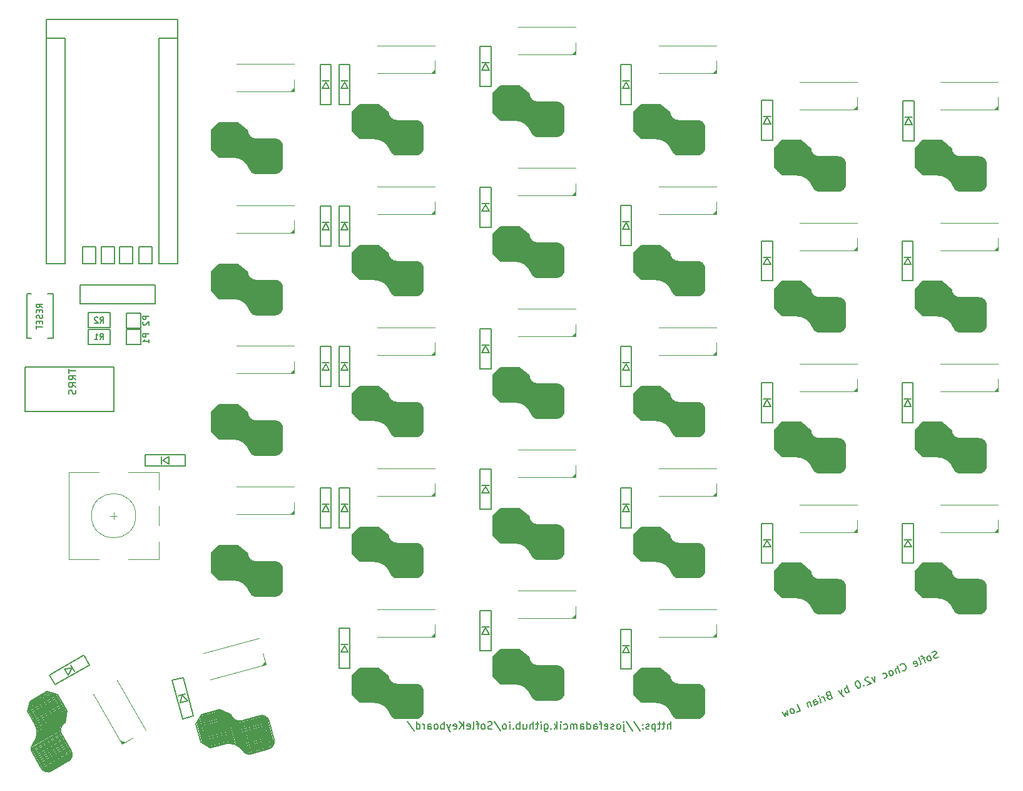
<source format=gbo>
G04 #@! TF.GenerationSoftware,KiCad,Pcbnew,(5.1.9-0-10_14)*
G04 #@! TF.CreationDate,2021-02-11T10:08:35-07:00*
G04 #@! TF.ProjectId,SofleKeyboard,536f666c-654b-4657-9962-6f6172642e6b,rev?*
G04 #@! TF.SameCoordinates,Original*
G04 #@! TF.FileFunction,Legend,Bot*
G04 #@! TF.FilePolarity,Positive*
%FSLAX46Y46*%
G04 Gerber Fmt 4.6, Leading zero omitted, Abs format (unit mm)*
G04 Created by KiCad (PCBNEW (5.1.9-0-10_14)) date 2021-02-11 10:08:35*
%MOMM*%
%LPD*%
G01*
G04 APERTURE LIST*
%ADD10C,0.150000*%
%ADD11C,0.200000*%
%ADD12C,0.120000*%
%ADD13C,0.100000*%
G04 APERTURE END LIST*
D10*
X175355905Y-133337020D02*
X175355905Y-132337020D01*
X174927334Y-133337020D02*
X174927334Y-132813211D01*
X174974953Y-132717973D01*
X175070191Y-132670354D01*
X175213048Y-132670354D01*
X175308286Y-132717973D01*
X175355905Y-132765592D01*
X174594000Y-132670354D02*
X174213048Y-132670354D01*
X174451143Y-132337020D02*
X174451143Y-133194163D01*
X174403524Y-133289401D01*
X174308286Y-133337020D01*
X174213048Y-133337020D01*
X174022572Y-132670354D02*
X173641620Y-132670354D01*
X173879715Y-132337020D02*
X173879715Y-133194163D01*
X173832096Y-133289401D01*
X173736858Y-133337020D01*
X173641620Y-133337020D01*
X173308286Y-132670354D02*
X173308286Y-133670354D01*
X173308286Y-132717973D02*
X173213048Y-132670354D01*
X173022572Y-132670354D01*
X172927334Y-132717973D01*
X172879715Y-132765592D01*
X172832096Y-132860830D01*
X172832096Y-133146544D01*
X172879715Y-133241782D01*
X172927334Y-133289401D01*
X173022572Y-133337020D01*
X173213048Y-133337020D01*
X173308286Y-133289401D01*
X172451143Y-133289401D02*
X172355905Y-133337020D01*
X172165429Y-133337020D01*
X172070191Y-133289401D01*
X172022572Y-133194163D01*
X172022572Y-133146544D01*
X172070191Y-133051306D01*
X172165429Y-133003687D01*
X172308286Y-133003687D01*
X172403524Y-132956068D01*
X172451143Y-132860830D01*
X172451143Y-132813211D01*
X172403524Y-132717973D01*
X172308286Y-132670354D01*
X172165429Y-132670354D01*
X172070191Y-132717973D01*
X171594000Y-133241782D02*
X171546381Y-133289401D01*
X171594000Y-133337020D01*
X171641620Y-133289401D01*
X171594000Y-133241782D01*
X171594000Y-133337020D01*
X171594000Y-132717973D02*
X171546381Y-132765592D01*
X171594000Y-132813211D01*
X171641620Y-132765592D01*
X171594000Y-132717973D01*
X171594000Y-132813211D01*
X170403524Y-132289401D02*
X171260667Y-133575116D01*
X169355905Y-132289401D02*
X170213048Y-133575116D01*
X169022572Y-132670354D02*
X169022572Y-133527497D01*
X169070191Y-133622735D01*
X169165429Y-133670354D01*
X169213048Y-133670354D01*
X169022572Y-132337020D02*
X169070191Y-132384640D01*
X169022572Y-132432259D01*
X168974953Y-132384640D01*
X169022572Y-132337020D01*
X169022572Y-132432259D01*
X168403524Y-133337020D02*
X168498762Y-133289401D01*
X168546381Y-133241782D01*
X168594000Y-133146544D01*
X168594000Y-132860830D01*
X168546381Y-132765592D01*
X168498762Y-132717973D01*
X168403524Y-132670354D01*
X168260667Y-132670354D01*
X168165429Y-132717973D01*
X168117810Y-132765592D01*
X168070191Y-132860830D01*
X168070191Y-133146544D01*
X168117810Y-133241782D01*
X168165429Y-133289401D01*
X168260667Y-133337020D01*
X168403524Y-133337020D01*
X167689239Y-133289401D02*
X167594000Y-133337020D01*
X167403524Y-133337020D01*
X167308286Y-133289401D01*
X167260667Y-133194163D01*
X167260667Y-133146544D01*
X167308286Y-133051306D01*
X167403524Y-133003687D01*
X167546381Y-133003687D01*
X167641620Y-132956068D01*
X167689239Y-132860830D01*
X167689239Y-132813211D01*
X167641620Y-132717973D01*
X167546381Y-132670354D01*
X167403524Y-132670354D01*
X167308286Y-132717973D01*
X166451143Y-133289401D02*
X166546381Y-133337020D01*
X166736858Y-133337020D01*
X166832096Y-133289401D01*
X166879715Y-133194163D01*
X166879715Y-132813211D01*
X166832096Y-132717973D01*
X166736858Y-132670354D01*
X166546381Y-132670354D01*
X166451143Y-132717973D01*
X166403524Y-132813211D01*
X166403524Y-132908449D01*
X166879715Y-133003687D01*
X166117810Y-132670354D02*
X165736858Y-132670354D01*
X165974953Y-133337020D02*
X165974953Y-132479878D01*
X165927334Y-132384640D01*
X165832096Y-132337020D01*
X165736858Y-132337020D01*
X164974953Y-133337020D02*
X164974953Y-132813211D01*
X165022572Y-132717973D01*
X165117810Y-132670354D01*
X165308286Y-132670354D01*
X165403524Y-132717973D01*
X164974953Y-133289401D02*
X165070191Y-133337020D01*
X165308286Y-133337020D01*
X165403524Y-133289401D01*
X165451143Y-133194163D01*
X165451143Y-133098925D01*
X165403524Y-133003687D01*
X165308286Y-132956068D01*
X165070191Y-132956068D01*
X164974953Y-132908449D01*
X164070191Y-133337020D02*
X164070191Y-132337020D01*
X164070191Y-133289401D02*
X164165429Y-133337020D01*
X164355905Y-133337020D01*
X164451143Y-133289401D01*
X164498762Y-133241782D01*
X164546381Y-133146544D01*
X164546381Y-132860830D01*
X164498762Y-132765592D01*
X164451143Y-132717973D01*
X164355905Y-132670354D01*
X164165429Y-132670354D01*
X164070191Y-132717973D01*
X163165429Y-133337020D02*
X163165429Y-132813211D01*
X163213048Y-132717973D01*
X163308286Y-132670354D01*
X163498762Y-132670354D01*
X163594000Y-132717973D01*
X163165429Y-133289401D02*
X163260667Y-133337020D01*
X163498762Y-133337020D01*
X163594000Y-133289401D01*
X163641620Y-133194163D01*
X163641620Y-133098925D01*
X163594000Y-133003687D01*
X163498762Y-132956068D01*
X163260667Y-132956068D01*
X163165429Y-132908449D01*
X162689239Y-133337020D02*
X162689239Y-132670354D01*
X162689239Y-132765592D02*
X162641620Y-132717973D01*
X162546381Y-132670354D01*
X162403524Y-132670354D01*
X162308286Y-132717973D01*
X162260667Y-132813211D01*
X162260667Y-133337020D01*
X162260667Y-132813211D02*
X162213048Y-132717973D01*
X162117810Y-132670354D01*
X161974953Y-132670354D01*
X161879715Y-132717973D01*
X161832096Y-132813211D01*
X161832096Y-133337020D01*
X160927334Y-133289401D02*
X161022572Y-133337020D01*
X161213048Y-133337020D01*
X161308286Y-133289401D01*
X161355905Y-133241782D01*
X161403524Y-133146544D01*
X161403524Y-132860830D01*
X161355905Y-132765592D01*
X161308286Y-132717973D01*
X161213048Y-132670354D01*
X161022572Y-132670354D01*
X160927334Y-132717973D01*
X160498762Y-133337020D02*
X160498762Y-132670354D01*
X160498762Y-132337020D02*
X160546381Y-132384640D01*
X160498762Y-132432259D01*
X160451143Y-132384640D01*
X160498762Y-132337020D01*
X160498762Y-132432259D01*
X160022572Y-133337020D02*
X160022572Y-132337020D01*
X159927334Y-132956068D02*
X159641620Y-133337020D01*
X159641620Y-132670354D02*
X160022572Y-133051306D01*
X159213048Y-133241782D02*
X159165429Y-133289401D01*
X159213048Y-133337020D01*
X159260667Y-133289401D01*
X159213048Y-133241782D01*
X159213048Y-133337020D01*
X158308286Y-132670354D02*
X158308286Y-133479878D01*
X158355905Y-133575116D01*
X158403524Y-133622735D01*
X158498762Y-133670354D01*
X158641620Y-133670354D01*
X158736858Y-133622735D01*
X158308286Y-133289401D02*
X158403524Y-133337020D01*
X158594000Y-133337020D01*
X158689239Y-133289401D01*
X158736858Y-133241782D01*
X158784477Y-133146544D01*
X158784477Y-132860830D01*
X158736858Y-132765592D01*
X158689239Y-132717973D01*
X158594000Y-132670354D01*
X158403524Y-132670354D01*
X158308286Y-132717973D01*
X157832096Y-133337020D02*
X157832096Y-132670354D01*
X157832096Y-132337020D02*
X157879715Y-132384640D01*
X157832096Y-132432259D01*
X157784477Y-132384640D01*
X157832096Y-132337020D01*
X157832096Y-132432259D01*
X157498762Y-132670354D02*
X157117810Y-132670354D01*
X157355905Y-132337020D02*
X157355905Y-133194163D01*
X157308286Y-133289401D01*
X157213048Y-133337020D01*
X157117810Y-133337020D01*
X156784477Y-133337020D02*
X156784477Y-132337020D01*
X156355905Y-133337020D02*
X156355905Y-132813211D01*
X156403524Y-132717973D01*
X156498762Y-132670354D01*
X156641620Y-132670354D01*
X156736858Y-132717973D01*
X156784477Y-132765592D01*
X155451143Y-132670354D02*
X155451143Y-133337020D01*
X155879715Y-132670354D02*
X155879715Y-133194163D01*
X155832096Y-133289401D01*
X155736858Y-133337020D01*
X155594000Y-133337020D01*
X155498762Y-133289401D01*
X155451143Y-133241782D01*
X154974953Y-133337020D02*
X154974953Y-132337020D01*
X154974953Y-132717973D02*
X154879715Y-132670354D01*
X154689239Y-132670354D01*
X154594000Y-132717973D01*
X154546381Y-132765592D01*
X154498762Y-132860830D01*
X154498762Y-133146544D01*
X154546381Y-133241782D01*
X154594000Y-133289401D01*
X154689239Y-133337020D01*
X154879715Y-133337020D01*
X154974953Y-133289401D01*
X154070191Y-133241782D02*
X154022572Y-133289401D01*
X154070191Y-133337020D01*
X154117810Y-133289401D01*
X154070191Y-133241782D01*
X154070191Y-133337020D01*
X153594000Y-133337020D02*
X153594000Y-132670354D01*
X153594000Y-132337020D02*
X153641620Y-132384640D01*
X153594000Y-132432259D01*
X153546381Y-132384640D01*
X153594000Y-132337020D01*
X153594000Y-132432259D01*
X152974953Y-133337020D02*
X153070191Y-133289401D01*
X153117810Y-133241782D01*
X153165429Y-133146544D01*
X153165429Y-132860830D01*
X153117810Y-132765592D01*
X153070191Y-132717973D01*
X152974953Y-132670354D01*
X152832096Y-132670354D01*
X152736858Y-132717973D01*
X152689239Y-132765592D01*
X152641620Y-132860830D01*
X152641620Y-133146544D01*
X152689239Y-133241782D01*
X152736858Y-133289401D01*
X152832096Y-133337020D01*
X152974953Y-133337020D01*
X151498762Y-132289401D02*
X152355905Y-133575116D01*
X151213048Y-133289401D02*
X151070191Y-133337020D01*
X150832096Y-133337020D01*
X150736858Y-133289401D01*
X150689239Y-133241782D01*
X150641620Y-133146544D01*
X150641620Y-133051306D01*
X150689239Y-132956068D01*
X150736858Y-132908449D01*
X150832096Y-132860830D01*
X151022572Y-132813211D01*
X151117810Y-132765592D01*
X151165429Y-132717973D01*
X151213048Y-132622735D01*
X151213048Y-132527497D01*
X151165429Y-132432259D01*
X151117810Y-132384640D01*
X151022572Y-132337020D01*
X150784477Y-132337020D01*
X150641620Y-132384640D01*
X150070191Y-133337020D02*
X150165429Y-133289401D01*
X150213048Y-133241782D01*
X150260667Y-133146544D01*
X150260667Y-132860830D01*
X150213048Y-132765592D01*
X150165429Y-132717973D01*
X150070191Y-132670354D01*
X149927334Y-132670354D01*
X149832096Y-132717973D01*
X149784477Y-132765592D01*
X149736858Y-132860830D01*
X149736858Y-133146544D01*
X149784477Y-133241782D01*
X149832096Y-133289401D01*
X149927334Y-133337020D01*
X150070191Y-133337020D01*
X149451143Y-132670354D02*
X149070191Y-132670354D01*
X149308286Y-133337020D02*
X149308286Y-132479878D01*
X149260667Y-132384640D01*
X149165429Y-132337020D01*
X149070191Y-132337020D01*
X148594000Y-133337020D02*
X148689239Y-133289401D01*
X148736858Y-133194163D01*
X148736858Y-132337020D01*
X147832096Y-133289401D02*
X147927334Y-133337020D01*
X148117810Y-133337020D01*
X148213048Y-133289401D01*
X148260667Y-133194163D01*
X148260667Y-132813211D01*
X148213048Y-132717973D01*
X148117810Y-132670354D01*
X147927334Y-132670354D01*
X147832096Y-132717973D01*
X147784477Y-132813211D01*
X147784477Y-132908449D01*
X148260667Y-133003687D01*
X147355905Y-133337020D02*
X147355905Y-132337020D01*
X146784477Y-133337020D02*
X147213048Y-132765592D01*
X146784477Y-132337020D02*
X147355905Y-132908449D01*
X145974953Y-133289401D02*
X146070191Y-133337020D01*
X146260667Y-133337020D01*
X146355905Y-133289401D01*
X146403524Y-133194163D01*
X146403524Y-132813211D01*
X146355905Y-132717973D01*
X146260667Y-132670354D01*
X146070191Y-132670354D01*
X145974953Y-132717973D01*
X145927334Y-132813211D01*
X145927334Y-132908449D01*
X146403524Y-133003687D01*
X145594000Y-132670354D02*
X145355905Y-133337020D01*
X145117810Y-132670354D02*
X145355905Y-133337020D01*
X145451143Y-133575116D01*
X145498762Y-133622735D01*
X145594000Y-133670354D01*
X144736858Y-133337020D02*
X144736858Y-132337020D01*
X144736858Y-132717973D02*
X144641620Y-132670354D01*
X144451143Y-132670354D01*
X144355905Y-132717973D01*
X144308286Y-132765592D01*
X144260667Y-132860830D01*
X144260667Y-133146544D01*
X144308286Y-133241782D01*
X144355905Y-133289401D01*
X144451143Y-133337020D01*
X144641620Y-133337020D01*
X144736858Y-133289401D01*
X143689239Y-133337020D02*
X143784477Y-133289401D01*
X143832096Y-133241782D01*
X143879715Y-133146544D01*
X143879715Y-132860830D01*
X143832096Y-132765592D01*
X143784477Y-132717973D01*
X143689239Y-132670354D01*
X143546381Y-132670354D01*
X143451143Y-132717973D01*
X143403524Y-132765592D01*
X143355905Y-132860830D01*
X143355905Y-133146544D01*
X143403524Y-133241782D01*
X143451143Y-133289401D01*
X143546381Y-133337020D01*
X143689239Y-133337020D01*
X142498762Y-133337020D02*
X142498762Y-132813211D01*
X142546381Y-132717973D01*
X142641620Y-132670354D01*
X142832096Y-132670354D01*
X142927334Y-132717973D01*
X142498762Y-133289401D02*
X142594000Y-133337020D01*
X142832096Y-133337020D01*
X142927334Y-133289401D01*
X142974953Y-133194163D01*
X142974953Y-133098925D01*
X142927334Y-133003687D01*
X142832096Y-132956068D01*
X142594000Y-132956068D01*
X142498762Y-132908449D01*
X142022572Y-133337020D02*
X142022572Y-132670354D01*
X142022572Y-132860830D02*
X141974953Y-132765592D01*
X141927334Y-132717973D01*
X141832096Y-132670354D01*
X141736858Y-132670354D01*
X140974953Y-133337020D02*
X140974953Y-132337020D01*
X140974953Y-133289401D02*
X141070191Y-133337020D01*
X141260667Y-133337020D01*
X141355905Y-133289401D01*
X141403524Y-133241782D01*
X141451143Y-133146544D01*
X141451143Y-132860830D01*
X141403524Y-132765592D01*
X141355905Y-132717973D01*
X141260667Y-132670354D01*
X141070191Y-132670354D01*
X140974953Y-132717973D01*
X139784477Y-132289401D02*
X140641620Y-133575116D01*
D11*
X211592263Y-123617569D02*
X211475959Y-123713221D01*
X211253678Y-123798547D01*
X211147701Y-123788221D01*
X211086179Y-123760830D01*
X211007593Y-123688982D01*
X210973462Y-123600070D01*
X210983788Y-123494092D01*
X211011179Y-123432571D01*
X211083027Y-123353985D01*
X211243786Y-123241268D01*
X211315634Y-123162681D01*
X211343025Y-123101160D01*
X211353351Y-122995182D01*
X211319220Y-122906270D01*
X211240634Y-122834423D01*
X211179113Y-122807032D01*
X211073135Y-122796706D01*
X210850854Y-122882031D01*
X210734551Y-122977683D01*
X210542379Y-124071589D02*
X210614226Y-123993002D01*
X210641617Y-123931481D01*
X210651943Y-123825503D01*
X210549552Y-123558766D01*
X210470966Y-123486919D01*
X210409444Y-123459528D01*
X210303467Y-123449202D01*
X210170098Y-123500397D01*
X210098251Y-123578984D01*
X210070860Y-123640505D01*
X210060534Y-123746483D01*
X210162925Y-124013220D01*
X210241511Y-124085067D01*
X210303033Y-124112458D01*
X210409010Y-124122784D01*
X210542379Y-124071589D01*
X209725536Y-123671049D02*
X209369886Y-123807570D01*
X209831079Y-124344631D02*
X209523907Y-123544419D01*
X209445320Y-123472572D01*
X209339343Y-123462246D01*
X209250430Y-123496376D01*
X209164236Y-124600608D02*
X209236084Y-124522022D01*
X209246409Y-124416044D01*
X208939237Y-123615832D01*
X208435872Y-124829194D02*
X208541849Y-124839520D01*
X208719674Y-124771260D01*
X208791521Y-124692673D01*
X208801847Y-124586696D01*
X208665326Y-124231046D01*
X208586740Y-124159199D01*
X208480762Y-124148873D01*
X208302937Y-124217133D01*
X208231090Y-124295720D01*
X208220764Y-124401697D01*
X208254894Y-124490610D01*
X208733587Y-124408871D01*
X206729471Y-125433213D02*
X206790992Y-125460604D01*
X206941426Y-125453865D01*
X207030338Y-125419735D01*
X207146642Y-125324083D01*
X207201424Y-125201041D01*
X207211750Y-125095063D01*
X207187945Y-124900173D01*
X207136750Y-124766804D01*
X207024033Y-124606045D01*
X206945447Y-124534197D01*
X206822404Y-124479415D01*
X206671970Y-124486155D01*
X206583058Y-124520285D01*
X206466754Y-124615936D01*
X206439363Y-124677458D01*
X206363495Y-125675712D02*
X206005127Y-124742132D01*
X205963389Y-125829298D02*
X205775673Y-125340280D01*
X205785998Y-125234302D01*
X205857846Y-125155716D01*
X205991214Y-125104521D01*
X206097192Y-125114846D01*
X206158713Y-125142238D01*
X205385458Y-126051145D02*
X205457306Y-125972559D01*
X205484697Y-125911037D01*
X205495023Y-125805060D01*
X205392632Y-125538322D01*
X205314045Y-125466475D01*
X205252524Y-125439084D01*
X205146546Y-125428758D01*
X205013178Y-125479954D01*
X204941330Y-125558540D01*
X204913939Y-125620061D01*
X204903613Y-125726039D01*
X205006004Y-125992776D01*
X205084591Y-126064624D01*
X205146112Y-126092015D01*
X205252090Y-126102341D01*
X205385458Y-126051145D01*
X204256988Y-126433317D02*
X204362966Y-126443643D01*
X204540790Y-126375383D01*
X204612638Y-126296796D01*
X204640029Y-126235275D01*
X204650355Y-126129297D01*
X204547964Y-125862560D01*
X204469377Y-125790713D01*
X204407856Y-125763322D01*
X204301878Y-125752996D01*
X204124054Y-125821256D01*
X204052206Y-125899843D01*
X203012648Y-126247885D02*
X203029279Y-126955598D01*
X202568086Y-126418536D01*
X202171567Y-126315711D02*
X202110046Y-126288320D01*
X202004068Y-126277994D01*
X201781787Y-126363320D01*
X201709940Y-126441906D01*
X201682549Y-126503428D01*
X201672223Y-126609405D01*
X201706353Y-126698318D01*
X201802005Y-126814621D01*
X202540261Y-127143314D01*
X201962330Y-127365161D01*
X201528094Y-127429835D02*
X201500703Y-127491356D01*
X201562224Y-127518747D01*
X201589615Y-127457226D01*
X201528094Y-127429835D01*
X201562224Y-127518747D01*
X200581469Y-126824079D02*
X200492557Y-126858209D01*
X200420710Y-126936796D01*
X200393319Y-126998317D01*
X200382993Y-127104294D01*
X200406797Y-127299184D01*
X200492123Y-127521466D01*
X200604839Y-127682225D01*
X200683426Y-127754072D01*
X200744947Y-127781464D01*
X200850925Y-127791789D01*
X200939837Y-127757659D01*
X201011685Y-127679073D01*
X201039076Y-127617551D01*
X201049402Y-127511574D01*
X201025597Y-127316684D01*
X200940272Y-127094403D01*
X200827555Y-126933643D01*
X200748968Y-126861796D01*
X200687447Y-126834405D01*
X200581469Y-126824079D01*
X199517239Y-128303744D02*
X199158871Y-127370163D01*
X199295392Y-127725813D02*
X199189414Y-127715487D01*
X199011589Y-127783748D01*
X198939742Y-127862334D01*
X198912351Y-127923855D01*
X198902025Y-128029833D01*
X199004416Y-128296570D01*
X199083002Y-128368418D01*
X199144524Y-128395809D01*
X199250501Y-128406135D01*
X199428326Y-128337874D01*
X199500173Y-128259287D01*
X198522571Y-127971464D02*
X198539202Y-128679177D01*
X198078009Y-128142116D02*
X198539202Y-128679177D01*
X198713440Y-128867328D01*
X198774961Y-128894719D01*
X198880939Y-128905045D01*
X196751062Y-128804504D02*
X196634758Y-128900155D01*
X196607367Y-128961677D01*
X196597041Y-129067654D01*
X196648237Y-129201023D01*
X196726823Y-129272870D01*
X196788345Y-129300261D01*
X196894322Y-129310587D01*
X197249972Y-129174066D01*
X196891604Y-128240485D01*
X196580410Y-128359941D01*
X196508563Y-128438528D01*
X196481172Y-128500049D01*
X196470846Y-128606027D01*
X196504976Y-128694939D01*
X196583563Y-128766787D01*
X196645084Y-128794178D01*
X196751062Y-128804504D01*
X197062255Y-128685048D01*
X196316391Y-129532434D02*
X196077479Y-128910047D01*
X196145740Y-129087872D02*
X196067153Y-129016024D01*
X196005632Y-128988633D01*
X195899655Y-128978307D01*
X195810742Y-129012438D01*
X195738461Y-129754281D02*
X195499549Y-129131894D01*
X195380093Y-128820700D02*
X195441614Y-128848091D01*
X195414223Y-128909613D01*
X195352702Y-128882222D01*
X195380093Y-128820700D01*
X195414223Y-128909613D01*
X194893793Y-130078518D02*
X194706076Y-129589500D01*
X194716402Y-129483522D01*
X194788249Y-129404936D01*
X194966074Y-129336675D01*
X195072052Y-129347001D01*
X194876727Y-130034062D02*
X194982705Y-130044388D01*
X195204986Y-129959062D01*
X195276833Y-129880476D01*
X195287159Y-129774498D01*
X195253029Y-129685586D01*
X195174443Y-129613739D01*
X195068465Y-129603413D01*
X194846184Y-129688738D01*
X194740206Y-129678412D01*
X194210319Y-129626783D02*
X194449231Y-130249170D01*
X194244449Y-129715695D02*
X194182927Y-129688304D01*
X194076950Y-129677978D01*
X193943581Y-129729174D01*
X193871734Y-129807760D01*
X193861408Y-129913738D01*
X194049125Y-130402756D01*
X192448701Y-131017101D02*
X192893263Y-130846450D01*
X192534895Y-129912869D01*
X192004139Y-131187752D02*
X192075986Y-131109166D01*
X192103377Y-131047645D01*
X192113703Y-130941667D01*
X192011312Y-130674930D01*
X191932726Y-130603082D01*
X191871205Y-130575691D01*
X191765227Y-130565365D01*
X191631858Y-130616561D01*
X191560011Y-130695147D01*
X191532620Y-130756669D01*
X191522294Y-130862646D01*
X191624685Y-131129384D01*
X191703271Y-131201231D01*
X191764793Y-131228622D01*
X191870770Y-131238948D01*
X192004139Y-131187752D01*
X191142840Y-130804277D02*
X191203927Y-131494925D01*
X190855451Y-131118623D01*
X190848277Y-131631446D01*
X190431541Y-131077320D01*
D12*
X143500000Y-117151000D02*
X135700000Y-117151000D01*
X135700000Y-120851000D02*
X143500000Y-120851000D01*
D10*
X140900000Y-131925000D02*
X138300000Y-131925000D01*
X140900000Y-127275000D02*
X138325000Y-127275000D01*
X135875000Y-125075000D02*
X133325000Y-125075000D01*
X135300000Y-129725000D02*
X133325000Y-129725000D01*
X141900000Y-128275000D02*
X141900000Y-130925000D01*
X132300000Y-126100000D02*
X132300000Y-128700000D01*
X132300000Y-128700000D02*
X133325000Y-129725000D01*
X132300000Y-126100000D02*
X133325000Y-125075000D01*
X135875000Y-125075000D02*
X137150000Y-126100000D01*
X132450000Y-128850000D02*
X132450000Y-125950000D01*
X132600000Y-128950000D02*
X132600000Y-125800000D01*
X132750000Y-129150000D02*
X132750000Y-125650000D01*
X132900000Y-129300000D02*
X132900000Y-125500000D01*
X133050000Y-129450000D02*
X133050000Y-125350000D01*
X133200000Y-129550000D02*
X133200000Y-125200000D01*
X133350000Y-129700000D02*
X133350000Y-125100000D01*
X133500000Y-129700000D02*
X133500000Y-125100000D01*
X133650000Y-129700000D02*
X133650000Y-125100000D01*
X133800000Y-129700000D02*
X133800000Y-125100000D01*
X133950000Y-129700000D02*
X133950000Y-125100000D01*
X134100000Y-129700000D02*
X134100000Y-125100000D01*
X134250000Y-129700000D02*
X134250000Y-125100000D01*
X134400000Y-129700000D02*
X134400000Y-125100000D01*
X134550000Y-129700000D02*
X134550000Y-125100000D01*
X134700000Y-129700000D02*
X134700000Y-125100000D01*
X134850000Y-129700000D02*
X134850000Y-125100000D01*
X135000000Y-129700000D02*
X135000000Y-125100000D01*
X135150000Y-129700000D02*
X135150000Y-125100000D01*
X135300000Y-129700000D02*
X135300000Y-125100000D01*
X135450000Y-129700000D02*
X135450000Y-125150000D01*
X135600000Y-129750000D02*
X135600000Y-125100000D01*
X135750000Y-129750000D02*
X135750000Y-125100000D01*
X135900000Y-129750000D02*
X135900000Y-125150000D01*
X136050000Y-129800000D02*
X136050000Y-125250000D01*
X136200000Y-129900000D02*
X136200000Y-125350000D01*
X136350000Y-129950000D02*
X136350000Y-125500000D01*
X136500000Y-130050000D02*
X136500000Y-125600000D01*
X136650000Y-130150000D02*
X136650000Y-125750000D01*
X136800000Y-130250000D02*
X136800000Y-125850000D01*
X136950000Y-130400000D02*
X136950000Y-125950000D01*
X137100000Y-130550000D02*
X137100000Y-126100000D01*
X137200000Y-130750000D02*
X137200000Y-126600000D01*
X137300000Y-130900000D02*
X137300000Y-126750000D01*
X137400000Y-131100000D02*
X137400000Y-126950000D01*
X137500000Y-131250000D02*
X137500000Y-127050000D01*
X137600000Y-131500000D02*
X137600000Y-127100000D01*
X137700000Y-131650000D02*
X137700000Y-127150000D01*
X137850000Y-131750000D02*
X137850000Y-127200000D01*
X138000000Y-131850000D02*
X138000000Y-127300000D01*
X138150000Y-131900000D02*
X138150000Y-127300000D01*
X138300000Y-131900000D02*
X138300000Y-127300000D01*
X138450000Y-131900000D02*
X138450000Y-127350000D01*
X138600000Y-131900000D02*
X138600000Y-127300000D01*
X138750000Y-131900000D02*
X138750000Y-127300000D01*
X138900000Y-131900000D02*
X138900000Y-127300000D01*
X139050000Y-131900000D02*
X139050000Y-127300000D01*
X139200000Y-131900000D02*
X139200000Y-127300000D01*
X139350000Y-131900000D02*
X139350000Y-127300000D01*
X139500000Y-131900000D02*
X139500000Y-127300000D01*
X139650000Y-131900000D02*
X139650000Y-127300000D01*
X139800000Y-131900000D02*
X139800000Y-127300000D01*
X139950000Y-131900000D02*
X139950000Y-127300000D01*
X140100000Y-131900000D02*
X140100000Y-127300000D01*
X140250000Y-131900000D02*
X140250000Y-127300000D01*
X140400000Y-131900000D02*
X140400000Y-127300000D01*
X140550000Y-131900000D02*
X140550000Y-127300000D01*
X140700000Y-131900000D02*
X140700000Y-127300000D01*
X140850000Y-131900000D02*
X140850000Y-127300000D01*
X141000000Y-131900000D02*
X141000000Y-127350000D01*
X141150000Y-131850000D02*
X141150000Y-127350000D01*
X141300000Y-131800000D02*
X141300000Y-127400000D01*
X141450000Y-131700000D02*
X141450000Y-127500000D01*
X141550000Y-131600000D02*
X141550000Y-127650000D01*
X141650000Y-131500000D02*
X141650000Y-127750000D01*
X141750000Y-131350000D02*
X141750000Y-127800000D01*
D12*
X143500000Y-120851000D02*
X143500000Y-119200000D01*
D13*
G36*
X143500000Y-120343000D02*
G01*
X143500000Y-120851000D01*
X142992000Y-120851000D01*
X143500000Y-120343000D01*
G37*
X143500000Y-120343000D02*
X143500000Y-120851000D01*
X142992000Y-120851000D01*
X143500000Y-120343000D01*
D10*
X138299005Y-131923791D02*
G75*
G02*
X137437801Y-131221904I38796J926887D01*
G01*
X141900000Y-130925000D02*
G75*
G02*
X140900000Y-131925000I-1000000J0D01*
G01*
X141900000Y-128275000D02*
G75*
G03*
X140900000Y-127275000I-1000000J0D01*
G01*
X137437801Y-131221904D02*
G75*
G03*
X135300000Y-129725000I-2137801J-778096D01*
G01*
X137150000Y-126100000D02*
G75*
G03*
X138325000Y-127275000I1175000J0D01*
G01*
D12*
X104331600Y-133502999D02*
X100431600Y-126748001D01*
X97227306Y-128598001D02*
X101127306Y-135352999D01*
D10*
X90236941Y-138638333D02*
X88936941Y-136386667D01*
X94263959Y-136313333D02*
X92976459Y-134083318D01*
X93656715Y-130861555D02*
X92381715Y-128653191D01*
X89342197Y-132688591D02*
X88354697Y-130978191D01*
X93897934Y-137679358D02*
X91602966Y-139004358D01*
X90981539Y-128278015D02*
X88729873Y-129578015D01*
X88729873Y-129578015D02*
X88354697Y-130978191D01*
X90981539Y-128278015D02*
X92381715Y-128653191D01*
X93656715Y-130861555D02*
X93406539Y-132478238D01*
X88674969Y-129782918D02*
X91186443Y-128332918D01*
X88663367Y-129962822D02*
X91391347Y-128387822D01*
X88565162Y-130192726D02*
X91596250Y-128442726D01*
X88510258Y-130397630D02*
X91801154Y-128497630D01*
X88455354Y-130602534D02*
X92006058Y-128552534D01*
X88443751Y-130782437D02*
X92210962Y-128607437D01*
X88388848Y-130987341D02*
X92372564Y-128687341D01*
X88463848Y-131117245D02*
X92447564Y-128817245D01*
X88538848Y-131247149D02*
X92522564Y-128947149D01*
X88613848Y-131377053D02*
X92597564Y-129077053D01*
X88688848Y-131506956D02*
X92672564Y-129206956D01*
X88763848Y-131636860D02*
X92747564Y-129336860D01*
X88838848Y-131766764D02*
X92822564Y-129466764D01*
X88913848Y-131896668D02*
X92897564Y-129596668D01*
X88988848Y-132026572D02*
X92972564Y-129726572D01*
X89063848Y-132156476D02*
X93047564Y-129856476D01*
X89138848Y-132286379D02*
X93122564Y-129986379D01*
X89213848Y-132416283D02*
X93197564Y-130116283D01*
X89288848Y-132546187D02*
X93272564Y-130246187D01*
X89363848Y-132676091D02*
X93347564Y-130376091D01*
X89438848Y-132805995D02*
X93379263Y-130530995D01*
X89470546Y-132960898D02*
X93497564Y-130635898D01*
X89545546Y-133090802D02*
X93572564Y-130765802D01*
X89620546Y-133220706D02*
X93604263Y-130920706D01*
X89652245Y-133375610D02*
X93592661Y-131100610D01*
X89640642Y-133555514D02*
X93581058Y-131280514D01*
X89672341Y-133710417D02*
X93526154Y-131485417D01*
X89660739Y-133890321D02*
X93514552Y-131665321D01*
X89649136Y-134070225D02*
X93459648Y-131870225D01*
X89637534Y-134250129D02*
X93448045Y-132050129D01*
X89582630Y-134455033D02*
X93436443Y-132230033D01*
X89527726Y-134659936D02*
X93381539Y-132434936D01*
X89404521Y-134846539D02*
X92998526Y-132771539D01*
X89324617Y-135008142D02*
X92918623Y-132933142D01*
X89201412Y-135194744D02*
X92795417Y-133119744D01*
X89121508Y-135356347D02*
X92758815Y-133256347D01*
X88955002Y-135567949D02*
X92765514Y-133367949D01*
X88875098Y-135729552D02*
X92772212Y-133479552D01*
X88863495Y-135909456D02*
X92803911Y-133634456D01*
X88851893Y-136089359D02*
X92792309Y-133814359D01*
X88883592Y-136244263D02*
X92867309Y-133944263D01*
X88958592Y-136374167D02*
X92942309Y-134074167D01*
X89033592Y-136504071D02*
X92974007Y-134229071D01*
X89108592Y-136633975D02*
X93092309Y-134333975D01*
X89183592Y-136763878D02*
X93167309Y-134463878D01*
X89258592Y-136893782D02*
X93242309Y-134593782D01*
X89333592Y-137023686D02*
X93317309Y-134723686D01*
X89408592Y-137153590D02*
X93392309Y-134853590D01*
X89483592Y-137283494D02*
X93467309Y-134983494D01*
X89558592Y-137413397D02*
X93542309Y-135113397D01*
X89633592Y-137543301D02*
X93617309Y-135243301D01*
X89708592Y-137673205D02*
X93692309Y-135373205D01*
X89783592Y-137803109D02*
X93767309Y-135503109D01*
X89858592Y-137933013D02*
X93842309Y-135633013D01*
X89933592Y-138062917D02*
X93917309Y-135762917D01*
X90008592Y-138192820D02*
X93992309Y-135892820D01*
X90083592Y-138322724D02*
X94067309Y-136022724D01*
X90158592Y-138452628D02*
X94142309Y-136152628D01*
X90233592Y-138582532D02*
X94217309Y-136282532D01*
X90308592Y-138712436D02*
X94249007Y-136437436D01*
X90426893Y-138817339D02*
X94324007Y-136567339D01*
X90545194Y-138922243D02*
X94355706Y-136722243D01*
X90706797Y-139002147D02*
X94344103Y-136902147D01*
X90843399Y-139038750D02*
X94264200Y-137063750D01*
X90980002Y-139075352D02*
X94227597Y-137200352D01*
X91159906Y-139086955D02*
X94234296Y-137311955D01*
D12*
X101127306Y-135352999D02*
X102557114Y-134527499D01*
D13*
G36*
X101567247Y-135098999D02*
G01*
X101127306Y-135352999D01*
X100873306Y-134913058D01*
X101567247Y-135098999D01*
G37*
X101567247Y-135098999D02*
X101127306Y-135352999D01*
X100873306Y-134913058D01*
X101567247Y-135098999D01*
D10*
X88937491Y-136385200D02*
G75*
G02*
X89114741Y-135288433I822105J429844D01*
G01*
X91602966Y-139004358D02*
G75*
G02*
X90236941Y-138638333I-500000J866025D01*
G01*
X93897934Y-137679358D02*
G75*
G03*
X94263959Y-136313333I-500000J866025D01*
G01*
X89114740Y-135288433D02*
G75*
G03*
X89342197Y-132688591I-1742751J1462342D01*
G01*
X93406539Y-132478238D02*
G75*
G03*
X92976459Y-134083318I587500J-1017580D01*
G01*
D12*
X181600000Y-117151000D02*
X173800000Y-117151000D01*
X173800000Y-120851000D02*
X181600000Y-120851000D01*
D10*
X179000000Y-131925000D02*
X176400000Y-131925000D01*
X179000000Y-127275000D02*
X176425000Y-127275000D01*
X173975000Y-125075000D02*
X171425000Y-125075000D01*
X173400000Y-129725000D02*
X171425000Y-129725000D01*
X180000000Y-128275000D02*
X180000000Y-130925000D01*
X170400000Y-126100000D02*
X170400000Y-128700000D01*
X170400000Y-128700000D02*
X171425000Y-129725000D01*
X170400000Y-126100000D02*
X171425000Y-125075000D01*
X173975000Y-125075000D02*
X175250000Y-126100000D01*
X170550000Y-128850000D02*
X170550000Y-125950000D01*
X170700000Y-128950000D02*
X170700000Y-125800000D01*
X170850000Y-129150000D02*
X170850000Y-125650000D01*
X171000000Y-129300000D02*
X171000000Y-125500000D01*
X171150000Y-129450000D02*
X171150000Y-125350000D01*
X171300000Y-129550000D02*
X171300000Y-125200000D01*
X171450000Y-129700000D02*
X171450000Y-125100000D01*
X171600000Y-129700000D02*
X171600000Y-125100000D01*
X171750000Y-129700000D02*
X171750000Y-125100000D01*
X171900000Y-129700000D02*
X171900000Y-125100000D01*
X172050000Y-129700000D02*
X172050000Y-125100000D01*
X172200000Y-129700000D02*
X172200000Y-125100000D01*
X172350000Y-129700000D02*
X172350000Y-125100000D01*
X172500000Y-129700000D02*
X172500000Y-125100000D01*
X172650000Y-129700000D02*
X172650000Y-125100000D01*
X172800000Y-129700000D02*
X172800000Y-125100000D01*
X172950000Y-129700000D02*
X172950000Y-125100000D01*
X173100000Y-129700000D02*
X173100000Y-125100000D01*
X173250000Y-129700000D02*
X173250000Y-125100000D01*
X173400000Y-129700000D02*
X173400000Y-125100000D01*
X173550000Y-129700000D02*
X173550000Y-125150000D01*
X173700000Y-129750000D02*
X173700000Y-125100000D01*
X173850000Y-129750000D02*
X173850000Y-125100000D01*
X174000000Y-129750000D02*
X174000000Y-125150000D01*
X174150000Y-129800000D02*
X174150000Y-125250000D01*
X174300000Y-129900000D02*
X174300000Y-125350000D01*
X174450000Y-129950000D02*
X174450000Y-125500000D01*
X174600000Y-130050000D02*
X174600000Y-125600000D01*
X174750000Y-130150000D02*
X174750000Y-125750000D01*
X174900000Y-130250000D02*
X174900000Y-125850000D01*
X175050000Y-130400000D02*
X175050000Y-125950000D01*
X175200000Y-130550000D02*
X175200000Y-126100000D01*
X175300000Y-130750000D02*
X175300000Y-126600000D01*
X175400000Y-130900000D02*
X175400000Y-126750000D01*
X175500000Y-131100000D02*
X175500000Y-126950000D01*
X175600000Y-131250000D02*
X175600000Y-127050000D01*
X175700000Y-131500000D02*
X175700000Y-127100000D01*
X175800000Y-131650000D02*
X175800000Y-127150000D01*
X175950000Y-131750000D02*
X175950000Y-127200000D01*
X176100000Y-131850000D02*
X176100000Y-127300000D01*
X176250000Y-131900000D02*
X176250000Y-127300000D01*
X176400000Y-131900000D02*
X176400000Y-127300000D01*
X176550000Y-131900000D02*
X176550000Y-127350000D01*
X176700000Y-131900000D02*
X176700000Y-127300000D01*
X176850000Y-131900000D02*
X176850000Y-127300000D01*
X177000000Y-131900000D02*
X177000000Y-127300000D01*
X177150000Y-131900000D02*
X177150000Y-127300000D01*
X177300000Y-131900000D02*
X177300000Y-127300000D01*
X177450000Y-131900000D02*
X177450000Y-127300000D01*
X177600000Y-131900000D02*
X177600000Y-127300000D01*
X177750000Y-131900000D02*
X177750000Y-127300000D01*
X177900000Y-131900000D02*
X177900000Y-127300000D01*
X178050000Y-131900000D02*
X178050000Y-127300000D01*
X178200000Y-131900000D02*
X178200000Y-127300000D01*
X178350000Y-131900000D02*
X178350000Y-127300000D01*
X178500000Y-131900000D02*
X178500000Y-127300000D01*
X178650000Y-131900000D02*
X178650000Y-127300000D01*
X178800000Y-131900000D02*
X178800000Y-127300000D01*
X178950000Y-131900000D02*
X178950000Y-127300000D01*
X179100000Y-131900000D02*
X179100000Y-127350000D01*
X179250000Y-131850000D02*
X179250000Y-127350000D01*
X179400000Y-131800000D02*
X179400000Y-127400000D01*
X179550000Y-131700000D02*
X179550000Y-127500000D01*
X179650000Y-131600000D02*
X179650000Y-127650000D01*
X179750000Y-131500000D02*
X179750000Y-127750000D01*
X179850000Y-131350000D02*
X179850000Y-127800000D01*
D12*
X181600000Y-120851000D02*
X181600000Y-119200000D01*
D13*
G36*
X181600000Y-120343000D02*
G01*
X181600000Y-120851000D01*
X181092000Y-120851000D01*
X181600000Y-120343000D01*
G37*
X181600000Y-120343000D02*
X181600000Y-120851000D01*
X181092000Y-120851000D01*
X181600000Y-120343000D01*
D10*
X176399005Y-131923791D02*
G75*
G02*
X175537801Y-131221904I38796J926887D01*
G01*
X180000000Y-130925000D02*
G75*
G02*
X179000000Y-131925000I-1000000J0D01*
G01*
X180000000Y-128275000D02*
G75*
G03*
X179000000Y-127275000I-1000000J0D01*
G01*
X175537801Y-131221904D02*
G75*
G03*
X173400000Y-129725000I-2137801J-778096D01*
G01*
X175250000Y-126100000D02*
G75*
G03*
X176425000Y-127275000I1175000J0D01*
G01*
D12*
X200650000Y-45851000D02*
X192850000Y-45851000D01*
X192850000Y-49551000D02*
X200650000Y-49551000D01*
D10*
X198050000Y-60625000D02*
X195450000Y-60625000D01*
X198050000Y-55975000D02*
X195475000Y-55975000D01*
X193025000Y-53775000D02*
X190475000Y-53775000D01*
X192450000Y-58425000D02*
X190475000Y-58425000D01*
X199050000Y-56975000D02*
X199050000Y-59625000D01*
X189450000Y-54800000D02*
X189450000Y-57400000D01*
X189450000Y-57400000D02*
X190475000Y-58425000D01*
X189450000Y-54800000D02*
X190475000Y-53775000D01*
X193025000Y-53775000D02*
X194300000Y-54800000D01*
X189600000Y-57550000D02*
X189600000Y-54650000D01*
X189750000Y-57650000D02*
X189750000Y-54500000D01*
X189900000Y-57850000D02*
X189900000Y-54350000D01*
X190050000Y-58000000D02*
X190050000Y-54200000D01*
X190200000Y-58150000D02*
X190200000Y-54050000D01*
X190350000Y-58250000D02*
X190350000Y-53900000D01*
X190500000Y-58400000D02*
X190500000Y-53800000D01*
X190650000Y-58400000D02*
X190650000Y-53800000D01*
X190800000Y-58400000D02*
X190800000Y-53800000D01*
X190950000Y-58400000D02*
X190950000Y-53800000D01*
X191100000Y-58400000D02*
X191100000Y-53800000D01*
X191250000Y-58400000D02*
X191250000Y-53800000D01*
X191400000Y-58400000D02*
X191400000Y-53800000D01*
X191550000Y-58400000D02*
X191550000Y-53800000D01*
X191700000Y-58400000D02*
X191700000Y-53800000D01*
X191850000Y-58400000D02*
X191850000Y-53800000D01*
X192000000Y-58400000D02*
X192000000Y-53800000D01*
X192150000Y-58400000D02*
X192150000Y-53800000D01*
X192300000Y-58400000D02*
X192300000Y-53800000D01*
X192450000Y-58400000D02*
X192450000Y-53800000D01*
X192600000Y-58400000D02*
X192600000Y-53850000D01*
X192750000Y-58450000D02*
X192750000Y-53800000D01*
X192900000Y-58450000D02*
X192900000Y-53800000D01*
X193050000Y-58450000D02*
X193050000Y-53850000D01*
X193200000Y-58500000D02*
X193200000Y-53950000D01*
X193350000Y-58600000D02*
X193350000Y-54050000D01*
X193500000Y-58650000D02*
X193500000Y-54200000D01*
X193650000Y-58750000D02*
X193650000Y-54300000D01*
X193800000Y-58850000D02*
X193800000Y-54450000D01*
X193950000Y-58950000D02*
X193950000Y-54550000D01*
X194100000Y-59100000D02*
X194100000Y-54650000D01*
X194250000Y-59250000D02*
X194250000Y-54800000D01*
X194350000Y-59450000D02*
X194350000Y-55300000D01*
X194450000Y-59600000D02*
X194450000Y-55450000D01*
X194550000Y-59800000D02*
X194550000Y-55650000D01*
X194650000Y-59950000D02*
X194650000Y-55750000D01*
X194750000Y-60200000D02*
X194750000Y-55800000D01*
X194850000Y-60350000D02*
X194850000Y-55850000D01*
X195000000Y-60450000D02*
X195000000Y-55900000D01*
X195150000Y-60550000D02*
X195150000Y-56000000D01*
X195300000Y-60600000D02*
X195300000Y-56000000D01*
X195450000Y-60600000D02*
X195450000Y-56000000D01*
X195600000Y-60600000D02*
X195600000Y-56050000D01*
X195750000Y-60600000D02*
X195750000Y-56000000D01*
X195900000Y-60600000D02*
X195900000Y-56000000D01*
X196050000Y-60600000D02*
X196050000Y-56000000D01*
X196200000Y-60600000D02*
X196200000Y-56000000D01*
X196350000Y-60600000D02*
X196350000Y-56000000D01*
X196500000Y-60600000D02*
X196500000Y-56000000D01*
X196650000Y-60600000D02*
X196650000Y-56000000D01*
X196800000Y-60600000D02*
X196800000Y-56000000D01*
X196950000Y-60600000D02*
X196950000Y-56000000D01*
X197100000Y-60600000D02*
X197100000Y-56000000D01*
X197250000Y-60600000D02*
X197250000Y-56000000D01*
X197400000Y-60600000D02*
X197400000Y-56000000D01*
X197550000Y-60600000D02*
X197550000Y-56000000D01*
X197700000Y-60600000D02*
X197700000Y-56000000D01*
X197850000Y-60600000D02*
X197850000Y-56000000D01*
X198000000Y-60600000D02*
X198000000Y-56000000D01*
X198150000Y-60600000D02*
X198150000Y-56050000D01*
X198300000Y-60550000D02*
X198300000Y-56050000D01*
X198450000Y-60500000D02*
X198450000Y-56100000D01*
X198600000Y-60400000D02*
X198600000Y-56200000D01*
X198700000Y-60300000D02*
X198700000Y-56350000D01*
X198800000Y-60200000D02*
X198800000Y-56450000D01*
X198900000Y-60050000D02*
X198900000Y-56500000D01*
D12*
X200650000Y-49551000D02*
X200650000Y-47900000D01*
D13*
G36*
X200650000Y-49043000D02*
G01*
X200650000Y-49551000D01*
X200142000Y-49551000D01*
X200650000Y-49043000D01*
G37*
X200650000Y-49043000D02*
X200650000Y-49551000D01*
X200142000Y-49551000D01*
X200650000Y-49043000D01*
D10*
X195449005Y-60623791D02*
G75*
G02*
X194587801Y-59921904I38796J926887D01*
G01*
X199050000Y-59625000D02*
G75*
G02*
X198050000Y-60625000I-1000000J0D01*
G01*
X199050000Y-56975000D02*
G75*
G03*
X198050000Y-55975000I-1000000J0D01*
G01*
X194587801Y-59921904D02*
G75*
G03*
X192450000Y-58425000I-2137801J-778096D01*
G01*
X194300000Y-54800000D02*
G75*
G03*
X195475000Y-55975000I1175000J0D01*
G01*
D12*
X124450000Y-43451000D02*
X116650000Y-43451000D01*
X116650000Y-47151000D02*
X124450000Y-47151000D01*
D10*
X121850000Y-58225000D02*
X119250000Y-58225000D01*
X121850000Y-53575000D02*
X119275000Y-53575000D01*
X116825000Y-51375000D02*
X114275000Y-51375000D01*
X116250000Y-56025000D02*
X114275000Y-56025000D01*
X122850000Y-54575000D02*
X122850000Y-57225000D01*
X113250000Y-52400000D02*
X113250000Y-55000000D01*
X113250000Y-55000000D02*
X114275000Y-56025000D01*
X113250000Y-52400000D02*
X114275000Y-51375000D01*
X116825000Y-51375000D02*
X118100000Y-52400000D01*
X113400000Y-55150000D02*
X113400000Y-52250000D01*
X113550000Y-55250000D02*
X113550000Y-52100000D01*
X113700000Y-55450000D02*
X113700000Y-51950000D01*
X113850000Y-55600000D02*
X113850000Y-51800000D01*
X114000000Y-55750000D02*
X114000000Y-51650000D01*
X114150000Y-55850000D02*
X114150000Y-51500000D01*
X114300000Y-56000000D02*
X114300000Y-51400000D01*
X114450000Y-56000000D02*
X114450000Y-51400000D01*
X114600000Y-56000000D02*
X114600000Y-51400000D01*
X114750000Y-56000000D02*
X114750000Y-51400000D01*
X114900000Y-56000000D02*
X114900000Y-51400000D01*
X115050000Y-56000000D02*
X115050000Y-51400000D01*
X115200000Y-56000000D02*
X115200000Y-51400000D01*
X115350000Y-56000000D02*
X115350000Y-51400000D01*
X115500000Y-56000000D02*
X115500000Y-51400000D01*
X115650000Y-56000000D02*
X115650000Y-51400000D01*
X115800000Y-56000000D02*
X115800000Y-51400000D01*
X115950000Y-56000000D02*
X115950000Y-51400000D01*
X116100000Y-56000000D02*
X116100000Y-51400000D01*
X116250000Y-56000000D02*
X116250000Y-51400000D01*
X116400000Y-56000000D02*
X116400000Y-51450000D01*
X116550000Y-56050000D02*
X116550000Y-51400000D01*
X116700000Y-56050000D02*
X116700000Y-51400000D01*
X116850000Y-56050000D02*
X116850000Y-51450000D01*
X117000000Y-56100000D02*
X117000000Y-51550000D01*
X117150000Y-56200000D02*
X117150000Y-51650000D01*
X117300000Y-56250000D02*
X117300000Y-51800000D01*
X117450000Y-56350000D02*
X117450000Y-51900000D01*
X117600000Y-56450000D02*
X117600000Y-52050000D01*
X117750000Y-56550000D02*
X117750000Y-52150000D01*
X117900000Y-56700000D02*
X117900000Y-52250000D01*
X118050000Y-56850000D02*
X118050000Y-52400000D01*
X118150000Y-57050000D02*
X118150000Y-52900000D01*
X118250000Y-57200000D02*
X118250000Y-53050000D01*
X118350000Y-57400000D02*
X118350000Y-53250000D01*
X118450000Y-57550000D02*
X118450000Y-53350000D01*
X118550000Y-57800000D02*
X118550000Y-53400000D01*
X118650000Y-57950000D02*
X118650000Y-53450000D01*
X118800000Y-58050000D02*
X118800000Y-53500000D01*
X118950000Y-58150000D02*
X118950000Y-53600000D01*
X119100000Y-58200000D02*
X119100000Y-53600000D01*
X119250000Y-58200000D02*
X119250000Y-53600000D01*
X119400000Y-58200000D02*
X119400000Y-53650000D01*
X119550000Y-58200000D02*
X119550000Y-53600000D01*
X119700000Y-58200000D02*
X119700000Y-53600000D01*
X119850000Y-58200000D02*
X119850000Y-53600000D01*
X120000000Y-58200000D02*
X120000000Y-53600000D01*
X120150000Y-58200000D02*
X120150000Y-53600000D01*
X120300000Y-58200000D02*
X120300000Y-53600000D01*
X120450000Y-58200000D02*
X120450000Y-53600000D01*
X120600000Y-58200000D02*
X120600000Y-53600000D01*
X120750000Y-58200000D02*
X120750000Y-53600000D01*
X120900000Y-58200000D02*
X120900000Y-53600000D01*
X121050000Y-58200000D02*
X121050000Y-53600000D01*
X121200000Y-58200000D02*
X121200000Y-53600000D01*
X121350000Y-58200000D02*
X121350000Y-53600000D01*
X121500000Y-58200000D02*
X121500000Y-53600000D01*
X121650000Y-58200000D02*
X121650000Y-53600000D01*
X121800000Y-58200000D02*
X121800000Y-53600000D01*
X121950000Y-58200000D02*
X121950000Y-53650000D01*
X122100000Y-58150000D02*
X122100000Y-53650000D01*
X122250000Y-58100000D02*
X122250000Y-53700000D01*
X122400000Y-58000000D02*
X122400000Y-53800000D01*
X122500000Y-57900000D02*
X122500000Y-53950000D01*
X122600000Y-57800000D02*
X122600000Y-54050000D01*
X122700000Y-57650000D02*
X122700000Y-54100000D01*
D12*
X124450000Y-47151000D02*
X124450000Y-45500000D01*
D13*
G36*
X124450000Y-46643000D02*
G01*
X124450000Y-47151000D01*
X123942000Y-47151000D01*
X124450000Y-46643000D01*
G37*
X124450000Y-46643000D02*
X124450000Y-47151000D01*
X123942000Y-47151000D01*
X124450000Y-46643000D01*
D10*
X119249005Y-58223791D02*
G75*
G02*
X118387801Y-57521904I38796J926887D01*
G01*
X122850000Y-57225000D02*
G75*
G02*
X121850000Y-58225000I-1000000J0D01*
G01*
X122850000Y-54575000D02*
G75*
G03*
X121850000Y-53575000I-1000000J0D01*
G01*
X118387801Y-57521904D02*
G75*
G03*
X116250000Y-56025000I-2137801J-778096D01*
G01*
X118100000Y-52400000D02*
G75*
G03*
X119275000Y-53575000I1175000J0D01*
G01*
D13*
G36*
X162550000Y-41643000D02*
G01*
X162550000Y-42151000D01*
X162042000Y-42151000D01*
X162550000Y-41643000D01*
G37*
X162550000Y-41643000D02*
X162550000Y-42151000D01*
X162042000Y-42151000D01*
X162550000Y-41643000D01*
D12*
X162550000Y-42151000D02*
X162550000Y-40500000D01*
D10*
X160800000Y-52650000D02*
X160800000Y-49100000D01*
X160700000Y-52800000D02*
X160700000Y-49050000D01*
X160600000Y-52900000D02*
X160600000Y-48950000D01*
X160500000Y-53000000D02*
X160500000Y-48800000D01*
X160350000Y-53100000D02*
X160350000Y-48700000D01*
X160200000Y-53150000D02*
X160200000Y-48650000D01*
X160050000Y-53200000D02*
X160050000Y-48650000D01*
X159900000Y-53200000D02*
X159900000Y-48600000D01*
X159750000Y-53200000D02*
X159750000Y-48600000D01*
X159600000Y-53200000D02*
X159600000Y-48600000D01*
X159450000Y-53200000D02*
X159450000Y-48600000D01*
X159300000Y-53200000D02*
X159300000Y-48600000D01*
X159150000Y-53200000D02*
X159150000Y-48600000D01*
X159000000Y-53200000D02*
X159000000Y-48600000D01*
X158850000Y-53200000D02*
X158850000Y-48600000D01*
X158700000Y-53200000D02*
X158700000Y-48600000D01*
X158550000Y-53200000D02*
X158550000Y-48600000D01*
X158400000Y-53200000D02*
X158400000Y-48600000D01*
X158250000Y-53200000D02*
X158250000Y-48600000D01*
X158100000Y-53200000D02*
X158100000Y-48600000D01*
X157950000Y-53200000D02*
X157950000Y-48600000D01*
X157800000Y-53200000D02*
X157800000Y-48600000D01*
X157650000Y-53200000D02*
X157650000Y-48600000D01*
X157500000Y-53200000D02*
X157500000Y-48650000D01*
X157350000Y-53200000D02*
X157350000Y-48600000D01*
X157200000Y-53200000D02*
X157200000Y-48600000D01*
X157050000Y-53150000D02*
X157050000Y-48600000D01*
X156900000Y-53050000D02*
X156900000Y-48500000D01*
X156750000Y-52950000D02*
X156750000Y-48450000D01*
X156650000Y-52800000D02*
X156650000Y-48400000D01*
X156550000Y-52550000D02*
X156550000Y-48350000D01*
X156450000Y-52400000D02*
X156450000Y-48250000D01*
X156350000Y-52200000D02*
X156350000Y-48050000D01*
X156250000Y-52050000D02*
X156250000Y-47900000D01*
X156150000Y-51850000D02*
X156150000Y-47400000D01*
X156000000Y-51700000D02*
X156000000Y-47250000D01*
X155850000Y-51550000D02*
X155850000Y-47150000D01*
X155700000Y-51450000D02*
X155700000Y-47050000D01*
X155550000Y-51350000D02*
X155550000Y-46900000D01*
X155400000Y-51250000D02*
X155400000Y-46800000D01*
X155250000Y-51200000D02*
X155250000Y-46650000D01*
X155100000Y-51100000D02*
X155100000Y-46550000D01*
X154950000Y-51050000D02*
X154950000Y-46450000D01*
X154800000Y-51050000D02*
X154800000Y-46400000D01*
X154650000Y-51050000D02*
X154650000Y-46400000D01*
X154500000Y-51000000D02*
X154500000Y-46450000D01*
X154350000Y-51000000D02*
X154350000Y-46400000D01*
X154200000Y-51000000D02*
X154200000Y-46400000D01*
X154050000Y-51000000D02*
X154050000Y-46400000D01*
X153900000Y-51000000D02*
X153900000Y-46400000D01*
X153750000Y-51000000D02*
X153750000Y-46400000D01*
X153600000Y-51000000D02*
X153600000Y-46400000D01*
X153450000Y-51000000D02*
X153450000Y-46400000D01*
X153300000Y-51000000D02*
X153300000Y-46400000D01*
X153150000Y-51000000D02*
X153150000Y-46400000D01*
X153000000Y-51000000D02*
X153000000Y-46400000D01*
X152850000Y-51000000D02*
X152850000Y-46400000D01*
X152700000Y-51000000D02*
X152700000Y-46400000D01*
X152550000Y-51000000D02*
X152550000Y-46400000D01*
X152400000Y-51000000D02*
X152400000Y-46400000D01*
X152250000Y-50850000D02*
X152250000Y-46500000D01*
X152100000Y-50750000D02*
X152100000Y-46650000D01*
X151950000Y-50600000D02*
X151950000Y-46800000D01*
X151800000Y-50450000D02*
X151800000Y-46950000D01*
X151650000Y-50250000D02*
X151650000Y-47100000D01*
X151500000Y-50150000D02*
X151500000Y-47250000D01*
X154925000Y-46375000D02*
X156200000Y-47400000D01*
X151350000Y-47400000D02*
X152375000Y-46375000D01*
X151350000Y-50000000D02*
X152375000Y-51025000D01*
X151350000Y-47400000D02*
X151350000Y-50000000D01*
X160950000Y-49575000D02*
X160950000Y-52225000D01*
X154350000Y-51025000D02*
X152375000Y-51025000D01*
X154925000Y-46375000D02*
X152375000Y-46375000D01*
X159950000Y-48575000D02*
X157375000Y-48575000D01*
X159950000Y-53225000D02*
X157350000Y-53225000D01*
D12*
X154750000Y-42151000D02*
X162550000Y-42151000D01*
X162550000Y-38451000D02*
X154750000Y-38451000D01*
D10*
X157349005Y-53223791D02*
G75*
G02*
X156487801Y-52521904I38796J926887D01*
G01*
X160950000Y-52225000D02*
G75*
G02*
X159950000Y-53225000I-1000000J0D01*
G01*
X160950000Y-49575000D02*
G75*
G03*
X159950000Y-48575000I-1000000J0D01*
G01*
X156487801Y-52521904D02*
G75*
G03*
X154350000Y-51025000I-2137801J-778096D01*
G01*
X156200000Y-47400000D02*
G75*
G03*
X157375000Y-48575000I1175000J0D01*
G01*
D13*
G36*
X143500000Y-44143000D02*
G01*
X143500000Y-44651000D01*
X142992000Y-44651000D01*
X143500000Y-44143000D01*
G37*
X143500000Y-44143000D02*
X143500000Y-44651000D01*
X142992000Y-44651000D01*
X143500000Y-44143000D01*
D12*
X143500000Y-44651000D02*
X143500000Y-43000000D01*
D10*
X141750000Y-55150000D02*
X141750000Y-51600000D01*
X141650000Y-55300000D02*
X141650000Y-51550000D01*
X141550000Y-55400000D02*
X141550000Y-51450000D01*
X141450000Y-55500000D02*
X141450000Y-51300000D01*
X141300000Y-55600000D02*
X141300000Y-51200000D01*
X141150000Y-55650000D02*
X141150000Y-51150000D01*
X141000000Y-55700000D02*
X141000000Y-51150000D01*
X140850000Y-55700000D02*
X140850000Y-51100000D01*
X140700000Y-55700000D02*
X140700000Y-51100000D01*
X140550000Y-55700000D02*
X140550000Y-51100000D01*
X140400000Y-55700000D02*
X140400000Y-51100000D01*
X140250000Y-55700000D02*
X140250000Y-51100000D01*
X140100000Y-55700000D02*
X140100000Y-51100000D01*
X139950000Y-55700000D02*
X139950000Y-51100000D01*
X139800000Y-55700000D02*
X139800000Y-51100000D01*
X139650000Y-55700000D02*
X139650000Y-51100000D01*
X139500000Y-55700000D02*
X139500000Y-51100000D01*
X139350000Y-55700000D02*
X139350000Y-51100000D01*
X139200000Y-55700000D02*
X139200000Y-51100000D01*
X139050000Y-55700000D02*
X139050000Y-51100000D01*
X138900000Y-55700000D02*
X138900000Y-51100000D01*
X138750000Y-55700000D02*
X138750000Y-51100000D01*
X138600000Y-55700000D02*
X138600000Y-51100000D01*
X138450000Y-55700000D02*
X138450000Y-51150000D01*
X138300000Y-55700000D02*
X138300000Y-51100000D01*
X138150000Y-55700000D02*
X138150000Y-51100000D01*
X138000000Y-55650000D02*
X138000000Y-51100000D01*
X137850000Y-55550000D02*
X137850000Y-51000000D01*
X137700000Y-55450000D02*
X137700000Y-50950000D01*
X137600000Y-55300000D02*
X137600000Y-50900000D01*
X137500000Y-55050000D02*
X137500000Y-50850000D01*
X137400000Y-54900000D02*
X137400000Y-50750000D01*
X137300000Y-54700000D02*
X137300000Y-50550000D01*
X137200000Y-54550000D02*
X137200000Y-50400000D01*
X137100000Y-54350000D02*
X137100000Y-49900000D01*
X136950000Y-54200000D02*
X136950000Y-49750000D01*
X136800000Y-54050000D02*
X136800000Y-49650000D01*
X136650000Y-53950000D02*
X136650000Y-49550000D01*
X136500000Y-53850000D02*
X136500000Y-49400000D01*
X136350000Y-53750000D02*
X136350000Y-49300000D01*
X136200000Y-53700000D02*
X136200000Y-49150000D01*
X136050000Y-53600000D02*
X136050000Y-49050000D01*
X135900000Y-53550000D02*
X135900000Y-48950000D01*
X135750000Y-53550000D02*
X135750000Y-48900000D01*
X135600000Y-53550000D02*
X135600000Y-48900000D01*
X135450000Y-53500000D02*
X135450000Y-48950000D01*
X135300000Y-53500000D02*
X135300000Y-48900000D01*
X135150000Y-53500000D02*
X135150000Y-48900000D01*
X135000000Y-53500000D02*
X135000000Y-48900000D01*
X134850000Y-53500000D02*
X134850000Y-48900000D01*
X134700000Y-53500000D02*
X134700000Y-48900000D01*
X134550000Y-53500000D02*
X134550000Y-48900000D01*
X134400000Y-53500000D02*
X134400000Y-48900000D01*
X134250000Y-53500000D02*
X134250000Y-48900000D01*
X134100000Y-53500000D02*
X134100000Y-48900000D01*
X133950000Y-53500000D02*
X133950000Y-48900000D01*
X133800000Y-53500000D02*
X133800000Y-48900000D01*
X133650000Y-53500000D02*
X133650000Y-48900000D01*
X133500000Y-53500000D02*
X133500000Y-48900000D01*
X133350000Y-53500000D02*
X133350000Y-48900000D01*
X133200000Y-53350000D02*
X133200000Y-49000000D01*
X133050000Y-53250000D02*
X133050000Y-49150000D01*
X132900000Y-53100000D02*
X132900000Y-49300000D01*
X132750000Y-52950000D02*
X132750000Y-49450000D01*
X132600000Y-52750000D02*
X132600000Y-49600000D01*
X132450000Y-52650000D02*
X132450000Y-49750000D01*
X135875000Y-48875000D02*
X137150000Y-49900000D01*
X132300000Y-49900000D02*
X133325000Y-48875000D01*
X132300000Y-52500000D02*
X133325000Y-53525000D01*
X132300000Y-49900000D02*
X132300000Y-52500000D01*
X141900000Y-52075000D02*
X141900000Y-54725000D01*
X135300000Y-53525000D02*
X133325000Y-53525000D01*
X135875000Y-48875000D02*
X133325000Y-48875000D01*
X140900000Y-51075000D02*
X138325000Y-51075000D01*
X140900000Y-55725000D02*
X138300000Y-55725000D01*
D12*
X135700000Y-44651000D02*
X143500000Y-44651000D01*
X143500000Y-40951000D02*
X135700000Y-40951000D01*
D10*
X138299005Y-55723791D02*
G75*
G02*
X137437801Y-55021904I38796J926887D01*
G01*
X141900000Y-54725000D02*
G75*
G02*
X140900000Y-55725000I-1000000J0D01*
G01*
X141900000Y-52075000D02*
G75*
G03*
X140900000Y-51075000I-1000000J0D01*
G01*
X137437801Y-55021904D02*
G75*
G03*
X135300000Y-53525000I-2137801J-778096D01*
G01*
X137150000Y-49900000D02*
G75*
G03*
X138325000Y-51075000I1175000J0D01*
G01*
D12*
X181600000Y-40951000D02*
X173800000Y-40951000D01*
X173800000Y-44651000D02*
X181600000Y-44651000D01*
D10*
X179000000Y-55725000D02*
X176400000Y-55725000D01*
X179000000Y-51075000D02*
X176425000Y-51075000D01*
X173975000Y-48875000D02*
X171425000Y-48875000D01*
X173400000Y-53525000D02*
X171425000Y-53525000D01*
X180000000Y-52075000D02*
X180000000Y-54725000D01*
X170400000Y-49900000D02*
X170400000Y-52500000D01*
X170400000Y-52500000D02*
X171425000Y-53525000D01*
X170400000Y-49900000D02*
X171425000Y-48875000D01*
X173975000Y-48875000D02*
X175250000Y-49900000D01*
X170550000Y-52650000D02*
X170550000Y-49750000D01*
X170700000Y-52750000D02*
X170700000Y-49600000D01*
X170850000Y-52950000D02*
X170850000Y-49450000D01*
X171000000Y-53100000D02*
X171000000Y-49300000D01*
X171150000Y-53250000D02*
X171150000Y-49150000D01*
X171300000Y-53350000D02*
X171300000Y-49000000D01*
X171450000Y-53500000D02*
X171450000Y-48900000D01*
X171600000Y-53500000D02*
X171600000Y-48900000D01*
X171750000Y-53500000D02*
X171750000Y-48900000D01*
X171900000Y-53500000D02*
X171900000Y-48900000D01*
X172050000Y-53500000D02*
X172050000Y-48900000D01*
X172200000Y-53500000D02*
X172200000Y-48900000D01*
X172350000Y-53500000D02*
X172350000Y-48900000D01*
X172500000Y-53500000D02*
X172500000Y-48900000D01*
X172650000Y-53500000D02*
X172650000Y-48900000D01*
X172800000Y-53500000D02*
X172800000Y-48900000D01*
X172950000Y-53500000D02*
X172950000Y-48900000D01*
X173100000Y-53500000D02*
X173100000Y-48900000D01*
X173250000Y-53500000D02*
X173250000Y-48900000D01*
X173400000Y-53500000D02*
X173400000Y-48900000D01*
X173550000Y-53500000D02*
X173550000Y-48950000D01*
X173700000Y-53550000D02*
X173700000Y-48900000D01*
X173850000Y-53550000D02*
X173850000Y-48900000D01*
X174000000Y-53550000D02*
X174000000Y-48950000D01*
X174150000Y-53600000D02*
X174150000Y-49050000D01*
X174300000Y-53700000D02*
X174300000Y-49150000D01*
X174450000Y-53750000D02*
X174450000Y-49300000D01*
X174600000Y-53850000D02*
X174600000Y-49400000D01*
X174750000Y-53950000D02*
X174750000Y-49550000D01*
X174900000Y-54050000D02*
X174900000Y-49650000D01*
X175050000Y-54200000D02*
X175050000Y-49750000D01*
X175200000Y-54350000D02*
X175200000Y-49900000D01*
X175300000Y-54550000D02*
X175300000Y-50400000D01*
X175400000Y-54700000D02*
X175400000Y-50550000D01*
X175500000Y-54900000D02*
X175500000Y-50750000D01*
X175600000Y-55050000D02*
X175600000Y-50850000D01*
X175700000Y-55300000D02*
X175700000Y-50900000D01*
X175800000Y-55450000D02*
X175800000Y-50950000D01*
X175950000Y-55550000D02*
X175950000Y-51000000D01*
X176100000Y-55650000D02*
X176100000Y-51100000D01*
X176250000Y-55700000D02*
X176250000Y-51100000D01*
X176400000Y-55700000D02*
X176400000Y-51100000D01*
X176550000Y-55700000D02*
X176550000Y-51150000D01*
X176700000Y-55700000D02*
X176700000Y-51100000D01*
X176850000Y-55700000D02*
X176850000Y-51100000D01*
X177000000Y-55700000D02*
X177000000Y-51100000D01*
X177150000Y-55700000D02*
X177150000Y-51100000D01*
X177300000Y-55700000D02*
X177300000Y-51100000D01*
X177450000Y-55700000D02*
X177450000Y-51100000D01*
X177600000Y-55700000D02*
X177600000Y-51100000D01*
X177750000Y-55700000D02*
X177750000Y-51100000D01*
X177900000Y-55700000D02*
X177900000Y-51100000D01*
X178050000Y-55700000D02*
X178050000Y-51100000D01*
X178200000Y-55700000D02*
X178200000Y-51100000D01*
X178350000Y-55700000D02*
X178350000Y-51100000D01*
X178500000Y-55700000D02*
X178500000Y-51100000D01*
X178650000Y-55700000D02*
X178650000Y-51100000D01*
X178800000Y-55700000D02*
X178800000Y-51100000D01*
X178950000Y-55700000D02*
X178950000Y-51100000D01*
X179100000Y-55700000D02*
X179100000Y-51150000D01*
X179250000Y-55650000D02*
X179250000Y-51150000D01*
X179400000Y-55600000D02*
X179400000Y-51200000D01*
X179550000Y-55500000D02*
X179550000Y-51300000D01*
X179650000Y-55400000D02*
X179650000Y-51450000D01*
X179750000Y-55300000D02*
X179750000Y-51550000D01*
X179850000Y-55150000D02*
X179850000Y-51600000D01*
D12*
X181600000Y-44651000D02*
X181600000Y-43000000D01*
D13*
G36*
X181600000Y-44143000D02*
G01*
X181600000Y-44651000D01*
X181092000Y-44651000D01*
X181600000Y-44143000D01*
G37*
X181600000Y-44143000D02*
X181600000Y-44651000D01*
X181092000Y-44651000D01*
X181600000Y-44143000D01*
D10*
X176399005Y-55723791D02*
G75*
G02*
X175537801Y-55021904I38796J926887D01*
G01*
X180000000Y-54725000D02*
G75*
G02*
X179000000Y-55725000I-1000000J0D01*
G01*
X180000000Y-52075000D02*
G75*
G03*
X179000000Y-51075000I-1000000J0D01*
G01*
X175537801Y-55021904D02*
G75*
G03*
X173400000Y-53525000I-2137801J-778096D01*
G01*
X175250000Y-49900000D02*
G75*
G03*
X176425000Y-51075000I1175000J0D01*
G01*
D13*
G36*
X200650000Y-106193000D02*
G01*
X200650000Y-106701000D01*
X200142000Y-106701000D01*
X200650000Y-106193000D01*
G37*
X200650000Y-106193000D02*
X200650000Y-106701000D01*
X200142000Y-106701000D01*
X200650000Y-106193000D01*
D12*
X200650000Y-106701000D02*
X200650000Y-105050000D01*
D10*
X198900000Y-117200000D02*
X198900000Y-113650000D01*
X198800000Y-117350000D02*
X198800000Y-113600000D01*
X198700000Y-117450000D02*
X198700000Y-113500000D01*
X198600000Y-117550000D02*
X198600000Y-113350000D01*
X198450000Y-117650000D02*
X198450000Y-113250000D01*
X198300000Y-117700000D02*
X198300000Y-113200000D01*
X198150000Y-117750000D02*
X198150000Y-113200000D01*
X198000000Y-117750000D02*
X198000000Y-113150000D01*
X197850000Y-117750000D02*
X197850000Y-113150000D01*
X197700000Y-117750000D02*
X197700000Y-113150000D01*
X197550000Y-117750000D02*
X197550000Y-113150000D01*
X197400000Y-117750000D02*
X197400000Y-113150000D01*
X197250000Y-117750000D02*
X197250000Y-113150000D01*
X197100000Y-117750000D02*
X197100000Y-113150000D01*
X196950000Y-117750000D02*
X196950000Y-113150000D01*
X196800000Y-117750000D02*
X196800000Y-113150000D01*
X196650000Y-117750000D02*
X196650000Y-113150000D01*
X196500000Y-117750000D02*
X196500000Y-113150000D01*
X196350000Y-117750000D02*
X196350000Y-113150000D01*
X196200000Y-117750000D02*
X196200000Y-113150000D01*
X196050000Y-117750000D02*
X196050000Y-113150000D01*
X195900000Y-117750000D02*
X195900000Y-113150000D01*
X195750000Y-117750000D02*
X195750000Y-113150000D01*
X195600000Y-117750000D02*
X195600000Y-113200000D01*
X195450000Y-117750000D02*
X195450000Y-113150000D01*
X195300000Y-117750000D02*
X195300000Y-113150000D01*
X195150000Y-117700000D02*
X195150000Y-113150000D01*
X195000000Y-117600000D02*
X195000000Y-113050000D01*
X194850000Y-117500000D02*
X194850000Y-113000000D01*
X194750000Y-117350000D02*
X194750000Y-112950000D01*
X194650000Y-117100000D02*
X194650000Y-112900000D01*
X194550000Y-116950000D02*
X194550000Y-112800000D01*
X194450000Y-116750000D02*
X194450000Y-112600000D01*
X194350000Y-116600000D02*
X194350000Y-112450000D01*
X194250000Y-116400000D02*
X194250000Y-111950000D01*
X194100000Y-116250000D02*
X194100000Y-111800000D01*
X193950000Y-116100000D02*
X193950000Y-111700000D01*
X193800000Y-116000000D02*
X193800000Y-111600000D01*
X193650000Y-115900000D02*
X193650000Y-111450000D01*
X193500000Y-115800000D02*
X193500000Y-111350000D01*
X193350000Y-115750000D02*
X193350000Y-111200000D01*
X193200000Y-115650000D02*
X193200000Y-111100000D01*
X193050000Y-115600000D02*
X193050000Y-111000000D01*
X192900000Y-115600000D02*
X192900000Y-110950000D01*
X192750000Y-115600000D02*
X192750000Y-110950000D01*
X192600000Y-115550000D02*
X192600000Y-111000000D01*
X192450000Y-115550000D02*
X192450000Y-110950000D01*
X192300000Y-115550000D02*
X192300000Y-110950000D01*
X192150000Y-115550000D02*
X192150000Y-110950000D01*
X192000000Y-115550000D02*
X192000000Y-110950000D01*
X191850000Y-115550000D02*
X191850000Y-110950000D01*
X191700000Y-115550000D02*
X191700000Y-110950000D01*
X191550000Y-115550000D02*
X191550000Y-110950000D01*
X191400000Y-115550000D02*
X191400000Y-110950000D01*
X191250000Y-115550000D02*
X191250000Y-110950000D01*
X191100000Y-115550000D02*
X191100000Y-110950000D01*
X190950000Y-115550000D02*
X190950000Y-110950000D01*
X190800000Y-115550000D02*
X190800000Y-110950000D01*
X190650000Y-115550000D02*
X190650000Y-110950000D01*
X190500000Y-115550000D02*
X190500000Y-110950000D01*
X190350000Y-115400000D02*
X190350000Y-111050000D01*
X190200000Y-115300000D02*
X190200000Y-111200000D01*
X190050000Y-115150000D02*
X190050000Y-111350000D01*
X189900000Y-115000000D02*
X189900000Y-111500000D01*
X189750000Y-114800000D02*
X189750000Y-111650000D01*
X189600000Y-114700000D02*
X189600000Y-111800000D01*
X193025000Y-110925000D02*
X194300000Y-111950000D01*
X189450000Y-111950000D02*
X190475000Y-110925000D01*
X189450000Y-114550000D02*
X190475000Y-115575000D01*
X189450000Y-111950000D02*
X189450000Y-114550000D01*
X199050000Y-114125000D02*
X199050000Y-116775000D01*
X192450000Y-115575000D02*
X190475000Y-115575000D01*
X193025000Y-110925000D02*
X190475000Y-110925000D01*
X198050000Y-113125000D02*
X195475000Y-113125000D01*
X198050000Y-117775000D02*
X195450000Y-117775000D01*
D12*
X192850000Y-106701000D02*
X200650000Y-106701000D01*
X200650000Y-103001000D02*
X192850000Y-103001000D01*
D10*
X195449005Y-117773791D02*
G75*
G02*
X194587801Y-117071904I38796J926887D01*
G01*
X199050000Y-116775000D02*
G75*
G02*
X198050000Y-117775000I-1000000J0D01*
G01*
X199050000Y-114125000D02*
G75*
G03*
X198050000Y-113125000I-1000000J0D01*
G01*
X194587801Y-117071904D02*
G75*
G03*
X192450000Y-115575000I-2137801J-778096D01*
G01*
X194300000Y-111950000D02*
G75*
G03*
X195475000Y-113125000I1175000J0D01*
G01*
D12*
X162550000Y-114651000D02*
X154750000Y-114651000D01*
X154750000Y-118351000D02*
X162550000Y-118351000D01*
D10*
X159950000Y-129425000D02*
X157350000Y-129425000D01*
X159950000Y-124775000D02*
X157375000Y-124775000D01*
X154925000Y-122575000D02*
X152375000Y-122575000D01*
X154350000Y-127225000D02*
X152375000Y-127225000D01*
X160950000Y-125775000D02*
X160950000Y-128425000D01*
X151350000Y-123600000D02*
X151350000Y-126200000D01*
X151350000Y-126200000D02*
X152375000Y-127225000D01*
X151350000Y-123600000D02*
X152375000Y-122575000D01*
X154925000Y-122575000D02*
X156200000Y-123600000D01*
X151500000Y-126350000D02*
X151500000Y-123450000D01*
X151650000Y-126450000D02*
X151650000Y-123300000D01*
X151800000Y-126650000D02*
X151800000Y-123150000D01*
X151950000Y-126800000D02*
X151950000Y-123000000D01*
X152100000Y-126950000D02*
X152100000Y-122850000D01*
X152250000Y-127050000D02*
X152250000Y-122700000D01*
X152400000Y-127200000D02*
X152400000Y-122600000D01*
X152550000Y-127200000D02*
X152550000Y-122600000D01*
X152700000Y-127200000D02*
X152700000Y-122600000D01*
X152850000Y-127200000D02*
X152850000Y-122600000D01*
X153000000Y-127200000D02*
X153000000Y-122600000D01*
X153150000Y-127200000D02*
X153150000Y-122600000D01*
X153300000Y-127200000D02*
X153300000Y-122600000D01*
X153450000Y-127200000D02*
X153450000Y-122600000D01*
X153600000Y-127200000D02*
X153600000Y-122600000D01*
X153750000Y-127200000D02*
X153750000Y-122600000D01*
X153900000Y-127200000D02*
X153900000Y-122600000D01*
X154050000Y-127200000D02*
X154050000Y-122600000D01*
X154200000Y-127200000D02*
X154200000Y-122600000D01*
X154350000Y-127200000D02*
X154350000Y-122600000D01*
X154500000Y-127200000D02*
X154500000Y-122650000D01*
X154650000Y-127250000D02*
X154650000Y-122600000D01*
X154800000Y-127250000D02*
X154800000Y-122600000D01*
X154950000Y-127250000D02*
X154950000Y-122650000D01*
X155100000Y-127300000D02*
X155100000Y-122750000D01*
X155250000Y-127400000D02*
X155250000Y-122850000D01*
X155400000Y-127450000D02*
X155400000Y-123000000D01*
X155550000Y-127550000D02*
X155550000Y-123100000D01*
X155700000Y-127650000D02*
X155700000Y-123250000D01*
X155850000Y-127750000D02*
X155850000Y-123350000D01*
X156000000Y-127900000D02*
X156000000Y-123450000D01*
X156150000Y-128050000D02*
X156150000Y-123600000D01*
X156250000Y-128250000D02*
X156250000Y-124100000D01*
X156350000Y-128400000D02*
X156350000Y-124250000D01*
X156450000Y-128600000D02*
X156450000Y-124450000D01*
X156550000Y-128750000D02*
X156550000Y-124550000D01*
X156650000Y-129000000D02*
X156650000Y-124600000D01*
X156750000Y-129150000D02*
X156750000Y-124650000D01*
X156900000Y-129250000D02*
X156900000Y-124700000D01*
X157050000Y-129350000D02*
X157050000Y-124800000D01*
X157200000Y-129400000D02*
X157200000Y-124800000D01*
X157350000Y-129400000D02*
X157350000Y-124800000D01*
X157500000Y-129400000D02*
X157500000Y-124850000D01*
X157650000Y-129400000D02*
X157650000Y-124800000D01*
X157800000Y-129400000D02*
X157800000Y-124800000D01*
X157950000Y-129400000D02*
X157950000Y-124800000D01*
X158100000Y-129400000D02*
X158100000Y-124800000D01*
X158250000Y-129400000D02*
X158250000Y-124800000D01*
X158400000Y-129400000D02*
X158400000Y-124800000D01*
X158550000Y-129400000D02*
X158550000Y-124800000D01*
X158700000Y-129400000D02*
X158700000Y-124800000D01*
X158850000Y-129400000D02*
X158850000Y-124800000D01*
X159000000Y-129400000D02*
X159000000Y-124800000D01*
X159150000Y-129400000D02*
X159150000Y-124800000D01*
X159300000Y-129400000D02*
X159300000Y-124800000D01*
X159450000Y-129400000D02*
X159450000Y-124800000D01*
X159600000Y-129400000D02*
X159600000Y-124800000D01*
X159750000Y-129400000D02*
X159750000Y-124800000D01*
X159900000Y-129400000D02*
X159900000Y-124800000D01*
X160050000Y-129400000D02*
X160050000Y-124850000D01*
X160200000Y-129350000D02*
X160200000Y-124850000D01*
X160350000Y-129300000D02*
X160350000Y-124900000D01*
X160500000Y-129200000D02*
X160500000Y-125000000D01*
X160600000Y-129100000D02*
X160600000Y-125150000D01*
X160700000Y-129000000D02*
X160700000Y-125250000D01*
X160800000Y-128850000D02*
X160800000Y-125300000D01*
D12*
X162550000Y-118351000D02*
X162550000Y-116700000D01*
D13*
G36*
X162550000Y-117843000D02*
G01*
X162550000Y-118351000D01*
X162042000Y-118351000D01*
X162550000Y-117843000D01*
G37*
X162550000Y-117843000D02*
X162550000Y-118351000D01*
X162042000Y-118351000D01*
X162550000Y-117843000D01*
D10*
X157349005Y-129423791D02*
G75*
G02*
X156487801Y-128721904I38796J926887D01*
G01*
X160950000Y-128425000D02*
G75*
G02*
X159950000Y-129425000I-1000000J0D01*
G01*
X160950000Y-125775000D02*
G75*
G03*
X159950000Y-124775000I-1000000J0D01*
G01*
X156487801Y-128721904D02*
G75*
G03*
X154350000Y-127225000I-2137801J-778096D01*
G01*
X156200000Y-123600000D02*
G75*
G03*
X157375000Y-124775000I1175000J0D01*
G01*
D12*
X200650000Y-83951000D02*
X192850000Y-83951000D01*
X192850000Y-87651000D02*
X200650000Y-87651000D01*
D10*
X198050000Y-98725000D02*
X195450000Y-98725000D01*
X198050000Y-94075000D02*
X195475000Y-94075000D01*
X193025000Y-91875000D02*
X190475000Y-91875000D01*
X192450000Y-96525000D02*
X190475000Y-96525000D01*
X199050000Y-95075000D02*
X199050000Y-97725000D01*
X189450000Y-92900000D02*
X189450000Y-95500000D01*
X189450000Y-95500000D02*
X190475000Y-96525000D01*
X189450000Y-92900000D02*
X190475000Y-91875000D01*
X193025000Y-91875000D02*
X194300000Y-92900000D01*
X189600000Y-95650000D02*
X189600000Y-92750000D01*
X189750000Y-95750000D02*
X189750000Y-92600000D01*
X189900000Y-95950000D02*
X189900000Y-92450000D01*
X190050000Y-96100000D02*
X190050000Y-92300000D01*
X190200000Y-96250000D02*
X190200000Y-92150000D01*
X190350000Y-96350000D02*
X190350000Y-92000000D01*
X190500000Y-96500000D02*
X190500000Y-91900000D01*
X190650000Y-96500000D02*
X190650000Y-91900000D01*
X190800000Y-96500000D02*
X190800000Y-91900000D01*
X190950000Y-96500000D02*
X190950000Y-91900000D01*
X191100000Y-96500000D02*
X191100000Y-91900000D01*
X191250000Y-96500000D02*
X191250000Y-91900000D01*
X191400000Y-96500000D02*
X191400000Y-91900000D01*
X191550000Y-96500000D02*
X191550000Y-91900000D01*
X191700000Y-96500000D02*
X191700000Y-91900000D01*
X191850000Y-96500000D02*
X191850000Y-91900000D01*
X192000000Y-96500000D02*
X192000000Y-91900000D01*
X192150000Y-96500000D02*
X192150000Y-91900000D01*
X192300000Y-96500000D02*
X192300000Y-91900000D01*
X192450000Y-96500000D02*
X192450000Y-91900000D01*
X192600000Y-96500000D02*
X192600000Y-91950000D01*
X192750000Y-96550000D02*
X192750000Y-91900000D01*
X192900000Y-96550000D02*
X192900000Y-91900000D01*
X193050000Y-96550000D02*
X193050000Y-91950000D01*
X193200000Y-96600000D02*
X193200000Y-92050000D01*
X193350000Y-96700000D02*
X193350000Y-92150000D01*
X193500000Y-96750000D02*
X193500000Y-92300000D01*
X193650000Y-96850000D02*
X193650000Y-92400000D01*
X193800000Y-96950000D02*
X193800000Y-92550000D01*
X193950000Y-97050000D02*
X193950000Y-92650000D01*
X194100000Y-97200000D02*
X194100000Y-92750000D01*
X194250000Y-97350000D02*
X194250000Y-92900000D01*
X194350000Y-97550000D02*
X194350000Y-93400000D01*
X194450000Y-97700000D02*
X194450000Y-93550000D01*
X194550000Y-97900000D02*
X194550000Y-93750000D01*
X194650000Y-98050000D02*
X194650000Y-93850000D01*
X194750000Y-98300000D02*
X194750000Y-93900000D01*
X194850000Y-98450000D02*
X194850000Y-93950000D01*
X195000000Y-98550000D02*
X195000000Y-94000000D01*
X195150000Y-98650000D02*
X195150000Y-94100000D01*
X195300000Y-98700000D02*
X195300000Y-94100000D01*
X195450000Y-98700000D02*
X195450000Y-94100000D01*
X195600000Y-98700000D02*
X195600000Y-94150000D01*
X195750000Y-98700000D02*
X195750000Y-94100000D01*
X195900000Y-98700000D02*
X195900000Y-94100000D01*
X196050000Y-98700000D02*
X196050000Y-94100000D01*
X196200000Y-98700000D02*
X196200000Y-94100000D01*
X196350000Y-98700000D02*
X196350000Y-94100000D01*
X196500000Y-98700000D02*
X196500000Y-94100000D01*
X196650000Y-98700000D02*
X196650000Y-94100000D01*
X196800000Y-98700000D02*
X196800000Y-94100000D01*
X196950000Y-98700000D02*
X196950000Y-94100000D01*
X197100000Y-98700000D02*
X197100000Y-94100000D01*
X197250000Y-98700000D02*
X197250000Y-94100000D01*
X197400000Y-98700000D02*
X197400000Y-94100000D01*
X197550000Y-98700000D02*
X197550000Y-94100000D01*
X197700000Y-98700000D02*
X197700000Y-94100000D01*
X197850000Y-98700000D02*
X197850000Y-94100000D01*
X198000000Y-98700000D02*
X198000000Y-94100000D01*
X198150000Y-98700000D02*
X198150000Y-94150000D01*
X198300000Y-98650000D02*
X198300000Y-94150000D01*
X198450000Y-98600000D02*
X198450000Y-94200000D01*
X198600000Y-98500000D02*
X198600000Y-94300000D01*
X198700000Y-98400000D02*
X198700000Y-94450000D01*
X198800000Y-98300000D02*
X198800000Y-94550000D01*
X198900000Y-98150000D02*
X198900000Y-94600000D01*
D12*
X200650000Y-87651000D02*
X200650000Y-86000000D01*
D13*
G36*
X200650000Y-87143000D02*
G01*
X200650000Y-87651000D01*
X200142000Y-87651000D01*
X200650000Y-87143000D01*
G37*
X200650000Y-87143000D02*
X200650000Y-87651000D01*
X200142000Y-87651000D01*
X200650000Y-87143000D01*
D10*
X195449005Y-98723791D02*
G75*
G02*
X194587801Y-98021904I38796J926887D01*
G01*
X199050000Y-97725000D02*
G75*
G02*
X198050000Y-98725000I-1000000J0D01*
G01*
X199050000Y-95075000D02*
G75*
G03*
X198050000Y-94075000I-1000000J0D01*
G01*
X194587801Y-98021904D02*
G75*
G03*
X192450000Y-96525000I-2137801J-778096D01*
G01*
X194300000Y-92900000D02*
G75*
G03*
X195475000Y-94075000I1175000J0D01*
G01*
D12*
X119672105Y-121064757D02*
X112137883Y-123083546D01*
X113095514Y-126657472D02*
X120629735Y-124638683D01*
D10*
X120984490Y-136008275D02*
X118473083Y-136681205D01*
X119780982Y-131516720D02*
X117293723Y-132183179D01*
X114357802Y-130692249D02*
X111894692Y-131352238D01*
X115005904Y-135332625D02*
X113098200Y-135843793D01*
X121005727Y-132223827D02*
X121691597Y-134783530D01*
X111169907Y-132607601D02*
X111842837Y-135119008D01*
X111842837Y-135119008D02*
X113098200Y-135843793D01*
X111169907Y-132607601D02*
X111894692Y-131352238D01*
X114357802Y-130692249D02*
X115854647Y-131352329D01*
X112026548Y-135225074D02*
X111275973Y-132423889D01*
X112197319Y-135282844D02*
X111382039Y-132240178D01*
X112393972Y-135437206D02*
X111488105Y-132056466D01*
X112577684Y-135543272D02*
X111594171Y-131872754D01*
X112761395Y-135649338D02*
X111700237Y-131689042D01*
X112932166Y-135707108D02*
X111806303Y-131505331D01*
X113115878Y-135813174D02*
X111925310Y-131369915D01*
X113260767Y-135774351D02*
X112070199Y-131331092D01*
X113405656Y-135735528D02*
X112215088Y-131292269D01*
X113550544Y-135696705D02*
X112359977Y-131253447D01*
X113695433Y-135657883D02*
X112504866Y-131214624D01*
X113840322Y-135619060D02*
X112649755Y-131175801D01*
X113985211Y-135580237D02*
X112794643Y-131136978D01*
X114130100Y-135541414D02*
X112939532Y-131098155D01*
X114274989Y-135502591D02*
X113084421Y-131059332D01*
X114419878Y-135463768D02*
X113229310Y-131020509D01*
X114564767Y-135424945D02*
X113374199Y-130981687D01*
X114709655Y-135386123D02*
X113519088Y-130942864D01*
X114854544Y-135347300D02*
X113663977Y-130904041D01*
X114999433Y-135308477D02*
X113808866Y-130865218D01*
X115144322Y-135269654D02*
X113966695Y-130874691D01*
X115302152Y-135279127D02*
X114098643Y-130787572D01*
X115447041Y-135240305D02*
X114243532Y-130748749D01*
X115591930Y-135201482D02*
X114401362Y-130758223D01*
X115749759Y-135210955D02*
X114572133Y-130815993D01*
X115920530Y-135268725D02*
X114742904Y-130873762D01*
X116078360Y-135278198D02*
X114926615Y-130979828D01*
X116249131Y-135335968D02*
X115097386Y-131037598D01*
X116419902Y-135393738D02*
X115281098Y-131143664D01*
X116590672Y-135451507D02*
X115451869Y-131201434D01*
X116774384Y-135557574D02*
X115622639Y-131259204D01*
X116958096Y-135663640D02*
X115806351Y-131365270D01*
X117106452Y-135830943D02*
X116032353Y-131822351D01*
X117241868Y-135949950D02*
X116167769Y-131941358D01*
X117390224Y-136117253D02*
X116316125Y-132108661D01*
X117525640Y-136236260D02*
X116438600Y-132179372D01*
X117686937Y-136451860D02*
X116548133Y-132201786D01*
X117822352Y-136570867D02*
X116657667Y-132224200D01*
X117993123Y-136628636D02*
X116815496Y-132233674D01*
X118163894Y-136686406D02*
X116986267Y-132291443D01*
X118321724Y-136695879D02*
X117131156Y-132252621D01*
X118466613Y-136657057D02*
X117276045Y-132213798D01*
X118611501Y-136618234D02*
X117433875Y-132223271D01*
X118756390Y-136579411D02*
X117565823Y-132136152D01*
X118901279Y-136540588D02*
X117710712Y-132097329D01*
X119046168Y-136501765D02*
X117855600Y-132058506D01*
X119191057Y-136462942D02*
X118000489Y-132019683D01*
X119335946Y-136424119D02*
X118145378Y-131980861D01*
X119480835Y-136385297D02*
X118290267Y-131942038D01*
X119625724Y-136346474D02*
X118435156Y-131903215D01*
X119770612Y-136307651D02*
X118580045Y-131864392D01*
X119915501Y-136268828D02*
X118724934Y-131825569D01*
X120060390Y-136230005D02*
X118869823Y-131786746D01*
X120205279Y-136191182D02*
X119014711Y-131747923D01*
X120350168Y-136152359D02*
X119159600Y-131709101D01*
X120495057Y-136113537D02*
X119304489Y-131670278D01*
X120639946Y-136074714D02*
X119449378Y-131631455D01*
X120784835Y-136035891D02*
X119594267Y-131592632D01*
X120929723Y-135997068D02*
X119739156Y-131553809D01*
X121074612Y-135958245D02*
X119896986Y-131563283D01*
X121206560Y-135871126D02*
X120041875Y-131524460D01*
X121338508Y-135784007D02*
X120199704Y-131533933D01*
X121457515Y-135648591D02*
X120370475Y-131591703D01*
X121528226Y-135526117D02*
X120505891Y-131710710D01*
X121598936Y-135403642D02*
X120628365Y-131781421D01*
X121656706Y-135232872D02*
X120737899Y-131803835D01*
D12*
X120629735Y-124638683D02*
X120202425Y-123043940D01*
D13*
G36*
X120498255Y-124147993D02*
G01*
X120629735Y-124638683D01*
X120139045Y-124770163D01*
X120498255Y-124147993D01*
G37*
X120498255Y-124147993D02*
X120629735Y-124638683D01*
X120139045Y-124770163D01*
X120498255Y-124147993D01*
D10*
X118471809Y-136680295D02*
G75*
G02*
X117458288Y-136225220I-202422J905346D01*
G01*
X121691597Y-134783530D02*
G75*
G02*
X120984490Y-136008275I-965926J-258819D01*
G01*
X121005727Y-132223827D02*
G75*
G03*
X119780982Y-131516720I-965926J-258819D01*
G01*
X117458288Y-136225220D02*
G75*
G03*
X115005904Y-135332625I-1863571J-1304886D01*
G01*
X115854647Y-131352329D02*
G75*
G03*
X117293723Y-132183179I1134963J304113D01*
G01*
D12*
X219700000Y-103001000D02*
X211900000Y-103001000D01*
X211900000Y-106701000D02*
X219700000Y-106701000D01*
D10*
X217100000Y-117775000D02*
X214500000Y-117775000D01*
X217100000Y-113125000D02*
X214525000Y-113125000D01*
X212075000Y-110925000D02*
X209525000Y-110925000D01*
X211500000Y-115575000D02*
X209525000Y-115575000D01*
X218100000Y-114125000D02*
X218100000Y-116775000D01*
X208500000Y-111950000D02*
X208500000Y-114550000D01*
X208500000Y-114550000D02*
X209525000Y-115575000D01*
X208500000Y-111950000D02*
X209525000Y-110925000D01*
X212075000Y-110925000D02*
X213350000Y-111950000D01*
X208650000Y-114700000D02*
X208650000Y-111800000D01*
X208800000Y-114800000D02*
X208800000Y-111650000D01*
X208950000Y-115000000D02*
X208950000Y-111500000D01*
X209100000Y-115150000D02*
X209100000Y-111350000D01*
X209250000Y-115300000D02*
X209250000Y-111200000D01*
X209400000Y-115400000D02*
X209400000Y-111050000D01*
X209550000Y-115550000D02*
X209550000Y-110950000D01*
X209700000Y-115550000D02*
X209700000Y-110950000D01*
X209850000Y-115550000D02*
X209850000Y-110950000D01*
X210000000Y-115550000D02*
X210000000Y-110950000D01*
X210150000Y-115550000D02*
X210150000Y-110950000D01*
X210300000Y-115550000D02*
X210300000Y-110950000D01*
X210450000Y-115550000D02*
X210450000Y-110950000D01*
X210600000Y-115550000D02*
X210600000Y-110950000D01*
X210750000Y-115550000D02*
X210750000Y-110950000D01*
X210900000Y-115550000D02*
X210900000Y-110950000D01*
X211050000Y-115550000D02*
X211050000Y-110950000D01*
X211200000Y-115550000D02*
X211200000Y-110950000D01*
X211350000Y-115550000D02*
X211350000Y-110950000D01*
X211500000Y-115550000D02*
X211500000Y-110950000D01*
X211650000Y-115550000D02*
X211650000Y-111000000D01*
X211800000Y-115600000D02*
X211800000Y-110950000D01*
X211950000Y-115600000D02*
X211950000Y-110950000D01*
X212100000Y-115600000D02*
X212100000Y-111000000D01*
X212250000Y-115650000D02*
X212250000Y-111100000D01*
X212400000Y-115750000D02*
X212400000Y-111200000D01*
X212550000Y-115800000D02*
X212550000Y-111350000D01*
X212700000Y-115900000D02*
X212700000Y-111450000D01*
X212850000Y-116000000D02*
X212850000Y-111600000D01*
X213000000Y-116100000D02*
X213000000Y-111700000D01*
X213150000Y-116250000D02*
X213150000Y-111800000D01*
X213300000Y-116400000D02*
X213300000Y-111950000D01*
X213400000Y-116600000D02*
X213400000Y-112450000D01*
X213500000Y-116750000D02*
X213500000Y-112600000D01*
X213600000Y-116950000D02*
X213600000Y-112800000D01*
X213700000Y-117100000D02*
X213700000Y-112900000D01*
X213800000Y-117350000D02*
X213800000Y-112950000D01*
X213900000Y-117500000D02*
X213900000Y-113000000D01*
X214050000Y-117600000D02*
X214050000Y-113050000D01*
X214200000Y-117700000D02*
X214200000Y-113150000D01*
X214350000Y-117750000D02*
X214350000Y-113150000D01*
X214500000Y-117750000D02*
X214500000Y-113150000D01*
X214650000Y-117750000D02*
X214650000Y-113200000D01*
X214800000Y-117750000D02*
X214800000Y-113150000D01*
X214950000Y-117750000D02*
X214950000Y-113150000D01*
X215100000Y-117750000D02*
X215100000Y-113150000D01*
X215250000Y-117750000D02*
X215250000Y-113150000D01*
X215400000Y-117750000D02*
X215400000Y-113150000D01*
X215550000Y-117750000D02*
X215550000Y-113150000D01*
X215700000Y-117750000D02*
X215700000Y-113150000D01*
X215850000Y-117750000D02*
X215850000Y-113150000D01*
X216000000Y-117750000D02*
X216000000Y-113150000D01*
X216150000Y-117750000D02*
X216150000Y-113150000D01*
X216300000Y-117750000D02*
X216300000Y-113150000D01*
X216450000Y-117750000D02*
X216450000Y-113150000D01*
X216600000Y-117750000D02*
X216600000Y-113150000D01*
X216750000Y-117750000D02*
X216750000Y-113150000D01*
X216900000Y-117750000D02*
X216900000Y-113150000D01*
X217050000Y-117750000D02*
X217050000Y-113150000D01*
X217200000Y-117750000D02*
X217200000Y-113200000D01*
X217350000Y-117700000D02*
X217350000Y-113200000D01*
X217500000Y-117650000D02*
X217500000Y-113250000D01*
X217650000Y-117550000D02*
X217650000Y-113350000D01*
X217750000Y-117450000D02*
X217750000Y-113500000D01*
X217850000Y-117350000D02*
X217850000Y-113600000D01*
X217950000Y-117200000D02*
X217950000Y-113650000D01*
D12*
X219700000Y-106701000D02*
X219700000Y-105050000D01*
D13*
G36*
X219700000Y-106193000D02*
G01*
X219700000Y-106701000D01*
X219192000Y-106701000D01*
X219700000Y-106193000D01*
G37*
X219700000Y-106193000D02*
X219700000Y-106701000D01*
X219192000Y-106701000D01*
X219700000Y-106193000D01*
D10*
X214499005Y-117773791D02*
G75*
G02*
X213637801Y-117071904I38796J926887D01*
G01*
X218100000Y-116775000D02*
G75*
G02*
X217100000Y-117775000I-1000000J0D01*
G01*
X218100000Y-114125000D02*
G75*
G03*
X217100000Y-113125000I-1000000J0D01*
G01*
X213637801Y-117071904D02*
G75*
G03*
X211500000Y-115575000I-2137801J-778096D01*
G01*
X213350000Y-111950000D02*
G75*
G03*
X214525000Y-113125000I1175000J0D01*
G01*
D12*
X181600000Y-98101000D02*
X173800000Y-98101000D01*
X173800000Y-101801000D02*
X181600000Y-101801000D01*
D10*
X179000000Y-112875000D02*
X176400000Y-112875000D01*
X179000000Y-108225000D02*
X176425000Y-108225000D01*
X173975000Y-106025000D02*
X171425000Y-106025000D01*
X173400000Y-110675000D02*
X171425000Y-110675000D01*
X180000000Y-109225000D02*
X180000000Y-111875000D01*
X170400000Y-107050000D02*
X170400000Y-109650000D01*
X170400000Y-109650000D02*
X171425000Y-110675000D01*
X170400000Y-107050000D02*
X171425000Y-106025000D01*
X173975000Y-106025000D02*
X175250000Y-107050000D01*
X170550000Y-109800000D02*
X170550000Y-106900000D01*
X170700000Y-109900000D02*
X170700000Y-106750000D01*
X170850000Y-110100000D02*
X170850000Y-106600000D01*
X171000000Y-110250000D02*
X171000000Y-106450000D01*
X171150000Y-110400000D02*
X171150000Y-106300000D01*
X171300000Y-110500000D02*
X171300000Y-106150000D01*
X171450000Y-110650000D02*
X171450000Y-106050000D01*
X171600000Y-110650000D02*
X171600000Y-106050000D01*
X171750000Y-110650000D02*
X171750000Y-106050000D01*
X171900000Y-110650000D02*
X171900000Y-106050000D01*
X172050000Y-110650000D02*
X172050000Y-106050000D01*
X172200000Y-110650000D02*
X172200000Y-106050000D01*
X172350000Y-110650000D02*
X172350000Y-106050000D01*
X172500000Y-110650000D02*
X172500000Y-106050000D01*
X172650000Y-110650000D02*
X172650000Y-106050000D01*
X172800000Y-110650000D02*
X172800000Y-106050000D01*
X172950000Y-110650000D02*
X172950000Y-106050000D01*
X173100000Y-110650000D02*
X173100000Y-106050000D01*
X173250000Y-110650000D02*
X173250000Y-106050000D01*
X173400000Y-110650000D02*
X173400000Y-106050000D01*
X173550000Y-110650000D02*
X173550000Y-106100000D01*
X173700000Y-110700000D02*
X173700000Y-106050000D01*
X173850000Y-110700000D02*
X173850000Y-106050000D01*
X174000000Y-110700000D02*
X174000000Y-106100000D01*
X174150000Y-110750000D02*
X174150000Y-106200000D01*
X174300000Y-110850000D02*
X174300000Y-106300000D01*
X174450000Y-110900000D02*
X174450000Y-106450000D01*
X174600000Y-111000000D02*
X174600000Y-106550000D01*
X174750000Y-111100000D02*
X174750000Y-106700000D01*
X174900000Y-111200000D02*
X174900000Y-106800000D01*
X175050000Y-111350000D02*
X175050000Y-106900000D01*
X175200000Y-111500000D02*
X175200000Y-107050000D01*
X175300000Y-111700000D02*
X175300000Y-107550000D01*
X175400000Y-111850000D02*
X175400000Y-107700000D01*
X175500000Y-112050000D02*
X175500000Y-107900000D01*
X175600000Y-112200000D02*
X175600000Y-108000000D01*
X175700000Y-112450000D02*
X175700000Y-108050000D01*
X175800000Y-112600000D02*
X175800000Y-108100000D01*
X175950000Y-112700000D02*
X175950000Y-108150000D01*
X176100000Y-112800000D02*
X176100000Y-108250000D01*
X176250000Y-112850000D02*
X176250000Y-108250000D01*
X176400000Y-112850000D02*
X176400000Y-108250000D01*
X176550000Y-112850000D02*
X176550000Y-108300000D01*
X176700000Y-112850000D02*
X176700000Y-108250000D01*
X176850000Y-112850000D02*
X176850000Y-108250000D01*
X177000000Y-112850000D02*
X177000000Y-108250000D01*
X177150000Y-112850000D02*
X177150000Y-108250000D01*
X177300000Y-112850000D02*
X177300000Y-108250000D01*
X177450000Y-112850000D02*
X177450000Y-108250000D01*
X177600000Y-112850000D02*
X177600000Y-108250000D01*
X177750000Y-112850000D02*
X177750000Y-108250000D01*
X177900000Y-112850000D02*
X177900000Y-108250000D01*
X178050000Y-112850000D02*
X178050000Y-108250000D01*
X178200000Y-112850000D02*
X178200000Y-108250000D01*
X178350000Y-112850000D02*
X178350000Y-108250000D01*
X178500000Y-112850000D02*
X178500000Y-108250000D01*
X178650000Y-112850000D02*
X178650000Y-108250000D01*
X178800000Y-112850000D02*
X178800000Y-108250000D01*
X178950000Y-112850000D02*
X178950000Y-108250000D01*
X179100000Y-112850000D02*
X179100000Y-108300000D01*
X179250000Y-112800000D02*
X179250000Y-108300000D01*
X179400000Y-112750000D02*
X179400000Y-108350000D01*
X179550000Y-112650000D02*
X179550000Y-108450000D01*
X179650000Y-112550000D02*
X179650000Y-108600000D01*
X179750000Y-112450000D02*
X179750000Y-108700000D01*
X179850000Y-112300000D02*
X179850000Y-108750000D01*
D12*
X181600000Y-101801000D02*
X181600000Y-100150000D01*
D13*
G36*
X181600000Y-101293000D02*
G01*
X181600000Y-101801000D01*
X181092000Y-101801000D01*
X181600000Y-101293000D01*
G37*
X181600000Y-101293000D02*
X181600000Y-101801000D01*
X181092000Y-101801000D01*
X181600000Y-101293000D01*
D10*
X176399005Y-112873791D02*
G75*
G02*
X175537801Y-112171904I38796J926887D01*
G01*
X180000000Y-111875000D02*
G75*
G02*
X179000000Y-112875000I-1000000J0D01*
G01*
X180000000Y-109225000D02*
G75*
G03*
X179000000Y-108225000I-1000000J0D01*
G01*
X175537801Y-112171904D02*
G75*
G03*
X173400000Y-110675000I-2137801J-778096D01*
G01*
X175250000Y-107050000D02*
G75*
G03*
X176425000Y-108225000I1175000J0D01*
G01*
D12*
X162550000Y-95601000D02*
X154750000Y-95601000D01*
X154750000Y-99301000D02*
X162550000Y-99301000D01*
D10*
X159950000Y-110375000D02*
X157350000Y-110375000D01*
X159950000Y-105725000D02*
X157375000Y-105725000D01*
X154925000Y-103525000D02*
X152375000Y-103525000D01*
X154350000Y-108175000D02*
X152375000Y-108175000D01*
X160950000Y-106725000D02*
X160950000Y-109375000D01*
X151350000Y-104550000D02*
X151350000Y-107150000D01*
X151350000Y-107150000D02*
X152375000Y-108175000D01*
X151350000Y-104550000D02*
X152375000Y-103525000D01*
X154925000Y-103525000D02*
X156200000Y-104550000D01*
X151500000Y-107300000D02*
X151500000Y-104400000D01*
X151650000Y-107400000D02*
X151650000Y-104250000D01*
X151800000Y-107600000D02*
X151800000Y-104100000D01*
X151950000Y-107750000D02*
X151950000Y-103950000D01*
X152100000Y-107900000D02*
X152100000Y-103800000D01*
X152250000Y-108000000D02*
X152250000Y-103650000D01*
X152400000Y-108150000D02*
X152400000Y-103550000D01*
X152550000Y-108150000D02*
X152550000Y-103550000D01*
X152700000Y-108150000D02*
X152700000Y-103550000D01*
X152850000Y-108150000D02*
X152850000Y-103550000D01*
X153000000Y-108150000D02*
X153000000Y-103550000D01*
X153150000Y-108150000D02*
X153150000Y-103550000D01*
X153300000Y-108150000D02*
X153300000Y-103550000D01*
X153450000Y-108150000D02*
X153450000Y-103550000D01*
X153600000Y-108150000D02*
X153600000Y-103550000D01*
X153750000Y-108150000D02*
X153750000Y-103550000D01*
X153900000Y-108150000D02*
X153900000Y-103550000D01*
X154050000Y-108150000D02*
X154050000Y-103550000D01*
X154200000Y-108150000D02*
X154200000Y-103550000D01*
X154350000Y-108150000D02*
X154350000Y-103550000D01*
X154500000Y-108150000D02*
X154500000Y-103600000D01*
X154650000Y-108200000D02*
X154650000Y-103550000D01*
X154800000Y-108200000D02*
X154800000Y-103550000D01*
X154950000Y-108200000D02*
X154950000Y-103600000D01*
X155100000Y-108250000D02*
X155100000Y-103700000D01*
X155250000Y-108350000D02*
X155250000Y-103800000D01*
X155400000Y-108400000D02*
X155400000Y-103950000D01*
X155550000Y-108500000D02*
X155550000Y-104050000D01*
X155700000Y-108600000D02*
X155700000Y-104200000D01*
X155850000Y-108700000D02*
X155850000Y-104300000D01*
X156000000Y-108850000D02*
X156000000Y-104400000D01*
X156150000Y-109000000D02*
X156150000Y-104550000D01*
X156250000Y-109200000D02*
X156250000Y-105050000D01*
X156350000Y-109350000D02*
X156350000Y-105200000D01*
X156450000Y-109550000D02*
X156450000Y-105400000D01*
X156550000Y-109700000D02*
X156550000Y-105500000D01*
X156650000Y-109950000D02*
X156650000Y-105550000D01*
X156750000Y-110100000D02*
X156750000Y-105600000D01*
X156900000Y-110200000D02*
X156900000Y-105650000D01*
X157050000Y-110300000D02*
X157050000Y-105750000D01*
X157200000Y-110350000D02*
X157200000Y-105750000D01*
X157350000Y-110350000D02*
X157350000Y-105750000D01*
X157500000Y-110350000D02*
X157500000Y-105800000D01*
X157650000Y-110350000D02*
X157650000Y-105750000D01*
X157800000Y-110350000D02*
X157800000Y-105750000D01*
X157950000Y-110350000D02*
X157950000Y-105750000D01*
X158100000Y-110350000D02*
X158100000Y-105750000D01*
X158250000Y-110350000D02*
X158250000Y-105750000D01*
X158400000Y-110350000D02*
X158400000Y-105750000D01*
X158550000Y-110350000D02*
X158550000Y-105750000D01*
X158700000Y-110350000D02*
X158700000Y-105750000D01*
X158850000Y-110350000D02*
X158850000Y-105750000D01*
X159000000Y-110350000D02*
X159000000Y-105750000D01*
X159150000Y-110350000D02*
X159150000Y-105750000D01*
X159300000Y-110350000D02*
X159300000Y-105750000D01*
X159450000Y-110350000D02*
X159450000Y-105750000D01*
X159600000Y-110350000D02*
X159600000Y-105750000D01*
X159750000Y-110350000D02*
X159750000Y-105750000D01*
X159900000Y-110350000D02*
X159900000Y-105750000D01*
X160050000Y-110350000D02*
X160050000Y-105800000D01*
X160200000Y-110300000D02*
X160200000Y-105800000D01*
X160350000Y-110250000D02*
X160350000Y-105850000D01*
X160500000Y-110150000D02*
X160500000Y-105950000D01*
X160600000Y-110050000D02*
X160600000Y-106100000D01*
X160700000Y-109950000D02*
X160700000Y-106200000D01*
X160800000Y-109800000D02*
X160800000Y-106250000D01*
D12*
X162550000Y-99301000D02*
X162550000Y-97650000D01*
D13*
G36*
X162550000Y-98793000D02*
G01*
X162550000Y-99301000D01*
X162042000Y-99301000D01*
X162550000Y-98793000D01*
G37*
X162550000Y-98793000D02*
X162550000Y-99301000D01*
X162042000Y-99301000D01*
X162550000Y-98793000D01*
D10*
X157349005Y-110373791D02*
G75*
G02*
X156487801Y-109671904I38796J926887D01*
G01*
X160950000Y-109375000D02*
G75*
G02*
X159950000Y-110375000I-1000000J0D01*
G01*
X160950000Y-106725000D02*
G75*
G03*
X159950000Y-105725000I-1000000J0D01*
G01*
X156487801Y-109671904D02*
G75*
G03*
X154350000Y-108175000I-2137801J-778096D01*
G01*
X156200000Y-104550000D02*
G75*
G03*
X157375000Y-105725000I1175000J0D01*
G01*
D12*
X143500000Y-98101000D02*
X135700000Y-98101000D01*
X135700000Y-101801000D02*
X143500000Y-101801000D01*
D10*
X140900000Y-112875000D02*
X138300000Y-112875000D01*
X140900000Y-108225000D02*
X138325000Y-108225000D01*
X135875000Y-106025000D02*
X133325000Y-106025000D01*
X135300000Y-110675000D02*
X133325000Y-110675000D01*
X141900000Y-109225000D02*
X141900000Y-111875000D01*
X132300000Y-107050000D02*
X132300000Y-109650000D01*
X132300000Y-109650000D02*
X133325000Y-110675000D01*
X132300000Y-107050000D02*
X133325000Y-106025000D01*
X135875000Y-106025000D02*
X137150000Y-107050000D01*
X132450000Y-109800000D02*
X132450000Y-106900000D01*
X132600000Y-109900000D02*
X132600000Y-106750000D01*
X132750000Y-110100000D02*
X132750000Y-106600000D01*
X132900000Y-110250000D02*
X132900000Y-106450000D01*
X133050000Y-110400000D02*
X133050000Y-106300000D01*
X133200000Y-110500000D02*
X133200000Y-106150000D01*
X133350000Y-110650000D02*
X133350000Y-106050000D01*
X133500000Y-110650000D02*
X133500000Y-106050000D01*
X133650000Y-110650000D02*
X133650000Y-106050000D01*
X133800000Y-110650000D02*
X133800000Y-106050000D01*
X133950000Y-110650000D02*
X133950000Y-106050000D01*
X134100000Y-110650000D02*
X134100000Y-106050000D01*
X134250000Y-110650000D02*
X134250000Y-106050000D01*
X134400000Y-110650000D02*
X134400000Y-106050000D01*
X134550000Y-110650000D02*
X134550000Y-106050000D01*
X134700000Y-110650000D02*
X134700000Y-106050000D01*
X134850000Y-110650000D02*
X134850000Y-106050000D01*
X135000000Y-110650000D02*
X135000000Y-106050000D01*
X135150000Y-110650000D02*
X135150000Y-106050000D01*
X135300000Y-110650000D02*
X135300000Y-106050000D01*
X135450000Y-110650000D02*
X135450000Y-106100000D01*
X135600000Y-110700000D02*
X135600000Y-106050000D01*
X135750000Y-110700000D02*
X135750000Y-106050000D01*
X135900000Y-110700000D02*
X135900000Y-106100000D01*
X136050000Y-110750000D02*
X136050000Y-106200000D01*
X136200000Y-110850000D02*
X136200000Y-106300000D01*
X136350000Y-110900000D02*
X136350000Y-106450000D01*
X136500000Y-111000000D02*
X136500000Y-106550000D01*
X136650000Y-111100000D02*
X136650000Y-106700000D01*
X136800000Y-111200000D02*
X136800000Y-106800000D01*
X136950000Y-111350000D02*
X136950000Y-106900000D01*
X137100000Y-111500000D02*
X137100000Y-107050000D01*
X137200000Y-111700000D02*
X137200000Y-107550000D01*
X137300000Y-111850000D02*
X137300000Y-107700000D01*
X137400000Y-112050000D02*
X137400000Y-107900000D01*
X137500000Y-112200000D02*
X137500000Y-108000000D01*
X137600000Y-112450000D02*
X137600000Y-108050000D01*
X137700000Y-112600000D02*
X137700000Y-108100000D01*
X137850000Y-112700000D02*
X137850000Y-108150000D01*
X138000000Y-112800000D02*
X138000000Y-108250000D01*
X138150000Y-112850000D02*
X138150000Y-108250000D01*
X138300000Y-112850000D02*
X138300000Y-108250000D01*
X138450000Y-112850000D02*
X138450000Y-108300000D01*
X138600000Y-112850000D02*
X138600000Y-108250000D01*
X138750000Y-112850000D02*
X138750000Y-108250000D01*
X138900000Y-112850000D02*
X138900000Y-108250000D01*
X139050000Y-112850000D02*
X139050000Y-108250000D01*
X139200000Y-112850000D02*
X139200000Y-108250000D01*
X139350000Y-112850000D02*
X139350000Y-108250000D01*
X139500000Y-112850000D02*
X139500000Y-108250000D01*
X139650000Y-112850000D02*
X139650000Y-108250000D01*
X139800000Y-112850000D02*
X139800000Y-108250000D01*
X139950000Y-112850000D02*
X139950000Y-108250000D01*
X140100000Y-112850000D02*
X140100000Y-108250000D01*
X140250000Y-112850000D02*
X140250000Y-108250000D01*
X140400000Y-112850000D02*
X140400000Y-108250000D01*
X140550000Y-112850000D02*
X140550000Y-108250000D01*
X140700000Y-112850000D02*
X140700000Y-108250000D01*
X140850000Y-112850000D02*
X140850000Y-108250000D01*
X141000000Y-112850000D02*
X141000000Y-108300000D01*
X141150000Y-112800000D02*
X141150000Y-108300000D01*
X141300000Y-112750000D02*
X141300000Y-108350000D01*
X141450000Y-112650000D02*
X141450000Y-108450000D01*
X141550000Y-112550000D02*
X141550000Y-108600000D01*
X141650000Y-112450000D02*
X141650000Y-108700000D01*
X141750000Y-112300000D02*
X141750000Y-108750000D01*
D12*
X143500000Y-101801000D02*
X143500000Y-100150000D01*
D13*
G36*
X143500000Y-101293000D02*
G01*
X143500000Y-101801000D01*
X142992000Y-101801000D01*
X143500000Y-101293000D01*
G37*
X143500000Y-101293000D02*
X143500000Y-101801000D01*
X142992000Y-101801000D01*
X143500000Y-101293000D01*
D10*
X138299005Y-112873791D02*
G75*
G02*
X137437801Y-112171904I38796J926887D01*
G01*
X141900000Y-111875000D02*
G75*
G02*
X140900000Y-112875000I-1000000J0D01*
G01*
X141900000Y-109225000D02*
G75*
G03*
X140900000Y-108225000I-1000000J0D01*
G01*
X137437801Y-112171904D02*
G75*
G03*
X135300000Y-110675000I-2137801J-778096D01*
G01*
X137150000Y-107050000D02*
G75*
G03*
X138325000Y-108225000I1175000J0D01*
G01*
D12*
X124450000Y-100601000D02*
X116650000Y-100601000D01*
X116650000Y-104301000D02*
X124450000Y-104301000D01*
D10*
X121850000Y-115375000D02*
X119250000Y-115375000D01*
X121850000Y-110725000D02*
X119275000Y-110725000D01*
X116825000Y-108525000D02*
X114275000Y-108525000D01*
X116250000Y-113175000D02*
X114275000Y-113175000D01*
X122850000Y-111725000D02*
X122850000Y-114375000D01*
X113250000Y-109550000D02*
X113250000Y-112150000D01*
X113250000Y-112150000D02*
X114275000Y-113175000D01*
X113250000Y-109550000D02*
X114275000Y-108525000D01*
X116825000Y-108525000D02*
X118100000Y-109550000D01*
X113400000Y-112300000D02*
X113400000Y-109400000D01*
X113550000Y-112400000D02*
X113550000Y-109250000D01*
X113700000Y-112600000D02*
X113700000Y-109100000D01*
X113850000Y-112750000D02*
X113850000Y-108950000D01*
X114000000Y-112900000D02*
X114000000Y-108800000D01*
X114150000Y-113000000D02*
X114150000Y-108650000D01*
X114300000Y-113150000D02*
X114300000Y-108550000D01*
X114450000Y-113150000D02*
X114450000Y-108550000D01*
X114600000Y-113150000D02*
X114600000Y-108550000D01*
X114750000Y-113150000D02*
X114750000Y-108550000D01*
X114900000Y-113150000D02*
X114900000Y-108550000D01*
X115050000Y-113150000D02*
X115050000Y-108550000D01*
X115200000Y-113150000D02*
X115200000Y-108550000D01*
X115350000Y-113150000D02*
X115350000Y-108550000D01*
X115500000Y-113150000D02*
X115500000Y-108550000D01*
X115650000Y-113150000D02*
X115650000Y-108550000D01*
X115800000Y-113150000D02*
X115800000Y-108550000D01*
X115950000Y-113150000D02*
X115950000Y-108550000D01*
X116100000Y-113150000D02*
X116100000Y-108550000D01*
X116250000Y-113150000D02*
X116250000Y-108550000D01*
X116400000Y-113150000D02*
X116400000Y-108600000D01*
X116550000Y-113200000D02*
X116550000Y-108550000D01*
X116700000Y-113200000D02*
X116700000Y-108550000D01*
X116850000Y-113200000D02*
X116850000Y-108600000D01*
X117000000Y-113250000D02*
X117000000Y-108700000D01*
X117150000Y-113350000D02*
X117150000Y-108800000D01*
X117300000Y-113400000D02*
X117300000Y-108950000D01*
X117450000Y-113500000D02*
X117450000Y-109050000D01*
X117600000Y-113600000D02*
X117600000Y-109200000D01*
X117750000Y-113700000D02*
X117750000Y-109300000D01*
X117900000Y-113850000D02*
X117900000Y-109400000D01*
X118050000Y-114000000D02*
X118050000Y-109550000D01*
X118150000Y-114200000D02*
X118150000Y-110050000D01*
X118250000Y-114350000D02*
X118250000Y-110200000D01*
X118350000Y-114550000D02*
X118350000Y-110400000D01*
X118450000Y-114700000D02*
X118450000Y-110500000D01*
X118550000Y-114950000D02*
X118550000Y-110550000D01*
X118650000Y-115100000D02*
X118650000Y-110600000D01*
X118800000Y-115200000D02*
X118800000Y-110650000D01*
X118950000Y-115300000D02*
X118950000Y-110750000D01*
X119100000Y-115350000D02*
X119100000Y-110750000D01*
X119250000Y-115350000D02*
X119250000Y-110750000D01*
X119400000Y-115350000D02*
X119400000Y-110800000D01*
X119550000Y-115350000D02*
X119550000Y-110750000D01*
X119700000Y-115350000D02*
X119700000Y-110750000D01*
X119850000Y-115350000D02*
X119850000Y-110750000D01*
X120000000Y-115350000D02*
X120000000Y-110750000D01*
X120150000Y-115350000D02*
X120150000Y-110750000D01*
X120300000Y-115350000D02*
X120300000Y-110750000D01*
X120450000Y-115350000D02*
X120450000Y-110750000D01*
X120600000Y-115350000D02*
X120600000Y-110750000D01*
X120750000Y-115350000D02*
X120750000Y-110750000D01*
X120900000Y-115350000D02*
X120900000Y-110750000D01*
X121050000Y-115350000D02*
X121050000Y-110750000D01*
X121200000Y-115350000D02*
X121200000Y-110750000D01*
X121350000Y-115350000D02*
X121350000Y-110750000D01*
X121500000Y-115350000D02*
X121500000Y-110750000D01*
X121650000Y-115350000D02*
X121650000Y-110750000D01*
X121800000Y-115350000D02*
X121800000Y-110750000D01*
X121950000Y-115350000D02*
X121950000Y-110800000D01*
X122100000Y-115300000D02*
X122100000Y-110800000D01*
X122250000Y-115250000D02*
X122250000Y-110850000D01*
X122400000Y-115150000D02*
X122400000Y-110950000D01*
X122500000Y-115050000D02*
X122500000Y-111100000D01*
X122600000Y-114950000D02*
X122600000Y-111200000D01*
X122700000Y-114800000D02*
X122700000Y-111250000D01*
D12*
X124450000Y-104301000D02*
X124450000Y-102650000D01*
D13*
G36*
X124450000Y-103793000D02*
G01*
X124450000Y-104301000D01*
X123942000Y-104301000D01*
X124450000Y-103793000D01*
G37*
X124450000Y-103793000D02*
X124450000Y-104301000D01*
X123942000Y-104301000D01*
X124450000Y-103793000D01*
D10*
X119249005Y-115373791D02*
G75*
G02*
X118387801Y-114671904I38796J926887D01*
G01*
X122850000Y-114375000D02*
G75*
G02*
X121850000Y-115375000I-1000000J0D01*
G01*
X122850000Y-111725000D02*
G75*
G03*
X121850000Y-110725000I-1000000J0D01*
G01*
X118387801Y-114671904D02*
G75*
G03*
X116250000Y-113175000I-2137801J-778096D01*
G01*
X118100000Y-109550000D02*
G75*
G03*
X119275000Y-110725000I1175000J0D01*
G01*
D12*
X219700000Y-83951000D02*
X211900000Y-83951000D01*
X211900000Y-87651000D02*
X219700000Y-87651000D01*
D10*
X217100000Y-98725000D02*
X214500000Y-98725000D01*
X217100000Y-94075000D02*
X214525000Y-94075000D01*
X212075000Y-91875000D02*
X209525000Y-91875000D01*
X211500000Y-96525000D02*
X209525000Y-96525000D01*
X218100000Y-95075000D02*
X218100000Y-97725000D01*
X208500000Y-92900000D02*
X208500000Y-95500000D01*
X208500000Y-95500000D02*
X209525000Y-96525000D01*
X208500000Y-92900000D02*
X209525000Y-91875000D01*
X212075000Y-91875000D02*
X213350000Y-92900000D01*
X208650000Y-95650000D02*
X208650000Y-92750000D01*
X208800000Y-95750000D02*
X208800000Y-92600000D01*
X208950000Y-95950000D02*
X208950000Y-92450000D01*
X209100000Y-96100000D02*
X209100000Y-92300000D01*
X209250000Y-96250000D02*
X209250000Y-92150000D01*
X209400000Y-96350000D02*
X209400000Y-92000000D01*
X209550000Y-96500000D02*
X209550000Y-91900000D01*
X209700000Y-96500000D02*
X209700000Y-91900000D01*
X209850000Y-96500000D02*
X209850000Y-91900000D01*
X210000000Y-96500000D02*
X210000000Y-91900000D01*
X210150000Y-96500000D02*
X210150000Y-91900000D01*
X210300000Y-96500000D02*
X210300000Y-91900000D01*
X210450000Y-96500000D02*
X210450000Y-91900000D01*
X210600000Y-96500000D02*
X210600000Y-91900000D01*
X210750000Y-96500000D02*
X210750000Y-91900000D01*
X210900000Y-96500000D02*
X210900000Y-91900000D01*
X211050000Y-96500000D02*
X211050000Y-91900000D01*
X211200000Y-96500000D02*
X211200000Y-91900000D01*
X211350000Y-96500000D02*
X211350000Y-91900000D01*
X211500000Y-96500000D02*
X211500000Y-91900000D01*
X211650000Y-96500000D02*
X211650000Y-91950000D01*
X211800000Y-96550000D02*
X211800000Y-91900000D01*
X211950000Y-96550000D02*
X211950000Y-91900000D01*
X212100000Y-96550000D02*
X212100000Y-91950000D01*
X212250000Y-96600000D02*
X212250000Y-92050000D01*
X212400000Y-96700000D02*
X212400000Y-92150000D01*
X212550000Y-96750000D02*
X212550000Y-92300000D01*
X212700000Y-96850000D02*
X212700000Y-92400000D01*
X212850000Y-96950000D02*
X212850000Y-92550000D01*
X213000000Y-97050000D02*
X213000000Y-92650000D01*
X213150000Y-97200000D02*
X213150000Y-92750000D01*
X213300000Y-97350000D02*
X213300000Y-92900000D01*
X213400000Y-97550000D02*
X213400000Y-93400000D01*
X213500000Y-97700000D02*
X213500000Y-93550000D01*
X213600000Y-97900000D02*
X213600000Y-93750000D01*
X213700000Y-98050000D02*
X213700000Y-93850000D01*
X213800000Y-98300000D02*
X213800000Y-93900000D01*
X213900000Y-98450000D02*
X213900000Y-93950000D01*
X214050000Y-98550000D02*
X214050000Y-94000000D01*
X214200000Y-98650000D02*
X214200000Y-94100000D01*
X214350000Y-98700000D02*
X214350000Y-94100000D01*
X214500000Y-98700000D02*
X214500000Y-94100000D01*
X214650000Y-98700000D02*
X214650000Y-94150000D01*
X214800000Y-98700000D02*
X214800000Y-94100000D01*
X214950000Y-98700000D02*
X214950000Y-94100000D01*
X215100000Y-98700000D02*
X215100000Y-94100000D01*
X215250000Y-98700000D02*
X215250000Y-94100000D01*
X215400000Y-98700000D02*
X215400000Y-94100000D01*
X215550000Y-98700000D02*
X215550000Y-94100000D01*
X215700000Y-98700000D02*
X215700000Y-94100000D01*
X215850000Y-98700000D02*
X215850000Y-94100000D01*
X216000000Y-98700000D02*
X216000000Y-94100000D01*
X216150000Y-98700000D02*
X216150000Y-94100000D01*
X216300000Y-98700000D02*
X216300000Y-94100000D01*
X216450000Y-98700000D02*
X216450000Y-94100000D01*
X216600000Y-98700000D02*
X216600000Y-94100000D01*
X216750000Y-98700000D02*
X216750000Y-94100000D01*
X216900000Y-98700000D02*
X216900000Y-94100000D01*
X217050000Y-98700000D02*
X217050000Y-94100000D01*
X217200000Y-98700000D02*
X217200000Y-94150000D01*
X217350000Y-98650000D02*
X217350000Y-94150000D01*
X217500000Y-98600000D02*
X217500000Y-94200000D01*
X217650000Y-98500000D02*
X217650000Y-94300000D01*
X217750000Y-98400000D02*
X217750000Y-94450000D01*
X217850000Y-98300000D02*
X217850000Y-94550000D01*
X217950000Y-98150000D02*
X217950000Y-94600000D01*
D12*
X219700000Y-87651000D02*
X219700000Y-86000000D01*
D13*
G36*
X219700000Y-87143000D02*
G01*
X219700000Y-87651000D01*
X219192000Y-87651000D01*
X219700000Y-87143000D01*
G37*
X219700000Y-87143000D02*
X219700000Y-87651000D01*
X219192000Y-87651000D01*
X219700000Y-87143000D01*
D10*
X214499005Y-98723791D02*
G75*
G02*
X213637801Y-98021904I38796J926887D01*
G01*
X218100000Y-97725000D02*
G75*
G02*
X217100000Y-98725000I-1000000J0D01*
G01*
X218100000Y-95075000D02*
G75*
G03*
X217100000Y-94075000I-1000000J0D01*
G01*
X213637801Y-98021904D02*
G75*
G03*
X211500000Y-96525000I-2137801J-778096D01*
G01*
X213350000Y-92900000D02*
G75*
G03*
X214525000Y-94075000I1175000J0D01*
G01*
D12*
X181600000Y-79051000D02*
X173800000Y-79051000D01*
X173800000Y-82751000D02*
X181600000Y-82751000D01*
D10*
X179000000Y-93825000D02*
X176400000Y-93825000D01*
X179000000Y-89175000D02*
X176425000Y-89175000D01*
X173975000Y-86975000D02*
X171425000Y-86975000D01*
X173400000Y-91625000D02*
X171425000Y-91625000D01*
X180000000Y-90175000D02*
X180000000Y-92825000D01*
X170400000Y-88000000D02*
X170400000Y-90600000D01*
X170400000Y-90600000D02*
X171425000Y-91625000D01*
X170400000Y-88000000D02*
X171425000Y-86975000D01*
X173975000Y-86975000D02*
X175250000Y-88000000D01*
X170550000Y-90750000D02*
X170550000Y-87850000D01*
X170700000Y-90850000D02*
X170700000Y-87700000D01*
X170850000Y-91050000D02*
X170850000Y-87550000D01*
X171000000Y-91200000D02*
X171000000Y-87400000D01*
X171150000Y-91350000D02*
X171150000Y-87250000D01*
X171300000Y-91450000D02*
X171300000Y-87100000D01*
X171450000Y-91600000D02*
X171450000Y-87000000D01*
X171600000Y-91600000D02*
X171600000Y-87000000D01*
X171750000Y-91600000D02*
X171750000Y-87000000D01*
X171900000Y-91600000D02*
X171900000Y-87000000D01*
X172050000Y-91600000D02*
X172050000Y-87000000D01*
X172200000Y-91600000D02*
X172200000Y-87000000D01*
X172350000Y-91600000D02*
X172350000Y-87000000D01*
X172500000Y-91600000D02*
X172500000Y-87000000D01*
X172650000Y-91600000D02*
X172650000Y-87000000D01*
X172800000Y-91600000D02*
X172800000Y-87000000D01*
X172950000Y-91600000D02*
X172950000Y-87000000D01*
X173100000Y-91600000D02*
X173100000Y-87000000D01*
X173250000Y-91600000D02*
X173250000Y-87000000D01*
X173400000Y-91600000D02*
X173400000Y-87000000D01*
X173550000Y-91600000D02*
X173550000Y-87050000D01*
X173700000Y-91650000D02*
X173700000Y-87000000D01*
X173850000Y-91650000D02*
X173850000Y-87000000D01*
X174000000Y-91650000D02*
X174000000Y-87050000D01*
X174150000Y-91700000D02*
X174150000Y-87150000D01*
X174300000Y-91800000D02*
X174300000Y-87250000D01*
X174450000Y-91850000D02*
X174450000Y-87400000D01*
X174600000Y-91950000D02*
X174600000Y-87500000D01*
X174750000Y-92050000D02*
X174750000Y-87650000D01*
X174900000Y-92150000D02*
X174900000Y-87750000D01*
X175050000Y-92300000D02*
X175050000Y-87850000D01*
X175200000Y-92450000D02*
X175200000Y-88000000D01*
X175300000Y-92650000D02*
X175300000Y-88500000D01*
X175400000Y-92800000D02*
X175400000Y-88650000D01*
X175500000Y-93000000D02*
X175500000Y-88850000D01*
X175600000Y-93150000D02*
X175600000Y-88950000D01*
X175700000Y-93400000D02*
X175700000Y-89000000D01*
X175800000Y-93550000D02*
X175800000Y-89050000D01*
X175950000Y-93650000D02*
X175950000Y-89100000D01*
X176100000Y-93750000D02*
X176100000Y-89200000D01*
X176250000Y-93800000D02*
X176250000Y-89200000D01*
X176400000Y-93800000D02*
X176400000Y-89200000D01*
X176550000Y-93800000D02*
X176550000Y-89250000D01*
X176700000Y-93800000D02*
X176700000Y-89200000D01*
X176850000Y-93800000D02*
X176850000Y-89200000D01*
X177000000Y-93800000D02*
X177000000Y-89200000D01*
X177150000Y-93800000D02*
X177150000Y-89200000D01*
X177300000Y-93800000D02*
X177300000Y-89200000D01*
X177450000Y-93800000D02*
X177450000Y-89200000D01*
X177600000Y-93800000D02*
X177600000Y-89200000D01*
X177750000Y-93800000D02*
X177750000Y-89200000D01*
X177900000Y-93800000D02*
X177900000Y-89200000D01*
X178050000Y-93800000D02*
X178050000Y-89200000D01*
X178200000Y-93800000D02*
X178200000Y-89200000D01*
X178350000Y-93800000D02*
X178350000Y-89200000D01*
X178500000Y-93800000D02*
X178500000Y-89200000D01*
X178650000Y-93800000D02*
X178650000Y-89200000D01*
X178800000Y-93800000D02*
X178800000Y-89200000D01*
X178950000Y-93800000D02*
X178950000Y-89200000D01*
X179100000Y-93800000D02*
X179100000Y-89250000D01*
X179250000Y-93750000D02*
X179250000Y-89250000D01*
X179400000Y-93700000D02*
X179400000Y-89300000D01*
X179550000Y-93600000D02*
X179550000Y-89400000D01*
X179650000Y-93500000D02*
X179650000Y-89550000D01*
X179750000Y-93400000D02*
X179750000Y-89650000D01*
X179850000Y-93250000D02*
X179850000Y-89700000D01*
D12*
X181600000Y-82751000D02*
X181600000Y-81100000D01*
D13*
G36*
X181600000Y-82243000D02*
G01*
X181600000Y-82751000D01*
X181092000Y-82751000D01*
X181600000Y-82243000D01*
G37*
X181600000Y-82243000D02*
X181600000Y-82751000D01*
X181092000Y-82751000D01*
X181600000Y-82243000D01*
D10*
X176399005Y-93823791D02*
G75*
G02*
X175537801Y-93121904I38796J926887D01*
G01*
X180000000Y-92825000D02*
G75*
G02*
X179000000Y-93825000I-1000000J0D01*
G01*
X180000000Y-90175000D02*
G75*
G03*
X179000000Y-89175000I-1000000J0D01*
G01*
X175537801Y-93121904D02*
G75*
G03*
X173400000Y-91625000I-2137801J-778096D01*
G01*
X175250000Y-88000000D02*
G75*
G03*
X176425000Y-89175000I1175000J0D01*
G01*
D12*
X143500000Y-79051000D02*
X135700000Y-79051000D01*
X135700000Y-82751000D02*
X143500000Y-82751000D01*
D10*
X140900000Y-93825000D02*
X138300000Y-93825000D01*
X140900000Y-89175000D02*
X138325000Y-89175000D01*
X135875000Y-86975000D02*
X133325000Y-86975000D01*
X135300000Y-91625000D02*
X133325000Y-91625000D01*
X141900000Y-90175000D02*
X141900000Y-92825000D01*
X132300000Y-88000000D02*
X132300000Y-90600000D01*
X132300000Y-90600000D02*
X133325000Y-91625000D01*
X132300000Y-88000000D02*
X133325000Y-86975000D01*
X135875000Y-86975000D02*
X137150000Y-88000000D01*
X132450000Y-90750000D02*
X132450000Y-87850000D01*
X132600000Y-90850000D02*
X132600000Y-87700000D01*
X132750000Y-91050000D02*
X132750000Y-87550000D01*
X132900000Y-91200000D02*
X132900000Y-87400000D01*
X133050000Y-91350000D02*
X133050000Y-87250000D01*
X133200000Y-91450000D02*
X133200000Y-87100000D01*
X133350000Y-91600000D02*
X133350000Y-87000000D01*
X133500000Y-91600000D02*
X133500000Y-87000000D01*
X133650000Y-91600000D02*
X133650000Y-87000000D01*
X133800000Y-91600000D02*
X133800000Y-87000000D01*
X133950000Y-91600000D02*
X133950000Y-87000000D01*
X134100000Y-91600000D02*
X134100000Y-87000000D01*
X134250000Y-91600000D02*
X134250000Y-87000000D01*
X134400000Y-91600000D02*
X134400000Y-87000000D01*
X134550000Y-91600000D02*
X134550000Y-87000000D01*
X134700000Y-91600000D02*
X134700000Y-87000000D01*
X134850000Y-91600000D02*
X134850000Y-87000000D01*
X135000000Y-91600000D02*
X135000000Y-87000000D01*
X135150000Y-91600000D02*
X135150000Y-87000000D01*
X135300000Y-91600000D02*
X135300000Y-87000000D01*
X135450000Y-91600000D02*
X135450000Y-87050000D01*
X135600000Y-91650000D02*
X135600000Y-87000000D01*
X135750000Y-91650000D02*
X135750000Y-87000000D01*
X135900000Y-91650000D02*
X135900000Y-87050000D01*
X136050000Y-91700000D02*
X136050000Y-87150000D01*
X136200000Y-91800000D02*
X136200000Y-87250000D01*
X136350000Y-91850000D02*
X136350000Y-87400000D01*
X136500000Y-91950000D02*
X136500000Y-87500000D01*
X136650000Y-92050000D02*
X136650000Y-87650000D01*
X136800000Y-92150000D02*
X136800000Y-87750000D01*
X136950000Y-92300000D02*
X136950000Y-87850000D01*
X137100000Y-92450000D02*
X137100000Y-88000000D01*
X137200000Y-92650000D02*
X137200000Y-88500000D01*
X137300000Y-92800000D02*
X137300000Y-88650000D01*
X137400000Y-93000000D02*
X137400000Y-88850000D01*
X137500000Y-93150000D02*
X137500000Y-88950000D01*
X137600000Y-93400000D02*
X137600000Y-89000000D01*
X137700000Y-93550000D02*
X137700000Y-89050000D01*
X137850000Y-93650000D02*
X137850000Y-89100000D01*
X138000000Y-93750000D02*
X138000000Y-89200000D01*
X138150000Y-93800000D02*
X138150000Y-89200000D01*
X138300000Y-93800000D02*
X138300000Y-89200000D01*
X138450000Y-93800000D02*
X138450000Y-89250000D01*
X138600000Y-93800000D02*
X138600000Y-89200000D01*
X138750000Y-93800000D02*
X138750000Y-89200000D01*
X138900000Y-93800000D02*
X138900000Y-89200000D01*
X139050000Y-93800000D02*
X139050000Y-89200000D01*
X139200000Y-93800000D02*
X139200000Y-89200000D01*
X139350000Y-93800000D02*
X139350000Y-89200000D01*
X139500000Y-93800000D02*
X139500000Y-89200000D01*
X139650000Y-93800000D02*
X139650000Y-89200000D01*
X139800000Y-93800000D02*
X139800000Y-89200000D01*
X139950000Y-93800000D02*
X139950000Y-89200000D01*
X140100000Y-93800000D02*
X140100000Y-89200000D01*
X140250000Y-93800000D02*
X140250000Y-89200000D01*
X140400000Y-93800000D02*
X140400000Y-89200000D01*
X140550000Y-93800000D02*
X140550000Y-89200000D01*
X140700000Y-93800000D02*
X140700000Y-89200000D01*
X140850000Y-93800000D02*
X140850000Y-89200000D01*
X141000000Y-93800000D02*
X141000000Y-89250000D01*
X141150000Y-93750000D02*
X141150000Y-89250000D01*
X141300000Y-93700000D02*
X141300000Y-89300000D01*
X141450000Y-93600000D02*
X141450000Y-89400000D01*
X141550000Y-93500000D02*
X141550000Y-89550000D01*
X141650000Y-93400000D02*
X141650000Y-89650000D01*
X141750000Y-93250000D02*
X141750000Y-89700000D01*
D12*
X143500000Y-82751000D02*
X143500000Y-81100000D01*
D13*
G36*
X143500000Y-82243000D02*
G01*
X143500000Y-82751000D01*
X142992000Y-82751000D01*
X143500000Y-82243000D01*
G37*
X143500000Y-82243000D02*
X143500000Y-82751000D01*
X142992000Y-82751000D01*
X143500000Y-82243000D01*
D10*
X138299005Y-93823791D02*
G75*
G02*
X137437801Y-93121904I38796J926887D01*
G01*
X141900000Y-92825000D02*
G75*
G02*
X140900000Y-93825000I-1000000J0D01*
G01*
X141900000Y-90175000D02*
G75*
G03*
X140900000Y-89175000I-1000000J0D01*
G01*
X137437801Y-93121904D02*
G75*
G03*
X135300000Y-91625000I-2137801J-778096D01*
G01*
X137150000Y-88000000D02*
G75*
G03*
X138325000Y-89175000I1175000J0D01*
G01*
D12*
X124450000Y-81551000D02*
X116650000Y-81551000D01*
X116650000Y-85251000D02*
X124450000Y-85251000D01*
D10*
X121850000Y-96325000D02*
X119250000Y-96325000D01*
X121850000Y-91675000D02*
X119275000Y-91675000D01*
X116825000Y-89475000D02*
X114275000Y-89475000D01*
X116250000Y-94125000D02*
X114275000Y-94125000D01*
X122850000Y-92675000D02*
X122850000Y-95325000D01*
X113250000Y-90500000D02*
X113250000Y-93100000D01*
X113250000Y-93100000D02*
X114275000Y-94125000D01*
X113250000Y-90500000D02*
X114275000Y-89475000D01*
X116825000Y-89475000D02*
X118100000Y-90500000D01*
X113400000Y-93250000D02*
X113400000Y-90350000D01*
X113550000Y-93350000D02*
X113550000Y-90200000D01*
X113700000Y-93550000D02*
X113700000Y-90050000D01*
X113850000Y-93700000D02*
X113850000Y-89900000D01*
X114000000Y-93850000D02*
X114000000Y-89750000D01*
X114150000Y-93950000D02*
X114150000Y-89600000D01*
X114300000Y-94100000D02*
X114300000Y-89500000D01*
X114450000Y-94100000D02*
X114450000Y-89500000D01*
X114600000Y-94100000D02*
X114600000Y-89500000D01*
X114750000Y-94100000D02*
X114750000Y-89500000D01*
X114900000Y-94100000D02*
X114900000Y-89500000D01*
X115050000Y-94100000D02*
X115050000Y-89500000D01*
X115200000Y-94100000D02*
X115200000Y-89500000D01*
X115350000Y-94100000D02*
X115350000Y-89500000D01*
X115500000Y-94100000D02*
X115500000Y-89500000D01*
X115650000Y-94100000D02*
X115650000Y-89500000D01*
X115800000Y-94100000D02*
X115800000Y-89500000D01*
X115950000Y-94100000D02*
X115950000Y-89500000D01*
X116100000Y-94100000D02*
X116100000Y-89500000D01*
X116250000Y-94100000D02*
X116250000Y-89500000D01*
X116400000Y-94100000D02*
X116400000Y-89550000D01*
X116550000Y-94150000D02*
X116550000Y-89500000D01*
X116700000Y-94150000D02*
X116700000Y-89500000D01*
X116850000Y-94150000D02*
X116850000Y-89550000D01*
X117000000Y-94200000D02*
X117000000Y-89650000D01*
X117150000Y-94300000D02*
X117150000Y-89750000D01*
X117300000Y-94350000D02*
X117300000Y-89900000D01*
X117450000Y-94450000D02*
X117450000Y-90000000D01*
X117600000Y-94550000D02*
X117600000Y-90150000D01*
X117750000Y-94650000D02*
X117750000Y-90250000D01*
X117900000Y-94800000D02*
X117900000Y-90350000D01*
X118050000Y-94950000D02*
X118050000Y-90500000D01*
X118150000Y-95150000D02*
X118150000Y-91000000D01*
X118250000Y-95300000D02*
X118250000Y-91150000D01*
X118350000Y-95500000D02*
X118350000Y-91350000D01*
X118450000Y-95650000D02*
X118450000Y-91450000D01*
X118550000Y-95900000D02*
X118550000Y-91500000D01*
X118650000Y-96050000D02*
X118650000Y-91550000D01*
X118800000Y-96150000D02*
X118800000Y-91600000D01*
X118950000Y-96250000D02*
X118950000Y-91700000D01*
X119100000Y-96300000D02*
X119100000Y-91700000D01*
X119250000Y-96300000D02*
X119250000Y-91700000D01*
X119400000Y-96300000D02*
X119400000Y-91750000D01*
X119550000Y-96300000D02*
X119550000Y-91700000D01*
X119700000Y-96300000D02*
X119700000Y-91700000D01*
X119850000Y-96300000D02*
X119850000Y-91700000D01*
X120000000Y-96300000D02*
X120000000Y-91700000D01*
X120150000Y-96300000D02*
X120150000Y-91700000D01*
X120300000Y-96300000D02*
X120300000Y-91700000D01*
X120450000Y-96300000D02*
X120450000Y-91700000D01*
X120600000Y-96300000D02*
X120600000Y-91700000D01*
X120750000Y-96300000D02*
X120750000Y-91700000D01*
X120900000Y-96300000D02*
X120900000Y-91700000D01*
X121050000Y-96300000D02*
X121050000Y-91700000D01*
X121200000Y-96300000D02*
X121200000Y-91700000D01*
X121350000Y-96300000D02*
X121350000Y-91700000D01*
X121500000Y-96300000D02*
X121500000Y-91700000D01*
X121650000Y-96300000D02*
X121650000Y-91700000D01*
X121800000Y-96300000D02*
X121800000Y-91700000D01*
X121950000Y-96300000D02*
X121950000Y-91750000D01*
X122100000Y-96250000D02*
X122100000Y-91750000D01*
X122250000Y-96200000D02*
X122250000Y-91800000D01*
X122400000Y-96100000D02*
X122400000Y-91900000D01*
X122500000Y-96000000D02*
X122500000Y-92050000D01*
X122600000Y-95900000D02*
X122600000Y-92150000D01*
X122700000Y-95750000D02*
X122700000Y-92200000D01*
D12*
X124450000Y-85251000D02*
X124450000Y-83600000D01*
D13*
G36*
X124450000Y-84743000D02*
G01*
X124450000Y-85251000D01*
X123942000Y-85251000D01*
X124450000Y-84743000D01*
G37*
X124450000Y-84743000D02*
X124450000Y-85251000D01*
X123942000Y-85251000D01*
X124450000Y-84743000D01*
D10*
X119249005Y-96323791D02*
G75*
G02*
X118387801Y-95621904I38796J926887D01*
G01*
X122850000Y-95325000D02*
G75*
G02*
X121850000Y-96325000I-1000000J0D01*
G01*
X122850000Y-92675000D02*
G75*
G03*
X121850000Y-91675000I-1000000J0D01*
G01*
X118387801Y-95621904D02*
G75*
G03*
X116250000Y-94125000I-2137801J-778096D01*
G01*
X118100000Y-90500000D02*
G75*
G03*
X119275000Y-91675000I1175000J0D01*
G01*
D12*
X219700000Y-64901000D02*
X211900000Y-64901000D01*
X211900000Y-68601000D02*
X219700000Y-68601000D01*
D10*
X217100000Y-79675000D02*
X214500000Y-79675000D01*
X217100000Y-75025000D02*
X214525000Y-75025000D01*
X212075000Y-72825000D02*
X209525000Y-72825000D01*
X211500000Y-77475000D02*
X209525000Y-77475000D01*
X218100000Y-76025000D02*
X218100000Y-78675000D01*
X208500000Y-73850000D02*
X208500000Y-76450000D01*
X208500000Y-76450000D02*
X209525000Y-77475000D01*
X208500000Y-73850000D02*
X209525000Y-72825000D01*
X212075000Y-72825000D02*
X213350000Y-73850000D01*
X208650000Y-76600000D02*
X208650000Y-73700000D01*
X208800000Y-76700000D02*
X208800000Y-73550000D01*
X208950000Y-76900000D02*
X208950000Y-73400000D01*
X209100000Y-77050000D02*
X209100000Y-73250000D01*
X209250000Y-77200000D02*
X209250000Y-73100000D01*
X209400000Y-77300000D02*
X209400000Y-72950000D01*
X209550000Y-77450000D02*
X209550000Y-72850000D01*
X209700000Y-77450000D02*
X209700000Y-72850000D01*
X209850000Y-77450000D02*
X209850000Y-72850000D01*
X210000000Y-77450000D02*
X210000000Y-72850000D01*
X210150000Y-77450000D02*
X210150000Y-72850000D01*
X210300000Y-77450000D02*
X210300000Y-72850000D01*
X210450000Y-77450000D02*
X210450000Y-72850000D01*
X210600000Y-77450000D02*
X210600000Y-72850000D01*
X210750000Y-77450000D02*
X210750000Y-72850000D01*
X210900000Y-77450000D02*
X210900000Y-72850000D01*
X211050000Y-77450000D02*
X211050000Y-72850000D01*
X211200000Y-77450000D02*
X211200000Y-72850000D01*
X211350000Y-77450000D02*
X211350000Y-72850000D01*
X211500000Y-77450000D02*
X211500000Y-72850000D01*
X211650000Y-77450000D02*
X211650000Y-72900000D01*
X211800000Y-77500000D02*
X211800000Y-72850000D01*
X211950000Y-77500000D02*
X211950000Y-72850000D01*
X212100000Y-77500000D02*
X212100000Y-72900000D01*
X212250000Y-77550000D02*
X212250000Y-73000000D01*
X212400000Y-77650000D02*
X212400000Y-73100000D01*
X212550000Y-77700000D02*
X212550000Y-73250000D01*
X212700000Y-77800000D02*
X212700000Y-73350000D01*
X212850000Y-77900000D02*
X212850000Y-73500000D01*
X213000000Y-78000000D02*
X213000000Y-73600000D01*
X213150000Y-78150000D02*
X213150000Y-73700000D01*
X213300000Y-78300000D02*
X213300000Y-73850000D01*
X213400000Y-78500000D02*
X213400000Y-74350000D01*
X213500000Y-78650000D02*
X213500000Y-74500000D01*
X213600000Y-78850000D02*
X213600000Y-74700000D01*
X213700000Y-79000000D02*
X213700000Y-74800000D01*
X213800000Y-79250000D02*
X213800000Y-74850000D01*
X213900000Y-79400000D02*
X213900000Y-74900000D01*
X214050000Y-79500000D02*
X214050000Y-74950000D01*
X214200000Y-79600000D02*
X214200000Y-75050000D01*
X214350000Y-79650000D02*
X214350000Y-75050000D01*
X214500000Y-79650000D02*
X214500000Y-75050000D01*
X214650000Y-79650000D02*
X214650000Y-75100000D01*
X214800000Y-79650000D02*
X214800000Y-75050000D01*
X214950000Y-79650000D02*
X214950000Y-75050000D01*
X215100000Y-79650000D02*
X215100000Y-75050000D01*
X215250000Y-79650000D02*
X215250000Y-75050000D01*
X215400000Y-79650000D02*
X215400000Y-75050000D01*
X215550000Y-79650000D02*
X215550000Y-75050000D01*
X215700000Y-79650000D02*
X215700000Y-75050000D01*
X215850000Y-79650000D02*
X215850000Y-75050000D01*
X216000000Y-79650000D02*
X216000000Y-75050000D01*
X216150000Y-79650000D02*
X216150000Y-75050000D01*
X216300000Y-79650000D02*
X216300000Y-75050000D01*
X216450000Y-79650000D02*
X216450000Y-75050000D01*
X216600000Y-79650000D02*
X216600000Y-75050000D01*
X216750000Y-79650000D02*
X216750000Y-75050000D01*
X216900000Y-79650000D02*
X216900000Y-75050000D01*
X217050000Y-79650000D02*
X217050000Y-75050000D01*
X217200000Y-79650000D02*
X217200000Y-75100000D01*
X217350000Y-79600000D02*
X217350000Y-75100000D01*
X217500000Y-79550000D02*
X217500000Y-75150000D01*
X217650000Y-79450000D02*
X217650000Y-75250000D01*
X217750000Y-79350000D02*
X217750000Y-75400000D01*
X217850000Y-79250000D02*
X217850000Y-75500000D01*
X217950000Y-79100000D02*
X217950000Y-75550000D01*
D12*
X219700000Y-68601000D02*
X219700000Y-66950000D01*
D13*
G36*
X219700000Y-68093000D02*
G01*
X219700000Y-68601000D01*
X219192000Y-68601000D01*
X219700000Y-68093000D01*
G37*
X219700000Y-68093000D02*
X219700000Y-68601000D01*
X219192000Y-68601000D01*
X219700000Y-68093000D01*
D10*
X214499005Y-79673791D02*
G75*
G02*
X213637801Y-78971904I38796J926887D01*
G01*
X218100000Y-78675000D02*
G75*
G02*
X217100000Y-79675000I-1000000J0D01*
G01*
X218100000Y-76025000D02*
G75*
G03*
X217100000Y-75025000I-1000000J0D01*
G01*
X213637801Y-78971904D02*
G75*
G03*
X211500000Y-77475000I-2137801J-778096D01*
G01*
X213350000Y-73850000D02*
G75*
G03*
X214525000Y-75025000I1175000J0D01*
G01*
D12*
X200650000Y-64901000D02*
X192850000Y-64901000D01*
X192850000Y-68601000D02*
X200650000Y-68601000D01*
D10*
X198050000Y-79675000D02*
X195450000Y-79675000D01*
X198050000Y-75025000D02*
X195475000Y-75025000D01*
X193025000Y-72825000D02*
X190475000Y-72825000D01*
X192450000Y-77475000D02*
X190475000Y-77475000D01*
X199050000Y-76025000D02*
X199050000Y-78675000D01*
X189450000Y-73850000D02*
X189450000Y-76450000D01*
X189450000Y-76450000D02*
X190475000Y-77475000D01*
X189450000Y-73850000D02*
X190475000Y-72825000D01*
X193025000Y-72825000D02*
X194300000Y-73850000D01*
X189600000Y-76600000D02*
X189600000Y-73700000D01*
X189750000Y-76700000D02*
X189750000Y-73550000D01*
X189900000Y-76900000D02*
X189900000Y-73400000D01*
X190050000Y-77050000D02*
X190050000Y-73250000D01*
X190200000Y-77200000D02*
X190200000Y-73100000D01*
X190350000Y-77300000D02*
X190350000Y-72950000D01*
X190500000Y-77450000D02*
X190500000Y-72850000D01*
X190650000Y-77450000D02*
X190650000Y-72850000D01*
X190800000Y-77450000D02*
X190800000Y-72850000D01*
X190950000Y-77450000D02*
X190950000Y-72850000D01*
X191100000Y-77450000D02*
X191100000Y-72850000D01*
X191250000Y-77450000D02*
X191250000Y-72850000D01*
X191400000Y-77450000D02*
X191400000Y-72850000D01*
X191550000Y-77450000D02*
X191550000Y-72850000D01*
X191700000Y-77450000D02*
X191700000Y-72850000D01*
X191850000Y-77450000D02*
X191850000Y-72850000D01*
X192000000Y-77450000D02*
X192000000Y-72850000D01*
X192150000Y-77450000D02*
X192150000Y-72850000D01*
X192300000Y-77450000D02*
X192300000Y-72850000D01*
X192450000Y-77450000D02*
X192450000Y-72850000D01*
X192600000Y-77450000D02*
X192600000Y-72900000D01*
X192750000Y-77500000D02*
X192750000Y-72850000D01*
X192900000Y-77500000D02*
X192900000Y-72850000D01*
X193050000Y-77500000D02*
X193050000Y-72900000D01*
X193200000Y-77550000D02*
X193200000Y-73000000D01*
X193350000Y-77650000D02*
X193350000Y-73100000D01*
X193500000Y-77700000D02*
X193500000Y-73250000D01*
X193650000Y-77800000D02*
X193650000Y-73350000D01*
X193800000Y-77900000D02*
X193800000Y-73500000D01*
X193950000Y-78000000D02*
X193950000Y-73600000D01*
X194100000Y-78150000D02*
X194100000Y-73700000D01*
X194250000Y-78300000D02*
X194250000Y-73850000D01*
X194350000Y-78500000D02*
X194350000Y-74350000D01*
X194450000Y-78650000D02*
X194450000Y-74500000D01*
X194550000Y-78850000D02*
X194550000Y-74700000D01*
X194650000Y-79000000D02*
X194650000Y-74800000D01*
X194750000Y-79250000D02*
X194750000Y-74850000D01*
X194850000Y-79400000D02*
X194850000Y-74900000D01*
X195000000Y-79500000D02*
X195000000Y-74950000D01*
X195150000Y-79600000D02*
X195150000Y-75050000D01*
X195300000Y-79650000D02*
X195300000Y-75050000D01*
X195450000Y-79650000D02*
X195450000Y-75050000D01*
X195600000Y-79650000D02*
X195600000Y-75100000D01*
X195750000Y-79650000D02*
X195750000Y-75050000D01*
X195900000Y-79650000D02*
X195900000Y-75050000D01*
X196050000Y-79650000D02*
X196050000Y-75050000D01*
X196200000Y-79650000D02*
X196200000Y-75050000D01*
X196350000Y-79650000D02*
X196350000Y-75050000D01*
X196500000Y-79650000D02*
X196500000Y-75050000D01*
X196650000Y-79650000D02*
X196650000Y-75050000D01*
X196800000Y-79650000D02*
X196800000Y-75050000D01*
X196950000Y-79650000D02*
X196950000Y-75050000D01*
X197100000Y-79650000D02*
X197100000Y-75050000D01*
X197250000Y-79650000D02*
X197250000Y-75050000D01*
X197400000Y-79650000D02*
X197400000Y-75050000D01*
X197550000Y-79650000D02*
X197550000Y-75050000D01*
X197700000Y-79650000D02*
X197700000Y-75050000D01*
X197850000Y-79650000D02*
X197850000Y-75050000D01*
X198000000Y-79650000D02*
X198000000Y-75050000D01*
X198150000Y-79650000D02*
X198150000Y-75100000D01*
X198300000Y-79600000D02*
X198300000Y-75100000D01*
X198450000Y-79550000D02*
X198450000Y-75150000D01*
X198600000Y-79450000D02*
X198600000Y-75250000D01*
X198700000Y-79350000D02*
X198700000Y-75400000D01*
X198800000Y-79250000D02*
X198800000Y-75500000D01*
X198900000Y-79100000D02*
X198900000Y-75550000D01*
D12*
X200650000Y-68601000D02*
X200650000Y-66950000D01*
D13*
G36*
X200650000Y-68093000D02*
G01*
X200650000Y-68601000D01*
X200142000Y-68601000D01*
X200650000Y-68093000D01*
G37*
X200650000Y-68093000D02*
X200650000Y-68601000D01*
X200142000Y-68601000D01*
X200650000Y-68093000D01*
D10*
X195449005Y-79673791D02*
G75*
G02*
X194587801Y-78971904I38796J926887D01*
G01*
X199050000Y-78675000D02*
G75*
G02*
X198050000Y-79675000I-1000000J0D01*
G01*
X199050000Y-76025000D02*
G75*
G03*
X198050000Y-75025000I-1000000J0D01*
G01*
X194587801Y-78971904D02*
G75*
G03*
X192450000Y-77475000I-2137801J-778096D01*
G01*
X194300000Y-73850000D02*
G75*
G03*
X195475000Y-75025000I1175000J0D01*
G01*
D12*
X181600000Y-60001000D02*
X173800000Y-60001000D01*
X173800000Y-63701000D02*
X181600000Y-63701000D01*
D10*
X179000000Y-74775000D02*
X176400000Y-74775000D01*
X179000000Y-70125000D02*
X176425000Y-70125000D01*
X173975000Y-67925000D02*
X171425000Y-67925000D01*
X173400000Y-72575000D02*
X171425000Y-72575000D01*
X180000000Y-71125000D02*
X180000000Y-73775000D01*
X170400000Y-68950000D02*
X170400000Y-71550000D01*
X170400000Y-71550000D02*
X171425000Y-72575000D01*
X170400000Y-68950000D02*
X171425000Y-67925000D01*
X173975000Y-67925000D02*
X175250000Y-68950000D01*
X170550000Y-71700000D02*
X170550000Y-68800000D01*
X170700000Y-71800000D02*
X170700000Y-68650000D01*
X170850000Y-72000000D02*
X170850000Y-68500000D01*
X171000000Y-72150000D02*
X171000000Y-68350000D01*
X171150000Y-72300000D02*
X171150000Y-68200000D01*
X171300000Y-72400000D02*
X171300000Y-68050000D01*
X171450000Y-72550000D02*
X171450000Y-67950000D01*
X171600000Y-72550000D02*
X171600000Y-67950000D01*
X171750000Y-72550000D02*
X171750000Y-67950000D01*
X171900000Y-72550000D02*
X171900000Y-67950000D01*
X172050000Y-72550000D02*
X172050000Y-67950000D01*
X172200000Y-72550000D02*
X172200000Y-67950000D01*
X172350000Y-72550000D02*
X172350000Y-67950000D01*
X172500000Y-72550000D02*
X172500000Y-67950000D01*
X172650000Y-72550000D02*
X172650000Y-67950000D01*
X172800000Y-72550000D02*
X172800000Y-67950000D01*
X172950000Y-72550000D02*
X172950000Y-67950000D01*
X173100000Y-72550000D02*
X173100000Y-67950000D01*
X173250000Y-72550000D02*
X173250000Y-67950000D01*
X173400000Y-72550000D02*
X173400000Y-67950000D01*
X173550000Y-72550000D02*
X173550000Y-68000000D01*
X173700000Y-72600000D02*
X173700000Y-67950000D01*
X173850000Y-72600000D02*
X173850000Y-67950000D01*
X174000000Y-72600000D02*
X174000000Y-68000000D01*
X174150000Y-72650000D02*
X174150000Y-68100000D01*
X174300000Y-72750000D02*
X174300000Y-68200000D01*
X174450000Y-72800000D02*
X174450000Y-68350000D01*
X174600000Y-72900000D02*
X174600000Y-68450000D01*
X174750000Y-73000000D02*
X174750000Y-68600000D01*
X174900000Y-73100000D02*
X174900000Y-68700000D01*
X175050000Y-73250000D02*
X175050000Y-68800000D01*
X175200000Y-73400000D02*
X175200000Y-68950000D01*
X175300000Y-73600000D02*
X175300000Y-69450000D01*
X175400000Y-73750000D02*
X175400000Y-69600000D01*
X175500000Y-73950000D02*
X175500000Y-69800000D01*
X175600000Y-74100000D02*
X175600000Y-69900000D01*
X175700000Y-74350000D02*
X175700000Y-69950000D01*
X175800000Y-74500000D02*
X175800000Y-70000000D01*
X175950000Y-74600000D02*
X175950000Y-70050000D01*
X176100000Y-74700000D02*
X176100000Y-70150000D01*
X176250000Y-74750000D02*
X176250000Y-70150000D01*
X176400000Y-74750000D02*
X176400000Y-70150000D01*
X176550000Y-74750000D02*
X176550000Y-70200000D01*
X176700000Y-74750000D02*
X176700000Y-70150000D01*
X176850000Y-74750000D02*
X176850000Y-70150000D01*
X177000000Y-74750000D02*
X177000000Y-70150000D01*
X177150000Y-74750000D02*
X177150000Y-70150000D01*
X177300000Y-74750000D02*
X177300000Y-70150000D01*
X177450000Y-74750000D02*
X177450000Y-70150000D01*
X177600000Y-74750000D02*
X177600000Y-70150000D01*
X177750000Y-74750000D02*
X177750000Y-70150000D01*
X177900000Y-74750000D02*
X177900000Y-70150000D01*
X178050000Y-74750000D02*
X178050000Y-70150000D01*
X178200000Y-74750000D02*
X178200000Y-70150000D01*
X178350000Y-74750000D02*
X178350000Y-70150000D01*
X178500000Y-74750000D02*
X178500000Y-70150000D01*
X178650000Y-74750000D02*
X178650000Y-70150000D01*
X178800000Y-74750000D02*
X178800000Y-70150000D01*
X178950000Y-74750000D02*
X178950000Y-70150000D01*
X179100000Y-74750000D02*
X179100000Y-70200000D01*
X179250000Y-74700000D02*
X179250000Y-70200000D01*
X179400000Y-74650000D02*
X179400000Y-70250000D01*
X179550000Y-74550000D02*
X179550000Y-70350000D01*
X179650000Y-74450000D02*
X179650000Y-70500000D01*
X179750000Y-74350000D02*
X179750000Y-70600000D01*
X179850000Y-74200000D02*
X179850000Y-70650000D01*
D12*
X181600000Y-63701000D02*
X181600000Y-62050000D01*
D13*
G36*
X181600000Y-63193000D02*
G01*
X181600000Y-63701000D01*
X181092000Y-63701000D01*
X181600000Y-63193000D01*
G37*
X181600000Y-63193000D02*
X181600000Y-63701000D01*
X181092000Y-63701000D01*
X181600000Y-63193000D01*
D10*
X176399005Y-74773791D02*
G75*
G02*
X175537801Y-74071904I38796J926887D01*
G01*
X180000000Y-73775000D02*
G75*
G02*
X179000000Y-74775000I-1000000J0D01*
G01*
X180000000Y-71125000D02*
G75*
G03*
X179000000Y-70125000I-1000000J0D01*
G01*
X175537801Y-74071904D02*
G75*
G03*
X173400000Y-72575000I-2137801J-778096D01*
G01*
X175250000Y-68950000D02*
G75*
G03*
X176425000Y-70125000I1175000J0D01*
G01*
D12*
X124450000Y-62551000D02*
X116650000Y-62551000D01*
X116650000Y-66251000D02*
X124450000Y-66251000D01*
D10*
X121850000Y-77325000D02*
X119250000Y-77325000D01*
X121850000Y-72675000D02*
X119275000Y-72675000D01*
X116825000Y-70475000D02*
X114275000Y-70475000D01*
X116250000Y-75125000D02*
X114275000Y-75125000D01*
X122850000Y-73675000D02*
X122850000Y-76325000D01*
X113250000Y-71500000D02*
X113250000Y-74100000D01*
X113250000Y-74100000D02*
X114275000Y-75125000D01*
X113250000Y-71500000D02*
X114275000Y-70475000D01*
X116825000Y-70475000D02*
X118100000Y-71500000D01*
X113400000Y-74250000D02*
X113400000Y-71350000D01*
X113550000Y-74350000D02*
X113550000Y-71200000D01*
X113700000Y-74550000D02*
X113700000Y-71050000D01*
X113850000Y-74700000D02*
X113850000Y-70900000D01*
X114000000Y-74850000D02*
X114000000Y-70750000D01*
X114150000Y-74950000D02*
X114150000Y-70600000D01*
X114300000Y-75100000D02*
X114300000Y-70500000D01*
X114450000Y-75100000D02*
X114450000Y-70500000D01*
X114600000Y-75100000D02*
X114600000Y-70500000D01*
X114750000Y-75100000D02*
X114750000Y-70500000D01*
X114900000Y-75100000D02*
X114900000Y-70500000D01*
X115050000Y-75100000D02*
X115050000Y-70500000D01*
X115200000Y-75100000D02*
X115200000Y-70500000D01*
X115350000Y-75100000D02*
X115350000Y-70500000D01*
X115500000Y-75100000D02*
X115500000Y-70500000D01*
X115650000Y-75100000D02*
X115650000Y-70500000D01*
X115800000Y-75100000D02*
X115800000Y-70500000D01*
X115950000Y-75100000D02*
X115950000Y-70500000D01*
X116100000Y-75100000D02*
X116100000Y-70500000D01*
X116250000Y-75100000D02*
X116250000Y-70500000D01*
X116400000Y-75100000D02*
X116400000Y-70550000D01*
X116550000Y-75150000D02*
X116550000Y-70500000D01*
X116700000Y-75150000D02*
X116700000Y-70500000D01*
X116850000Y-75150000D02*
X116850000Y-70550000D01*
X117000000Y-75200000D02*
X117000000Y-70650000D01*
X117150000Y-75300000D02*
X117150000Y-70750000D01*
X117300000Y-75350000D02*
X117300000Y-70900000D01*
X117450000Y-75450000D02*
X117450000Y-71000000D01*
X117600000Y-75550000D02*
X117600000Y-71150000D01*
X117750000Y-75650000D02*
X117750000Y-71250000D01*
X117900000Y-75800000D02*
X117900000Y-71350000D01*
X118050000Y-75950000D02*
X118050000Y-71500000D01*
X118150000Y-76150000D02*
X118150000Y-72000000D01*
X118250000Y-76300000D02*
X118250000Y-72150000D01*
X118350000Y-76500000D02*
X118350000Y-72350000D01*
X118450000Y-76650000D02*
X118450000Y-72450000D01*
X118550000Y-76900000D02*
X118550000Y-72500000D01*
X118650000Y-77050000D02*
X118650000Y-72550000D01*
X118800000Y-77150000D02*
X118800000Y-72600000D01*
X118950000Y-77250000D02*
X118950000Y-72700000D01*
X119100000Y-77300000D02*
X119100000Y-72700000D01*
X119250000Y-77300000D02*
X119250000Y-72700000D01*
X119400000Y-77300000D02*
X119400000Y-72750000D01*
X119550000Y-77300000D02*
X119550000Y-72700000D01*
X119700000Y-77300000D02*
X119700000Y-72700000D01*
X119850000Y-77300000D02*
X119850000Y-72700000D01*
X120000000Y-77300000D02*
X120000000Y-72700000D01*
X120150000Y-77300000D02*
X120150000Y-72700000D01*
X120300000Y-77300000D02*
X120300000Y-72700000D01*
X120450000Y-77300000D02*
X120450000Y-72700000D01*
X120600000Y-77300000D02*
X120600000Y-72700000D01*
X120750000Y-77300000D02*
X120750000Y-72700000D01*
X120900000Y-77300000D02*
X120900000Y-72700000D01*
X121050000Y-77300000D02*
X121050000Y-72700000D01*
X121200000Y-77300000D02*
X121200000Y-72700000D01*
X121350000Y-77300000D02*
X121350000Y-72700000D01*
X121500000Y-77300000D02*
X121500000Y-72700000D01*
X121650000Y-77300000D02*
X121650000Y-72700000D01*
X121800000Y-77300000D02*
X121800000Y-72700000D01*
X121950000Y-77300000D02*
X121950000Y-72750000D01*
X122100000Y-77250000D02*
X122100000Y-72750000D01*
X122250000Y-77200000D02*
X122250000Y-72800000D01*
X122400000Y-77100000D02*
X122400000Y-72900000D01*
X122500000Y-77000000D02*
X122500000Y-73050000D01*
X122600000Y-76900000D02*
X122600000Y-73150000D01*
X122700000Y-76750000D02*
X122700000Y-73200000D01*
D12*
X124450000Y-66251000D02*
X124450000Y-64600000D01*
D13*
G36*
X124450000Y-65743000D02*
G01*
X124450000Y-66251000D01*
X123942000Y-66251000D01*
X124450000Y-65743000D01*
G37*
X124450000Y-65743000D02*
X124450000Y-66251000D01*
X123942000Y-66251000D01*
X124450000Y-65743000D01*
D10*
X119249005Y-77323791D02*
G75*
G02*
X118387801Y-76621904I38796J926887D01*
G01*
X122850000Y-76325000D02*
G75*
G02*
X121850000Y-77325000I-1000000J0D01*
G01*
X122850000Y-73675000D02*
G75*
G03*
X121850000Y-72675000I-1000000J0D01*
G01*
X118387801Y-76621904D02*
G75*
G03*
X116250000Y-75125000I-2137801J-778096D01*
G01*
X118100000Y-71500000D02*
G75*
G03*
X119275000Y-72675000I1175000J0D01*
G01*
D12*
X219700000Y-45851000D02*
X211900000Y-45851000D01*
X211900000Y-49551000D02*
X219700000Y-49551000D01*
D10*
X217100000Y-60625000D02*
X214500000Y-60625000D01*
X217100000Y-55975000D02*
X214525000Y-55975000D01*
X212075000Y-53775000D02*
X209525000Y-53775000D01*
X211500000Y-58425000D02*
X209525000Y-58425000D01*
X218100000Y-56975000D02*
X218100000Y-59625000D01*
X208500000Y-54800000D02*
X208500000Y-57400000D01*
X208500000Y-57400000D02*
X209525000Y-58425000D01*
X208500000Y-54800000D02*
X209525000Y-53775000D01*
X212075000Y-53775000D02*
X213350000Y-54800000D01*
X208650000Y-57550000D02*
X208650000Y-54650000D01*
X208800000Y-57650000D02*
X208800000Y-54500000D01*
X208950000Y-57850000D02*
X208950000Y-54350000D01*
X209100000Y-58000000D02*
X209100000Y-54200000D01*
X209250000Y-58150000D02*
X209250000Y-54050000D01*
X209400000Y-58250000D02*
X209400000Y-53900000D01*
X209550000Y-58400000D02*
X209550000Y-53800000D01*
X209700000Y-58400000D02*
X209700000Y-53800000D01*
X209850000Y-58400000D02*
X209850000Y-53800000D01*
X210000000Y-58400000D02*
X210000000Y-53800000D01*
X210150000Y-58400000D02*
X210150000Y-53800000D01*
X210300000Y-58400000D02*
X210300000Y-53800000D01*
X210450000Y-58400000D02*
X210450000Y-53800000D01*
X210600000Y-58400000D02*
X210600000Y-53800000D01*
X210750000Y-58400000D02*
X210750000Y-53800000D01*
X210900000Y-58400000D02*
X210900000Y-53800000D01*
X211050000Y-58400000D02*
X211050000Y-53800000D01*
X211200000Y-58400000D02*
X211200000Y-53800000D01*
X211350000Y-58400000D02*
X211350000Y-53800000D01*
X211500000Y-58400000D02*
X211500000Y-53800000D01*
X211650000Y-58400000D02*
X211650000Y-53850000D01*
X211800000Y-58450000D02*
X211800000Y-53800000D01*
X211950000Y-58450000D02*
X211950000Y-53800000D01*
X212100000Y-58450000D02*
X212100000Y-53850000D01*
X212250000Y-58500000D02*
X212250000Y-53950000D01*
X212400000Y-58600000D02*
X212400000Y-54050000D01*
X212550000Y-58650000D02*
X212550000Y-54200000D01*
X212700000Y-58750000D02*
X212700000Y-54300000D01*
X212850000Y-58850000D02*
X212850000Y-54450000D01*
X213000000Y-58950000D02*
X213000000Y-54550000D01*
X213150000Y-59100000D02*
X213150000Y-54650000D01*
X213300000Y-59250000D02*
X213300000Y-54800000D01*
X213400000Y-59450000D02*
X213400000Y-55300000D01*
X213500000Y-59600000D02*
X213500000Y-55450000D01*
X213600000Y-59800000D02*
X213600000Y-55650000D01*
X213700000Y-59950000D02*
X213700000Y-55750000D01*
X213800000Y-60200000D02*
X213800000Y-55800000D01*
X213900000Y-60350000D02*
X213900000Y-55850000D01*
X214050000Y-60450000D02*
X214050000Y-55900000D01*
X214200000Y-60550000D02*
X214200000Y-56000000D01*
X214350000Y-60600000D02*
X214350000Y-56000000D01*
X214500000Y-60600000D02*
X214500000Y-56000000D01*
X214650000Y-60600000D02*
X214650000Y-56050000D01*
X214800000Y-60600000D02*
X214800000Y-56000000D01*
X214950000Y-60600000D02*
X214950000Y-56000000D01*
X215100000Y-60600000D02*
X215100000Y-56000000D01*
X215250000Y-60600000D02*
X215250000Y-56000000D01*
X215400000Y-60600000D02*
X215400000Y-56000000D01*
X215550000Y-60600000D02*
X215550000Y-56000000D01*
X215700000Y-60600000D02*
X215700000Y-56000000D01*
X215850000Y-60600000D02*
X215850000Y-56000000D01*
X216000000Y-60600000D02*
X216000000Y-56000000D01*
X216150000Y-60600000D02*
X216150000Y-56000000D01*
X216300000Y-60600000D02*
X216300000Y-56000000D01*
X216450000Y-60600000D02*
X216450000Y-56000000D01*
X216600000Y-60600000D02*
X216600000Y-56000000D01*
X216750000Y-60600000D02*
X216750000Y-56000000D01*
X216900000Y-60600000D02*
X216900000Y-56000000D01*
X217050000Y-60600000D02*
X217050000Y-56000000D01*
X217200000Y-60600000D02*
X217200000Y-56050000D01*
X217350000Y-60550000D02*
X217350000Y-56050000D01*
X217500000Y-60500000D02*
X217500000Y-56100000D01*
X217650000Y-60400000D02*
X217650000Y-56200000D01*
X217750000Y-60300000D02*
X217750000Y-56350000D01*
X217850000Y-60200000D02*
X217850000Y-56450000D01*
X217950000Y-60050000D02*
X217950000Y-56500000D01*
D12*
X219700000Y-49551000D02*
X219700000Y-47900000D01*
D13*
G36*
X219700000Y-49043000D02*
G01*
X219700000Y-49551000D01*
X219192000Y-49551000D01*
X219700000Y-49043000D01*
G37*
X219700000Y-49043000D02*
X219700000Y-49551000D01*
X219192000Y-49551000D01*
X219700000Y-49043000D01*
D10*
X214499005Y-60623791D02*
G75*
G02*
X213637801Y-59921904I38796J926887D01*
G01*
X218100000Y-59625000D02*
G75*
G02*
X217100000Y-60625000I-1000000J0D01*
G01*
X218100000Y-56975000D02*
G75*
G03*
X217100000Y-55975000I-1000000J0D01*
G01*
X213637801Y-59921904D02*
G75*
G03*
X211500000Y-58425000I-2137801J-778096D01*
G01*
X213350000Y-54800000D02*
G75*
G03*
X214525000Y-55975000I1175000J0D01*
G01*
D13*
G36*
X162550000Y-60693000D02*
G01*
X162550000Y-61201000D01*
X162042000Y-61201000D01*
X162550000Y-60693000D01*
G37*
X162550000Y-60693000D02*
X162550000Y-61201000D01*
X162042000Y-61201000D01*
X162550000Y-60693000D01*
D12*
X162550000Y-61201000D02*
X162550000Y-59550000D01*
D10*
X160800000Y-71700000D02*
X160800000Y-68150000D01*
X160700000Y-71850000D02*
X160700000Y-68100000D01*
X160600000Y-71950000D02*
X160600000Y-68000000D01*
X160500000Y-72050000D02*
X160500000Y-67850000D01*
X160350000Y-72150000D02*
X160350000Y-67750000D01*
X160200000Y-72200000D02*
X160200000Y-67700000D01*
X160050000Y-72250000D02*
X160050000Y-67700000D01*
X159900000Y-72250000D02*
X159900000Y-67650000D01*
X159750000Y-72250000D02*
X159750000Y-67650000D01*
X159600000Y-72250000D02*
X159600000Y-67650000D01*
X159450000Y-72250000D02*
X159450000Y-67650000D01*
X159300000Y-72250000D02*
X159300000Y-67650000D01*
X159150000Y-72250000D02*
X159150000Y-67650000D01*
X159000000Y-72250000D02*
X159000000Y-67650000D01*
X158850000Y-72250000D02*
X158850000Y-67650000D01*
X158700000Y-72250000D02*
X158700000Y-67650000D01*
X158550000Y-72250000D02*
X158550000Y-67650000D01*
X158400000Y-72250000D02*
X158400000Y-67650000D01*
X158250000Y-72250000D02*
X158250000Y-67650000D01*
X158100000Y-72250000D02*
X158100000Y-67650000D01*
X157950000Y-72250000D02*
X157950000Y-67650000D01*
X157800000Y-72250000D02*
X157800000Y-67650000D01*
X157650000Y-72250000D02*
X157650000Y-67650000D01*
X157500000Y-72250000D02*
X157500000Y-67700000D01*
X157350000Y-72250000D02*
X157350000Y-67650000D01*
X157200000Y-72250000D02*
X157200000Y-67650000D01*
X157050000Y-72200000D02*
X157050000Y-67650000D01*
X156900000Y-72100000D02*
X156900000Y-67550000D01*
X156750000Y-72000000D02*
X156750000Y-67500000D01*
X156650000Y-71850000D02*
X156650000Y-67450000D01*
X156550000Y-71600000D02*
X156550000Y-67400000D01*
X156450000Y-71450000D02*
X156450000Y-67300000D01*
X156350000Y-71250000D02*
X156350000Y-67100000D01*
X156250000Y-71100000D02*
X156250000Y-66950000D01*
X156150000Y-70900000D02*
X156150000Y-66450000D01*
X156000000Y-70750000D02*
X156000000Y-66300000D01*
X155850000Y-70600000D02*
X155850000Y-66200000D01*
X155700000Y-70500000D02*
X155700000Y-66100000D01*
X155550000Y-70400000D02*
X155550000Y-65950000D01*
X155400000Y-70300000D02*
X155400000Y-65850000D01*
X155250000Y-70250000D02*
X155250000Y-65700000D01*
X155100000Y-70150000D02*
X155100000Y-65600000D01*
X154950000Y-70100000D02*
X154950000Y-65500000D01*
X154800000Y-70100000D02*
X154800000Y-65450000D01*
X154650000Y-70100000D02*
X154650000Y-65450000D01*
X154500000Y-70050000D02*
X154500000Y-65500000D01*
X154350000Y-70050000D02*
X154350000Y-65450000D01*
X154200000Y-70050000D02*
X154200000Y-65450000D01*
X154050000Y-70050000D02*
X154050000Y-65450000D01*
X153900000Y-70050000D02*
X153900000Y-65450000D01*
X153750000Y-70050000D02*
X153750000Y-65450000D01*
X153600000Y-70050000D02*
X153600000Y-65450000D01*
X153450000Y-70050000D02*
X153450000Y-65450000D01*
X153300000Y-70050000D02*
X153300000Y-65450000D01*
X153150000Y-70050000D02*
X153150000Y-65450000D01*
X153000000Y-70050000D02*
X153000000Y-65450000D01*
X152850000Y-70050000D02*
X152850000Y-65450000D01*
X152700000Y-70050000D02*
X152700000Y-65450000D01*
X152550000Y-70050000D02*
X152550000Y-65450000D01*
X152400000Y-70050000D02*
X152400000Y-65450000D01*
X152250000Y-69900000D02*
X152250000Y-65550000D01*
X152100000Y-69800000D02*
X152100000Y-65700000D01*
X151950000Y-69650000D02*
X151950000Y-65850000D01*
X151800000Y-69500000D02*
X151800000Y-66000000D01*
X151650000Y-69300000D02*
X151650000Y-66150000D01*
X151500000Y-69200000D02*
X151500000Y-66300000D01*
X154925000Y-65425000D02*
X156200000Y-66450000D01*
X151350000Y-66450000D02*
X152375000Y-65425000D01*
X151350000Y-69050000D02*
X152375000Y-70075000D01*
X151350000Y-66450000D02*
X151350000Y-69050000D01*
X160950000Y-68625000D02*
X160950000Y-71275000D01*
X154350000Y-70075000D02*
X152375000Y-70075000D01*
X154925000Y-65425000D02*
X152375000Y-65425000D01*
X159950000Y-67625000D02*
X157375000Y-67625000D01*
X159950000Y-72275000D02*
X157350000Y-72275000D01*
D12*
X154750000Y-61201000D02*
X162550000Y-61201000D01*
X162550000Y-57501000D02*
X154750000Y-57501000D01*
D10*
X157349005Y-72273791D02*
G75*
G02*
X156487801Y-71571904I38796J926887D01*
G01*
X160950000Y-71275000D02*
G75*
G02*
X159950000Y-72275000I-1000000J0D01*
G01*
X160950000Y-68625000D02*
G75*
G03*
X159950000Y-67625000I-1000000J0D01*
G01*
X156487801Y-71571904D02*
G75*
G03*
X154350000Y-70075000I-2137801J-778096D01*
G01*
X156200000Y-66450000D02*
G75*
G03*
X157375000Y-67625000I1175000J0D01*
G01*
D13*
G36*
X143500000Y-63193000D02*
G01*
X143500000Y-63701000D01*
X142992000Y-63701000D01*
X143500000Y-63193000D01*
G37*
X143500000Y-63193000D02*
X143500000Y-63701000D01*
X142992000Y-63701000D01*
X143500000Y-63193000D01*
D12*
X143500000Y-63701000D02*
X143500000Y-62050000D01*
D10*
X141750000Y-74200000D02*
X141750000Y-70650000D01*
X141650000Y-74350000D02*
X141650000Y-70600000D01*
X141550000Y-74450000D02*
X141550000Y-70500000D01*
X141450000Y-74550000D02*
X141450000Y-70350000D01*
X141300000Y-74650000D02*
X141300000Y-70250000D01*
X141150000Y-74700000D02*
X141150000Y-70200000D01*
X141000000Y-74750000D02*
X141000000Y-70200000D01*
X140850000Y-74750000D02*
X140850000Y-70150000D01*
X140700000Y-74750000D02*
X140700000Y-70150000D01*
X140550000Y-74750000D02*
X140550000Y-70150000D01*
X140400000Y-74750000D02*
X140400000Y-70150000D01*
X140250000Y-74750000D02*
X140250000Y-70150000D01*
X140100000Y-74750000D02*
X140100000Y-70150000D01*
X139950000Y-74750000D02*
X139950000Y-70150000D01*
X139800000Y-74750000D02*
X139800000Y-70150000D01*
X139650000Y-74750000D02*
X139650000Y-70150000D01*
X139500000Y-74750000D02*
X139500000Y-70150000D01*
X139350000Y-74750000D02*
X139350000Y-70150000D01*
X139200000Y-74750000D02*
X139200000Y-70150000D01*
X139050000Y-74750000D02*
X139050000Y-70150000D01*
X138900000Y-74750000D02*
X138900000Y-70150000D01*
X138750000Y-74750000D02*
X138750000Y-70150000D01*
X138600000Y-74750000D02*
X138600000Y-70150000D01*
X138450000Y-74750000D02*
X138450000Y-70200000D01*
X138300000Y-74750000D02*
X138300000Y-70150000D01*
X138150000Y-74750000D02*
X138150000Y-70150000D01*
X138000000Y-74700000D02*
X138000000Y-70150000D01*
X137850000Y-74600000D02*
X137850000Y-70050000D01*
X137700000Y-74500000D02*
X137700000Y-70000000D01*
X137600000Y-74350000D02*
X137600000Y-69950000D01*
X137500000Y-74100000D02*
X137500000Y-69900000D01*
X137400000Y-73950000D02*
X137400000Y-69800000D01*
X137300000Y-73750000D02*
X137300000Y-69600000D01*
X137200000Y-73600000D02*
X137200000Y-69450000D01*
X137100000Y-73400000D02*
X137100000Y-68950000D01*
X136950000Y-73250000D02*
X136950000Y-68800000D01*
X136800000Y-73100000D02*
X136800000Y-68700000D01*
X136650000Y-73000000D02*
X136650000Y-68600000D01*
X136500000Y-72900000D02*
X136500000Y-68450000D01*
X136350000Y-72800000D02*
X136350000Y-68350000D01*
X136200000Y-72750000D02*
X136200000Y-68200000D01*
X136050000Y-72650000D02*
X136050000Y-68100000D01*
X135900000Y-72600000D02*
X135900000Y-68000000D01*
X135750000Y-72600000D02*
X135750000Y-67950000D01*
X135600000Y-72600000D02*
X135600000Y-67950000D01*
X135450000Y-72550000D02*
X135450000Y-68000000D01*
X135300000Y-72550000D02*
X135300000Y-67950000D01*
X135150000Y-72550000D02*
X135150000Y-67950000D01*
X135000000Y-72550000D02*
X135000000Y-67950000D01*
X134850000Y-72550000D02*
X134850000Y-67950000D01*
X134700000Y-72550000D02*
X134700000Y-67950000D01*
X134550000Y-72550000D02*
X134550000Y-67950000D01*
X134400000Y-72550000D02*
X134400000Y-67950000D01*
X134250000Y-72550000D02*
X134250000Y-67950000D01*
X134100000Y-72550000D02*
X134100000Y-67950000D01*
X133950000Y-72550000D02*
X133950000Y-67950000D01*
X133800000Y-72550000D02*
X133800000Y-67950000D01*
X133650000Y-72550000D02*
X133650000Y-67950000D01*
X133500000Y-72550000D02*
X133500000Y-67950000D01*
X133350000Y-72550000D02*
X133350000Y-67950000D01*
X133200000Y-72400000D02*
X133200000Y-68050000D01*
X133050000Y-72300000D02*
X133050000Y-68200000D01*
X132900000Y-72150000D02*
X132900000Y-68350000D01*
X132750000Y-72000000D02*
X132750000Y-68500000D01*
X132600000Y-71800000D02*
X132600000Y-68650000D01*
X132450000Y-71700000D02*
X132450000Y-68800000D01*
X135875000Y-67925000D02*
X137150000Y-68950000D01*
X132300000Y-68950000D02*
X133325000Y-67925000D01*
X132300000Y-71550000D02*
X133325000Y-72575000D01*
X132300000Y-68950000D02*
X132300000Y-71550000D01*
X141900000Y-71125000D02*
X141900000Y-73775000D01*
X135300000Y-72575000D02*
X133325000Y-72575000D01*
X135875000Y-67925000D02*
X133325000Y-67925000D01*
X140900000Y-70125000D02*
X138325000Y-70125000D01*
X140900000Y-74775000D02*
X138300000Y-74775000D01*
D12*
X135700000Y-63701000D02*
X143500000Y-63701000D01*
X143500000Y-60001000D02*
X135700000Y-60001000D01*
D10*
X138299005Y-74773791D02*
G75*
G02*
X137437801Y-74071904I38796J926887D01*
G01*
X141900000Y-73775000D02*
G75*
G02*
X140900000Y-74775000I-1000000J0D01*
G01*
X141900000Y-71125000D02*
G75*
G03*
X140900000Y-70125000I-1000000J0D01*
G01*
X137437801Y-74071904D02*
G75*
G03*
X135300000Y-72575000I-2137801J-778096D01*
G01*
X137150000Y-68950000D02*
G75*
G03*
X138325000Y-70125000I1175000J0D01*
G01*
D13*
G36*
X162550000Y-79743000D02*
G01*
X162550000Y-80251000D01*
X162042000Y-80251000D01*
X162550000Y-79743000D01*
G37*
X162550000Y-79743000D02*
X162550000Y-80251000D01*
X162042000Y-80251000D01*
X162550000Y-79743000D01*
D12*
X162550000Y-80251000D02*
X162550000Y-78600000D01*
D10*
X160800000Y-90750000D02*
X160800000Y-87200000D01*
X160700000Y-90900000D02*
X160700000Y-87150000D01*
X160600000Y-91000000D02*
X160600000Y-87050000D01*
X160500000Y-91100000D02*
X160500000Y-86900000D01*
X160350000Y-91200000D02*
X160350000Y-86800000D01*
X160200000Y-91250000D02*
X160200000Y-86750000D01*
X160050000Y-91300000D02*
X160050000Y-86750000D01*
X159900000Y-91300000D02*
X159900000Y-86700000D01*
X159750000Y-91300000D02*
X159750000Y-86700000D01*
X159600000Y-91300000D02*
X159600000Y-86700000D01*
X159450000Y-91300000D02*
X159450000Y-86700000D01*
X159300000Y-91300000D02*
X159300000Y-86700000D01*
X159150000Y-91300000D02*
X159150000Y-86700000D01*
X159000000Y-91300000D02*
X159000000Y-86700000D01*
X158850000Y-91300000D02*
X158850000Y-86700000D01*
X158700000Y-91300000D02*
X158700000Y-86700000D01*
X158550000Y-91300000D02*
X158550000Y-86700000D01*
X158400000Y-91300000D02*
X158400000Y-86700000D01*
X158250000Y-91300000D02*
X158250000Y-86700000D01*
X158100000Y-91300000D02*
X158100000Y-86700000D01*
X157950000Y-91300000D02*
X157950000Y-86700000D01*
X157800000Y-91300000D02*
X157800000Y-86700000D01*
X157650000Y-91300000D02*
X157650000Y-86700000D01*
X157500000Y-91300000D02*
X157500000Y-86750000D01*
X157350000Y-91300000D02*
X157350000Y-86700000D01*
X157200000Y-91300000D02*
X157200000Y-86700000D01*
X157050000Y-91250000D02*
X157050000Y-86700000D01*
X156900000Y-91150000D02*
X156900000Y-86600000D01*
X156750000Y-91050000D02*
X156750000Y-86550000D01*
X156650000Y-90900000D02*
X156650000Y-86500000D01*
X156550000Y-90650000D02*
X156550000Y-86450000D01*
X156450000Y-90500000D02*
X156450000Y-86350000D01*
X156350000Y-90300000D02*
X156350000Y-86150000D01*
X156250000Y-90150000D02*
X156250000Y-86000000D01*
X156150000Y-89950000D02*
X156150000Y-85500000D01*
X156000000Y-89800000D02*
X156000000Y-85350000D01*
X155850000Y-89650000D02*
X155850000Y-85250000D01*
X155700000Y-89550000D02*
X155700000Y-85150000D01*
X155550000Y-89450000D02*
X155550000Y-85000000D01*
X155400000Y-89350000D02*
X155400000Y-84900000D01*
X155250000Y-89300000D02*
X155250000Y-84750000D01*
X155100000Y-89200000D02*
X155100000Y-84650000D01*
X154950000Y-89150000D02*
X154950000Y-84550000D01*
X154800000Y-89150000D02*
X154800000Y-84500000D01*
X154650000Y-89150000D02*
X154650000Y-84500000D01*
X154500000Y-89100000D02*
X154500000Y-84550000D01*
X154350000Y-89100000D02*
X154350000Y-84500000D01*
X154200000Y-89100000D02*
X154200000Y-84500000D01*
X154050000Y-89100000D02*
X154050000Y-84500000D01*
X153900000Y-89100000D02*
X153900000Y-84500000D01*
X153750000Y-89100000D02*
X153750000Y-84500000D01*
X153600000Y-89100000D02*
X153600000Y-84500000D01*
X153450000Y-89100000D02*
X153450000Y-84500000D01*
X153300000Y-89100000D02*
X153300000Y-84500000D01*
X153150000Y-89100000D02*
X153150000Y-84500000D01*
X153000000Y-89100000D02*
X153000000Y-84500000D01*
X152850000Y-89100000D02*
X152850000Y-84500000D01*
X152700000Y-89100000D02*
X152700000Y-84500000D01*
X152550000Y-89100000D02*
X152550000Y-84500000D01*
X152400000Y-89100000D02*
X152400000Y-84500000D01*
X152250000Y-88950000D02*
X152250000Y-84600000D01*
X152100000Y-88850000D02*
X152100000Y-84750000D01*
X151950000Y-88700000D02*
X151950000Y-84900000D01*
X151800000Y-88550000D02*
X151800000Y-85050000D01*
X151650000Y-88350000D02*
X151650000Y-85200000D01*
X151500000Y-88250000D02*
X151500000Y-85350000D01*
X154925000Y-84475000D02*
X156200000Y-85500000D01*
X151350000Y-85500000D02*
X152375000Y-84475000D01*
X151350000Y-88100000D02*
X152375000Y-89125000D01*
X151350000Y-85500000D02*
X151350000Y-88100000D01*
X160950000Y-87675000D02*
X160950000Y-90325000D01*
X154350000Y-89125000D02*
X152375000Y-89125000D01*
X154925000Y-84475000D02*
X152375000Y-84475000D01*
X159950000Y-86675000D02*
X157375000Y-86675000D01*
X159950000Y-91325000D02*
X157350000Y-91325000D01*
D12*
X154750000Y-80251000D02*
X162550000Y-80251000D01*
X162550000Y-76551000D02*
X154750000Y-76551000D01*
D10*
X157349005Y-91323791D02*
G75*
G02*
X156487801Y-90621904I38796J926887D01*
G01*
X160950000Y-90325000D02*
G75*
G02*
X159950000Y-91325000I-1000000J0D01*
G01*
X160950000Y-87675000D02*
G75*
G03*
X159950000Y-86675000I-1000000J0D01*
G01*
X156487801Y-90621904D02*
G75*
G03*
X154350000Y-89125000I-2137801J-778096D01*
G01*
X156200000Y-85500000D02*
G75*
G03*
X157375000Y-86675000I1175000J0D01*
G01*
X169845000Y-122030000D02*
X168845000Y-122030000D01*
X169345000Y-122130000D02*
X169845000Y-123030000D01*
X169845000Y-123030000D02*
X168845000Y-123030000D01*
X168845000Y-123030000D02*
X169345000Y-122130000D01*
X170095000Y-125230000D02*
X170095000Y-119830000D01*
X170095000Y-119830000D02*
X168595000Y-119830000D01*
X168595000Y-119830000D02*
X168595000Y-125230000D01*
X168595000Y-125230000D02*
X170095000Y-125230000D01*
X149595000Y-122720000D02*
X151095000Y-122720000D01*
X149595000Y-117320000D02*
X149595000Y-122720000D01*
X151095000Y-117320000D02*
X149595000Y-117320000D01*
X151095000Y-122720000D02*
X151095000Y-117320000D01*
X149845000Y-120520000D02*
X150345000Y-119620000D01*
X150845000Y-120520000D02*
X149845000Y-120520000D01*
X150345000Y-119620000D02*
X150845000Y-120520000D01*
X150845000Y-119520000D02*
X149845000Y-119520000D01*
X131745000Y-121930000D02*
X130745000Y-121930000D01*
X131245000Y-122030000D02*
X131745000Y-122930000D01*
X131745000Y-122930000D02*
X130745000Y-122930000D01*
X130745000Y-122930000D02*
X131245000Y-122030000D01*
X131995000Y-125130000D02*
X131995000Y-119730000D01*
X131995000Y-119730000D02*
X130495000Y-119730000D01*
X130495000Y-119730000D02*
X130495000Y-125130000D01*
X130495000Y-125130000D02*
X131995000Y-125130000D01*
X109727553Y-128548628D02*
X108761628Y-128807447D01*
X109270472Y-128774630D02*
X109986372Y-129514553D01*
X109986372Y-129514553D02*
X109020447Y-129773372D01*
X109020447Y-129773372D02*
X109270472Y-128774630D01*
X110797256Y-131574885D02*
X109399633Y-126358886D01*
X109399633Y-126358886D02*
X107950744Y-126747115D01*
X107950744Y-126747115D02*
X109348367Y-131963114D01*
X109348367Y-131963114D02*
X110797256Y-131574885D01*
X94690013Y-125534013D02*
X94190013Y-124667987D01*
X94353410Y-125151000D02*
X93823987Y-126034013D01*
X93823987Y-126034013D02*
X93323987Y-125167987D01*
X93323987Y-125167987D02*
X94353410Y-125151000D01*
X92043731Y-127350519D02*
X96720269Y-124650519D01*
X96720269Y-124650519D02*
X95970269Y-123351481D01*
X95970269Y-123351481D02*
X91293731Y-126051481D01*
X91293731Y-126051481D02*
X92043731Y-127350519D01*
X106500000Y-96500000D02*
X106500000Y-97500000D01*
X106600000Y-97000000D02*
X107500000Y-96500000D01*
X107500000Y-96500000D02*
X107500000Y-97500000D01*
X107500000Y-97500000D02*
X106600000Y-97000000D01*
X109700000Y-96250000D02*
X104300000Y-96250000D01*
X104300000Y-96250000D02*
X104300000Y-97750000D01*
X104300000Y-97750000D02*
X109700000Y-97750000D01*
X109700000Y-97750000D02*
X109700000Y-96250000D01*
X207995000Y-107730000D02*
X206995000Y-107730000D01*
X207495000Y-107830000D02*
X207995000Y-108730000D01*
X207995000Y-108730000D02*
X206995000Y-108730000D01*
X206995000Y-108730000D02*
X207495000Y-107830000D01*
X208245000Y-110930000D02*
X208245000Y-105530000D01*
X208245000Y-105530000D02*
X206745000Y-105530000D01*
X206745000Y-105530000D02*
X206745000Y-110930000D01*
X206745000Y-110930000D02*
X208245000Y-110930000D01*
X188945000Y-107730000D02*
X187945000Y-107730000D01*
X188445000Y-107830000D02*
X188945000Y-108730000D01*
X188945000Y-108730000D02*
X187945000Y-108730000D01*
X187945000Y-108730000D02*
X188445000Y-107830000D01*
X189195000Y-110930000D02*
X189195000Y-105530000D01*
X189195000Y-105530000D02*
X187695000Y-105530000D01*
X187695000Y-105530000D02*
X187695000Y-110930000D01*
X187695000Y-110930000D02*
X189195000Y-110930000D01*
X169845000Y-102930000D02*
X168845000Y-102930000D01*
X169345000Y-103030000D02*
X169845000Y-103930000D01*
X169845000Y-103930000D02*
X168845000Y-103930000D01*
X168845000Y-103930000D02*
X169345000Y-103030000D01*
X170095000Y-106130000D02*
X170095000Y-100730000D01*
X170095000Y-100730000D02*
X168595000Y-100730000D01*
X168595000Y-100730000D02*
X168595000Y-106130000D01*
X168595000Y-106130000D02*
X170095000Y-106130000D01*
X150845000Y-100420000D02*
X149845000Y-100420000D01*
X150345000Y-100520000D02*
X150845000Y-101420000D01*
X150845000Y-101420000D02*
X149845000Y-101420000D01*
X149845000Y-101420000D02*
X150345000Y-100520000D01*
X151095000Y-103620000D02*
X151095000Y-98220000D01*
X151095000Y-98220000D02*
X149595000Y-98220000D01*
X149595000Y-98220000D02*
X149595000Y-103620000D01*
X149595000Y-103620000D02*
X151095000Y-103620000D01*
X131745000Y-102930000D02*
X130745000Y-102930000D01*
X131245000Y-103030000D02*
X131745000Y-103930000D01*
X131745000Y-103930000D02*
X130745000Y-103930000D01*
X130745000Y-103930000D02*
X131245000Y-103030000D01*
X131995000Y-106130000D02*
X131995000Y-100730000D01*
X131995000Y-100730000D02*
X130495000Y-100730000D01*
X130495000Y-100730000D02*
X130495000Y-106130000D01*
X130495000Y-106130000D02*
X131995000Y-106130000D01*
X127955000Y-106130000D02*
X129455000Y-106130000D01*
X127955000Y-100730000D02*
X127955000Y-106130000D01*
X129455000Y-100730000D02*
X127955000Y-100730000D01*
X129455000Y-106130000D02*
X129455000Y-100730000D01*
X128205000Y-103930000D02*
X128705000Y-103030000D01*
X129205000Y-103930000D02*
X128205000Y-103930000D01*
X128705000Y-103030000D02*
X129205000Y-103930000D01*
X129205000Y-102930000D02*
X128205000Y-102930000D01*
X207945000Y-88730000D02*
X206945000Y-88730000D01*
X207445000Y-88830000D02*
X207945000Y-89730000D01*
X207945000Y-89730000D02*
X206945000Y-89730000D01*
X206945000Y-89730000D02*
X207445000Y-88830000D01*
X208195000Y-91930000D02*
X208195000Y-86530000D01*
X208195000Y-86530000D02*
X206695000Y-86530000D01*
X206695000Y-86530000D02*
X206695000Y-91930000D01*
X206695000Y-91930000D02*
X208195000Y-91930000D01*
X188945000Y-88730000D02*
X187945000Y-88730000D01*
X188445000Y-88830000D02*
X188945000Y-89730000D01*
X188945000Y-89730000D02*
X187945000Y-89730000D01*
X187945000Y-89730000D02*
X188445000Y-88830000D01*
X189195000Y-91930000D02*
X189195000Y-86530000D01*
X189195000Y-86530000D02*
X187695000Y-86530000D01*
X187695000Y-86530000D02*
X187695000Y-91930000D01*
X187695000Y-91930000D02*
X189195000Y-91930000D01*
X169845000Y-83830000D02*
X168845000Y-83830000D01*
X169345000Y-83930000D02*
X169845000Y-84830000D01*
X169845000Y-84830000D02*
X168845000Y-84830000D01*
X168845000Y-84830000D02*
X169345000Y-83930000D01*
X170095000Y-87030000D02*
X170095000Y-81630000D01*
X170095000Y-81630000D02*
X168595000Y-81630000D01*
X168595000Y-81630000D02*
X168595000Y-87030000D01*
X168595000Y-87030000D02*
X170095000Y-87030000D01*
X150845000Y-81420000D02*
X149845000Y-81420000D01*
X150345000Y-81520000D02*
X150845000Y-82420000D01*
X150845000Y-82420000D02*
X149845000Y-82420000D01*
X149845000Y-82420000D02*
X150345000Y-81520000D01*
X151095000Y-84620000D02*
X151095000Y-79220000D01*
X151095000Y-79220000D02*
X149595000Y-79220000D01*
X149595000Y-79220000D02*
X149595000Y-84620000D01*
X149595000Y-84620000D02*
X151095000Y-84620000D01*
X131745000Y-83830000D02*
X130745000Y-83830000D01*
X131245000Y-83930000D02*
X131745000Y-84830000D01*
X131745000Y-84830000D02*
X130745000Y-84830000D01*
X130745000Y-84830000D02*
X131245000Y-83930000D01*
X131995000Y-87030000D02*
X131995000Y-81630000D01*
X131995000Y-81630000D02*
X130495000Y-81630000D01*
X130495000Y-81630000D02*
X130495000Y-87030000D01*
X130495000Y-87030000D02*
X131995000Y-87030000D01*
X127955000Y-87030000D02*
X129455000Y-87030000D01*
X127955000Y-81630000D02*
X127955000Y-87030000D01*
X129455000Y-81630000D02*
X127955000Y-81630000D01*
X129455000Y-87030000D02*
X129455000Y-81630000D01*
X128205000Y-84830000D02*
X128705000Y-83930000D01*
X129205000Y-84830000D02*
X128205000Y-84830000D01*
X128705000Y-83930000D02*
X129205000Y-84830000D01*
X129205000Y-83830000D02*
X128205000Y-83830000D01*
X207945000Y-69530000D02*
X206945000Y-69530000D01*
X207445000Y-69630000D02*
X207945000Y-70530000D01*
X207945000Y-70530000D02*
X206945000Y-70530000D01*
X206945000Y-70530000D02*
X207445000Y-69630000D01*
X208195000Y-72730000D02*
X208195000Y-67330000D01*
X208195000Y-67330000D02*
X206695000Y-67330000D01*
X206695000Y-67330000D02*
X206695000Y-72730000D01*
X206695000Y-72730000D02*
X208195000Y-72730000D01*
X188945000Y-69530000D02*
X187945000Y-69530000D01*
X188445000Y-69630000D02*
X188945000Y-70530000D01*
X188945000Y-70530000D02*
X187945000Y-70530000D01*
X187945000Y-70530000D02*
X188445000Y-69630000D01*
X189195000Y-72730000D02*
X189195000Y-67330000D01*
X189195000Y-67330000D02*
X187695000Y-67330000D01*
X187695000Y-67330000D02*
X187695000Y-72730000D01*
X187695000Y-72730000D02*
X189195000Y-72730000D01*
X169845000Y-64730000D02*
X168845000Y-64730000D01*
X169345000Y-64830000D02*
X169845000Y-65730000D01*
X169845000Y-65730000D02*
X168845000Y-65730000D01*
X168845000Y-65730000D02*
X169345000Y-64830000D01*
X170095000Y-67930000D02*
X170095000Y-62530000D01*
X170095000Y-62530000D02*
X168595000Y-62530000D01*
X168595000Y-62530000D02*
X168595000Y-67930000D01*
X168595000Y-67930000D02*
X170095000Y-67930000D01*
X150845000Y-62320000D02*
X149845000Y-62320000D01*
X150345000Y-62420000D02*
X150845000Y-63320000D01*
X150845000Y-63320000D02*
X149845000Y-63320000D01*
X149845000Y-63320000D02*
X150345000Y-62420000D01*
X151095000Y-65520000D02*
X151095000Y-60120000D01*
X151095000Y-60120000D02*
X149595000Y-60120000D01*
X149595000Y-60120000D02*
X149595000Y-65520000D01*
X149595000Y-65520000D02*
X151095000Y-65520000D01*
X131745000Y-64830000D02*
X130745000Y-64830000D01*
X131245000Y-64930000D02*
X131745000Y-65830000D01*
X131745000Y-65830000D02*
X130745000Y-65830000D01*
X130745000Y-65830000D02*
X131245000Y-64930000D01*
X131995000Y-68030000D02*
X131995000Y-62630000D01*
X131995000Y-62630000D02*
X130495000Y-62630000D01*
X130495000Y-62630000D02*
X130495000Y-68030000D01*
X130495000Y-68030000D02*
X131995000Y-68030000D01*
X127955000Y-68030000D02*
X129455000Y-68030000D01*
X127955000Y-62630000D02*
X127955000Y-68030000D01*
X129455000Y-62630000D02*
X127955000Y-62630000D01*
X129455000Y-68030000D02*
X129455000Y-62630000D01*
X128205000Y-65830000D02*
X128705000Y-64930000D01*
X129205000Y-65830000D02*
X128205000Y-65830000D01*
X128705000Y-64930000D02*
X129205000Y-65830000D01*
X129205000Y-64830000D02*
X128205000Y-64830000D01*
X208045000Y-50630000D02*
X207045000Y-50630000D01*
X207545000Y-50730000D02*
X208045000Y-51630000D01*
X208045000Y-51630000D02*
X207045000Y-51630000D01*
X207045000Y-51630000D02*
X207545000Y-50730000D01*
X208295000Y-53830000D02*
X208295000Y-48430000D01*
X208295000Y-48430000D02*
X206795000Y-48430000D01*
X206795000Y-48430000D02*
X206795000Y-53830000D01*
X206795000Y-53830000D02*
X208295000Y-53830000D01*
X188945000Y-50500000D02*
X187945000Y-50500000D01*
X188445000Y-50600000D02*
X188945000Y-51500000D01*
X188945000Y-51500000D02*
X187945000Y-51500000D01*
X187945000Y-51500000D02*
X188445000Y-50600000D01*
X189195000Y-53700000D02*
X189195000Y-48300000D01*
X189195000Y-48300000D02*
X187695000Y-48300000D01*
X187695000Y-48300000D02*
X187695000Y-53700000D01*
X187695000Y-53700000D02*
X189195000Y-53700000D01*
X169845000Y-45730000D02*
X168845000Y-45730000D01*
X169345000Y-45830000D02*
X169845000Y-46730000D01*
X169845000Y-46730000D02*
X168845000Y-46730000D01*
X168845000Y-46730000D02*
X169345000Y-45830000D01*
X170095000Y-48930000D02*
X170095000Y-43530000D01*
X170095000Y-43530000D02*
X168595000Y-43530000D01*
X168595000Y-43530000D02*
X168595000Y-48930000D01*
X168595000Y-48930000D02*
X170095000Y-48930000D01*
X150845000Y-43230000D02*
X149845000Y-43230000D01*
X150345000Y-43330000D02*
X150845000Y-44230000D01*
X150845000Y-44230000D02*
X149845000Y-44230000D01*
X149845000Y-44230000D02*
X150345000Y-43330000D01*
X151095000Y-46430000D02*
X151095000Y-41030000D01*
X151095000Y-41030000D02*
X149595000Y-41030000D01*
X149595000Y-41030000D02*
X149595000Y-46430000D01*
X149595000Y-46430000D02*
X151095000Y-46430000D01*
X131745000Y-45730000D02*
X130745000Y-45730000D01*
X131245000Y-45830000D02*
X131745000Y-46730000D01*
X131745000Y-46730000D02*
X130745000Y-46730000D01*
X130745000Y-46730000D02*
X131245000Y-45830000D01*
X131995000Y-48930000D02*
X131995000Y-43530000D01*
X131995000Y-43530000D02*
X130495000Y-43530000D01*
X130495000Y-43530000D02*
X130495000Y-48930000D01*
X130495000Y-48930000D02*
X131995000Y-48930000D01*
X127955000Y-48927000D02*
X129455000Y-48927000D01*
X127955000Y-43527000D02*
X127955000Y-48927000D01*
X129455000Y-43527000D02*
X127955000Y-43527000D01*
X129455000Y-48927000D02*
X129455000Y-43527000D01*
X128205000Y-46727000D02*
X128705000Y-45827000D01*
X129205000Y-46727000D02*
X128205000Y-46727000D01*
X128705000Y-45827000D02*
X129205000Y-46727000D01*
X129205000Y-45727000D02*
X128205000Y-45727000D01*
X90910000Y-37420000D02*
X108690000Y-37420000D01*
X108690000Y-37420000D02*
X108690000Y-70440000D01*
X90910000Y-70440000D02*
X90910000Y-37420000D01*
X106150000Y-39960000D02*
X108690000Y-39960000D01*
X108690000Y-39960000D02*
X108690000Y-70440000D01*
X108690000Y-70440000D02*
X106150000Y-70440000D01*
X106150000Y-70440000D02*
X106150000Y-39960000D01*
X90910000Y-39960000D02*
X93450000Y-39960000D01*
X93450000Y-39960000D02*
X93450000Y-70440000D01*
X93450000Y-70440000D02*
X90910000Y-70440000D01*
X90910000Y-70440000D02*
X90910000Y-39960000D01*
X95430000Y-75870000D02*
X95430000Y-73330000D01*
X105590000Y-75870000D02*
X95430000Y-75870000D01*
X105590000Y-73330000D02*
X105590000Y-75870000D01*
X95430000Y-73330000D02*
X105590000Y-73330000D01*
X91800000Y-74500000D02*
X91100000Y-74500000D01*
X88300000Y-74500000D02*
X88900000Y-74500000D01*
X88300000Y-80500000D02*
X88900000Y-80500000D01*
X91800000Y-80500000D02*
X91100000Y-80500000D01*
X88300000Y-80500000D02*
X88300000Y-74500000D01*
X91800000Y-74500000D02*
X91800000Y-80500000D01*
X91800000Y-74500000D02*
X91800000Y-80400000D01*
X95811000Y-70443000D02*
X97589000Y-70443000D01*
X95811000Y-68157000D02*
X95811000Y-70443000D01*
X97589000Y-68157000D02*
X95811000Y-68157000D01*
X97589000Y-70443000D02*
X97589000Y-68157000D01*
X98311000Y-70443000D02*
X100089000Y-70443000D01*
X98311000Y-68157000D02*
X98311000Y-70443000D01*
X100089000Y-68157000D02*
X98311000Y-68157000D01*
X100089000Y-70443000D02*
X100089000Y-68157000D01*
X100811000Y-70443000D02*
X102589000Y-70443000D01*
X100811000Y-68157000D02*
X100811000Y-70443000D01*
X102589000Y-68157000D02*
X100811000Y-68157000D01*
X102589000Y-70443000D02*
X102589000Y-68157000D01*
X103411000Y-70443000D02*
X105189000Y-70443000D01*
X103411000Y-68157000D02*
X103411000Y-70443000D01*
X105189000Y-68157000D02*
X103411000Y-68157000D01*
X105189000Y-70443000D02*
X105189000Y-68157000D01*
X96539272Y-81311965D02*
X96539272Y-79311965D01*
X99539272Y-81311965D02*
X96539272Y-81311965D01*
X99539272Y-79311965D02*
X99539272Y-81311965D01*
X96539272Y-79311965D02*
X99539272Y-79311965D01*
X96539272Y-79061965D02*
X96539272Y-77061965D01*
X99539272Y-79061965D02*
X96539272Y-79061965D01*
X99539272Y-77061965D02*
X99539272Y-79061965D01*
X96539272Y-77061965D02*
X99539272Y-77061965D01*
X101700000Y-77100000D02*
X103700000Y-77100000D01*
X101700000Y-79100000D02*
X101700000Y-77100000D01*
X103700000Y-79100000D02*
X101700000Y-79100000D01*
X103700000Y-77100000D02*
X103700000Y-79100000D01*
X101700000Y-79300000D02*
X103700000Y-79300000D01*
X101700000Y-81300000D02*
X101700000Y-79300000D01*
X103700000Y-81300000D02*
X101700000Y-81300000D01*
X103700000Y-79300000D02*
X103700000Y-81300000D01*
D12*
X99500000Y-104500000D02*
X100500000Y-104500000D01*
X100000000Y-104000000D02*
X100000000Y-105000000D01*
X103000000Y-104500000D02*
G75*
G03*
X103000000Y-104500000I-3000000J0D01*
G01*
X102000000Y-98600000D02*
X106100000Y-98600000D01*
X106100000Y-98600000D02*
X106100000Y-101000000D01*
X106100000Y-103200000D02*
X106100000Y-105800000D01*
X106100000Y-108000000D02*
X106100000Y-110400000D01*
X106100000Y-110400000D02*
X102000000Y-110400000D01*
X98000000Y-110400000D02*
X93900000Y-110400000D01*
X93900000Y-98600000D02*
X93900000Y-110400000D01*
X98000000Y-98600000D02*
X93900000Y-98600000D01*
D10*
X100000000Y-90400000D02*
X88000000Y-90400000D01*
X100000000Y-84400000D02*
X100000000Y-90400000D01*
X88000000Y-84400000D02*
X100000000Y-84400000D01*
X88000000Y-90400000D02*
X88000000Y-84400000D01*
X90361904Y-76338095D02*
X89980952Y-76071428D01*
X90361904Y-75880952D02*
X89561904Y-75880952D01*
X89561904Y-76185714D01*
X89600000Y-76261904D01*
X89638095Y-76300000D01*
X89714285Y-76338095D01*
X89828571Y-76338095D01*
X89904761Y-76300000D01*
X89942857Y-76261904D01*
X89980952Y-76185714D01*
X89980952Y-75880952D01*
X89942857Y-76680952D02*
X89942857Y-76947619D01*
X90361904Y-77061904D02*
X90361904Y-76680952D01*
X89561904Y-76680952D01*
X89561904Y-77061904D01*
X90323809Y-77366666D02*
X90361904Y-77480952D01*
X90361904Y-77671428D01*
X90323809Y-77747619D01*
X90285714Y-77785714D01*
X90209523Y-77823809D01*
X90133333Y-77823809D01*
X90057142Y-77785714D01*
X90019047Y-77747619D01*
X89980952Y-77671428D01*
X89942857Y-77519047D01*
X89904761Y-77442857D01*
X89866666Y-77404761D01*
X89790476Y-77366666D01*
X89714285Y-77366666D01*
X89638095Y-77404761D01*
X89600000Y-77442857D01*
X89561904Y-77519047D01*
X89561904Y-77709523D01*
X89600000Y-77823809D01*
X89942857Y-78166666D02*
X89942857Y-78433333D01*
X90361904Y-78547619D02*
X90361904Y-78166666D01*
X89561904Y-78166666D01*
X89561904Y-78547619D01*
X89561904Y-78776190D02*
X89561904Y-79233333D01*
X90361904Y-79004761D02*
X89561904Y-79004761D01*
X98172605Y-80661904D02*
X98439272Y-80280952D01*
X98629748Y-80661904D02*
X98629748Y-79861904D01*
X98324986Y-79861904D01*
X98248795Y-79900000D01*
X98210700Y-79938095D01*
X98172605Y-80014285D01*
X98172605Y-80128571D01*
X98210700Y-80204761D01*
X98248795Y-80242857D01*
X98324986Y-80280952D01*
X98629748Y-80280952D01*
X97410700Y-80661904D02*
X97867843Y-80661904D01*
X97639272Y-80661904D02*
X97639272Y-79861904D01*
X97715462Y-79976190D01*
X97791652Y-80052380D01*
X97867843Y-80090476D01*
X98172605Y-78423869D02*
X98439272Y-78042917D01*
X98629748Y-78423869D02*
X98629748Y-77623869D01*
X98324986Y-77623869D01*
X98248795Y-77661965D01*
X98210700Y-77700060D01*
X98172605Y-77776250D01*
X98172605Y-77890536D01*
X98210700Y-77966726D01*
X98248795Y-78004822D01*
X98324986Y-78042917D01*
X98629748Y-78042917D01*
X97867843Y-77700060D02*
X97829748Y-77661965D01*
X97753557Y-77623869D01*
X97563081Y-77623869D01*
X97486891Y-77661965D01*
X97448795Y-77700060D01*
X97410700Y-77776250D01*
X97410700Y-77852441D01*
X97448795Y-77966726D01*
X97905938Y-78423869D01*
X97410700Y-78423869D01*
X104761904Y-77509523D02*
X103961904Y-77509523D01*
X103961904Y-77814285D01*
X104000000Y-77890476D01*
X104038095Y-77928571D01*
X104114285Y-77966666D01*
X104228571Y-77966666D01*
X104304761Y-77928571D01*
X104342857Y-77890476D01*
X104380952Y-77814285D01*
X104380952Y-77509523D01*
X104038095Y-78271428D02*
X104000000Y-78309523D01*
X103961904Y-78385714D01*
X103961904Y-78576190D01*
X104000000Y-78652380D01*
X104038095Y-78690476D01*
X104114285Y-78728571D01*
X104190476Y-78728571D01*
X104304761Y-78690476D01*
X104761904Y-78233333D01*
X104761904Y-78728571D01*
X104761904Y-79909523D02*
X103961904Y-79909523D01*
X103961904Y-80214285D01*
X104000000Y-80290476D01*
X104038095Y-80328571D01*
X104114285Y-80366666D01*
X104228571Y-80366666D01*
X104304761Y-80328571D01*
X104342857Y-80290476D01*
X104380952Y-80214285D01*
X104380952Y-79909523D01*
X104761904Y-81128571D02*
X104761904Y-80671428D01*
X104761904Y-80900000D02*
X103961904Y-80900000D01*
X104076190Y-80823809D01*
X104152380Y-80747619D01*
X104190476Y-80671428D01*
X93902380Y-84638095D02*
X93902380Y-85209523D01*
X94902380Y-84923809D02*
X93902380Y-84923809D01*
X94902380Y-86114285D02*
X94426190Y-85780952D01*
X94902380Y-85542857D02*
X93902380Y-85542857D01*
X93902380Y-85923809D01*
X93950000Y-86019047D01*
X93997619Y-86066666D01*
X94092857Y-86114285D01*
X94235714Y-86114285D01*
X94330952Y-86066666D01*
X94378571Y-86019047D01*
X94426190Y-85923809D01*
X94426190Y-85542857D01*
X94902380Y-87114285D02*
X94426190Y-86780952D01*
X94902380Y-86542857D02*
X93902380Y-86542857D01*
X93902380Y-86923809D01*
X93950000Y-87019047D01*
X93997619Y-87066666D01*
X94092857Y-87114285D01*
X94235714Y-87114285D01*
X94330952Y-87066666D01*
X94378571Y-87019047D01*
X94426190Y-86923809D01*
X94426190Y-86542857D01*
X94854761Y-87495238D02*
X94902380Y-87638095D01*
X94902380Y-87876190D01*
X94854761Y-87971428D01*
X94807142Y-88019047D01*
X94711904Y-88066666D01*
X94616666Y-88066666D01*
X94521428Y-88019047D01*
X94473809Y-87971428D01*
X94426190Y-87876190D01*
X94378571Y-87685714D01*
X94330952Y-87590476D01*
X94283333Y-87542857D01*
X94188095Y-87495238D01*
X94092857Y-87495238D01*
X93997619Y-87542857D01*
X93950000Y-87590476D01*
X93902380Y-87685714D01*
X93902380Y-87923809D01*
X93950000Y-88066666D01*
M02*

</source>
